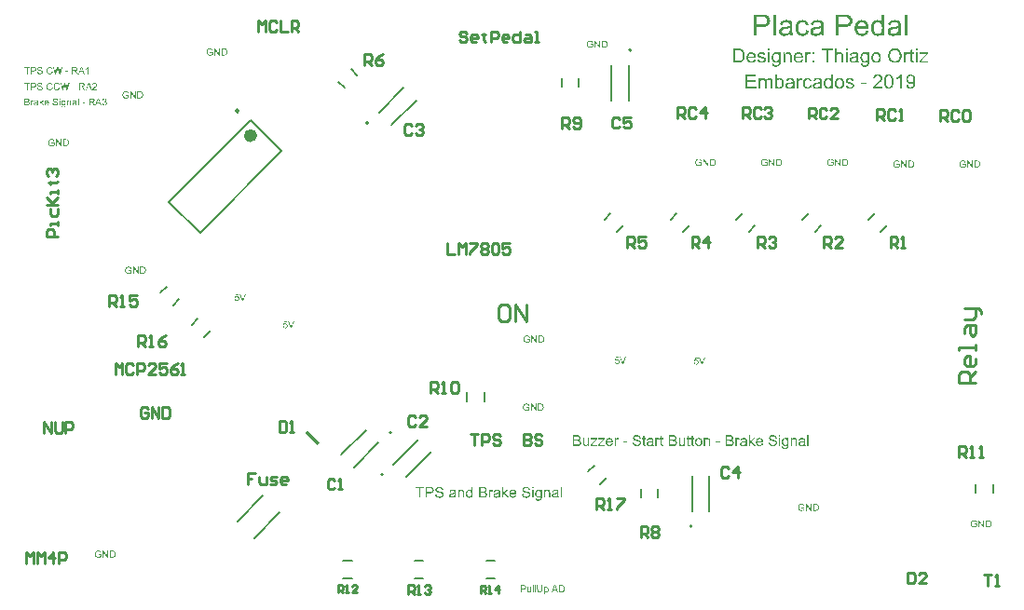
<source format=gto>
G04*
G04 #@! TF.GenerationSoftware,Altium Limited,Altium Designer,19.0.10 (269)*
G04*
G04 Layer_Color=65535*
%FSLAX25Y25*%
%MOIN*%
G70*
G01*
G75*
%ADD10C,0.00787*%
%ADD11C,0.00984*%
%ADD12C,0.02362*%
%ADD13C,0.00500*%
%ADD14C,0.01000*%
G36*
X205075Y156723D02*
X204234Y155882D01*
X199844Y160271D01*
X200685Y161112D01*
X205075Y156723D01*
D02*
G37*
G36*
X407039Y302362D02*
X406175D01*
Y303051D01*
X406164Y303040D01*
X406153Y303018D01*
X406120Y302974D01*
X406077Y302920D01*
X406022Y302865D01*
X405957Y302799D01*
X405880Y302723D01*
X405782Y302646D01*
X405683Y302570D01*
X405574Y302493D01*
X405443Y302428D01*
X405301Y302373D01*
X405159Y302319D01*
X404995Y302275D01*
X404820Y302253D01*
X404634Y302242D01*
X404568D01*
X404525Y302253D01*
X404393Y302264D01*
X404241Y302286D01*
X404055Y302329D01*
X403847Y302395D01*
X403639Y302482D01*
X403432Y302603D01*
X403421D01*
X403410Y302625D01*
X403344Y302668D01*
X403246Y302756D01*
X403126Y302865D01*
X402984Y303007D01*
X402842Y303182D01*
X402699Y303379D01*
X402579Y303608D01*
Y303619D01*
X402568Y303641D01*
X402557Y303674D01*
X402535Y303717D01*
X402514Y303783D01*
X402481Y303860D01*
X402459Y303936D01*
X402437Y304034D01*
X402382Y304253D01*
X402328Y304504D01*
X402295Y304789D01*
X402284Y305095D01*
Y305106D01*
Y305128D01*
Y305171D01*
Y305237D01*
X402295Y305302D01*
Y305390D01*
X402317Y305587D01*
X402350Y305816D01*
X402404Y306067D01*
X402470Y306330D01*
X402557Y306581D01*
Y306592D01*
X402568Y306614D01*
X402590Y306647D01*
X402612Y306691D01*
X402677Y306811D01*
X402765Y306964D01*
X402874Y307128D01*
X403016Y307292D01*
X403180Y307467D01*
X403377Y307609D01*
X403388D01*
X403399Y307620D01*
X403432Y307641D01*
X403475Y307663D01*
X403585Y307718D01*
X403738Y307794D01*
X403913Y307860D01*
X404120Y307915D01*
X404350Y307958D01*
X404590Y307969D01*
X404678D01*
X404765Y307958D01*
X404885Y307947D01*
X405027Y307915D01*
X405181Y307882D01*
X405334Y307827D01*
X405476Y307751D01*
X405498Y307740D01*
X405541Y307718D01*
X405607Y307663D01*
X405694Y307609D01*
X405803Y307532D01*
X405902Y307434D01*
X406011Y307335D01*
X406110Y307215D01*
Y309926D01*
X407039D01*
Y302362D01*
D02*
G37*
G36*
X377965Y307958D02*
X378030D01*
X378118Y307947D01*
X378326Y307915D01*
X378555Y307860D01*
X378796Y307773D01*
X379036Y307663D01*
X379265Y307510D01*
X379276D01*
X379287Y307488D01*
X379353Y307423D01*
X379451Y307324D01*
X379572Y307182D01*
X379692Y307008D01*
X379812Y306789D01*
X379921Y306538D01*
X379998Y306242D01*
X379091Y306100D01*
Y306111D01*
X379080Y306122D01*
X379069Y306188D01*
X379036Y306286D01*
X378981Y306406D01*
X378927Y306538D01*
X378839Y306680D01*
X378741Y306811D01*
X378631Y306920D01*
X378621Y306931D01*
X378577Y306964D01*
X378500Y307008D01*
X378413Y307062D01*
X378293Y307117D01*
X378162Y307160D01*
X378009Y307193D01*
X377845Y307204D01*
X377779D01*
X377724Y307193D01*
X377604Y307182D01*
X377440Y307139D01*
X377265Y307084D01*
X377068Y306996D01*
X376883Y306865D01*
X376795Y306789D01*
X376708Y306701D01*
Y306691D01*
X376686Y306680D01*
X376664Y306647D01*
X376642Y306603D01*
X376609Y306548D01*
X376566Y306483D01*
X376533Y306406D01*
X376489Y306319D01*
X376446Y306210D01*
X376413Y306089D01*
X376369Y305958D01*
X376336Y305816D01*
X376314Y305663D01*
X376292Y305488D01*
X376271Y305302D01*
Y305106D01*
Y305095D01*
Y305062D01*
Y304996D01*
X376282Y304931D01*
Y304832D01*
X376292Y304734D01*
X376325Y304494D01*
X376369Y304231D01*
X376446Y303958D01*
X376544Y303717D01*
X376609Y303597D01*
X376686Y303499D01*
X376708Y303477D01*
X376763Y303422D01*
X376861Y303346D01*
X376981Y303258D01*
X377145Y303160D01*
X377331Y303084D01*
X377549Y303029D01*
X377670Y303018D01*
X377790Y303007D01*
X377812D01*
X377877Y303018D01*
X377987Y303029D01*
X378107Y303051D01*
X378249Y303084D01*
X378402Y303149D01*
X378555Y303226D01*
X378697Y303335D01*
X378719Y303346D01*
X378752Y303401D01*
X378817Y303477D01*
X378894Y303597D01*
X378970Y303739D01*
X379058Y303914D01*
X379123Y304133D01*
X379167Y304373D01*
X380085Y304253D01*
Y304242D01*
X380074Y304209D01*
X380063Y304166D01*
X380052Y304100D01*
X380031Y304013D01*
X380009Y303925D01*
X379932Y303707D01*
X379834Y303477D01*
X379692Y303226D01*
X379517Y302985D01*
X379418Y302876D01*
X379309Y302767D01*
X379298Y302756D01*
X379276Y302745D01*
X379244Y302723D01*
X379200Y302690D01*
X379145Y302646D01*
X379069Y302603D01*
X378981Y302559D01*
X378894Y302504D01*
X378675Y302406D01*
X378413Y302329D01*
X378129Y302264D01*
X377965Y302253D01*
X377801Y302242D01*
X377692D01*
X377615Y302253D01*
X377517Y302264D01*
X377407Y302286D01*
X377287Y302308D01*
X377156Y302329D01*
X376861Y302417D01*
X376719Y302482D01*
X376566Y302548D01*
X376413Y302635D01*
X376271Y302734D01*
X376129Y302843D01*
X375997Y302974D01*
X375987Y302985D01*
X375965Y303007D01*
X375932Y303051D01*
X375888Y303105D01*
X375844Y303182D01*
X375779Y303280D01*
X375724Y303390D01*
X375659Y303510D01*
X375593Y303652D01*
X375538Y303816D01*
X375473Y303980D01*
X375429Y304177D01*
X375385Y304373D01*
X375353Y304603D01*
X375331Y304832D01*
X375320Y305084D01*
Y305095D01*
Y305128D01*
Y305171D01*
Y305237D01*
X375331Y305313D01*
Y305401D01*
X375342Y305499D01*
X375353Y305608D01*
X375385Y305849D01*
X375440Y306111D01*
X375505Y306374D01*
X375604Y306636D01*
Y306647D01*
X375615Y306669D01*
X375637Y306701D01*
X375659Y306745D01*
X375724Y306865D01*
X375822Y307008D01*
X375954Y307171D01*
X376107Y307335D01*
X376292Y307499D01*
X376500Y307630D01*
X376511D01*
X376533Y307641D01*
X376566Y307663D01*
X376609Y307685D01*
X376664Y307707D01*
X376730Y307740D01*
X376894Y307805D01*
X377080Y307860D01*
X377309Y307915D01*
X377549Y307958D01*
X377812Y307969D01*
X377899D01*
X377965Y307958D01*
D02*
G37*
G36*
X415302Y302362D02*
X414373D01*
Y309926D01*
X415302D01*
Y302362D01*
D02*
G37*
G36*
X411072Y307958D02*
X411236Y307947D01*
X411421Y307926D01*
X411607Y307893D01*
X411793Y307849D01*
X411968Y307794D01*
X411990Y307784D01*
X412044Y307762D01*
X412121Y307729D01*
X412219Y307685D01*
X412329Y307620D01*
X412438Y307554D01*
X412536Y307467D01*
X412624Y307379D01*
X412635Y307368D01*
X412657Y307335D01*
X412689Y307281D01*
X412733Y307215D01*
X412788Y307117D01*
X412831Y307018D01*
X412875Y306898D01*
X412908Y306756D01*
Y306745D01*
X412919Y306712D01*
X412930Y306647D01*
X412941Y306559D01*
Y306439D01*
X412952Y306297D01*
X412963Y306111D01*
Y305904D01*
Y304658D01*
Y304647D01*
Y304603D01*
Y304537D01*
Y304450D01*
Y304351D01*
Y304231D01*
X412974Y303969D01*
Y303696D01*
X412985Y303422D01*
X412995Y303302D01*
Y303193D01*
X413006Y303095D01*
X413017Y303018D01*
Y303007D01*
X413028Y302963D01*
X413039Y302898D01*
X413072Y302810D01*
X413094Y302712D01*
X413137Y302603D01*
X413192Y302482D01*
X413247Y302362D01*
X412274D01*
X412263Y302373D01*
X412252Y302417D01*
X412230Y302471D01*
X412197Y302559D01*
X412165Y302657D01*
X412143Y302778D01*
X412121Y302909D01*
X412099Y303051D01*
X412088D01*
X412077Y303029D01*
X412012Y302974D01*
X411913Y302898D01*
X411782Y302799D01*
X411618Y302701D01*
X411454Y302592D01*
X411279Y302493D01*
X411094Y302417D01*
X411072Y302406D01*
X411006Y302395D01*
X410908Y302362D01*
X410788Y302329D01*
X410635Y302297D01*
X410460Y302275D01*
X410263Y302253D01*
X410066Y302242D01*
X409979D01*
X409913Y302253D01*
X409837D01*
X409749Y302264D01*
X409552Y302297D01*
X409334Y302351D01*
X409093Y302428D01*
X408875Y302537D01*
X408678Y302679D01*
X408656Y302701D01*
X408602Y302756D01*
X408525Y302854D01*
X408438Y302985D01*
X408350Y303149D01*
X408274Y303335D01*
X408219Y303565D01*
X408208Y303674D01*
X408197Y303805D01*
Y303827D01*
Y303871D01*
X408208Y303947D01*
X408219Y304045D01*
X408241Y304166D01*
X408274Y304286D01*
X408317Y304417D01*
X408372Y304537D01*
X408383Y304548D01*
X408405Y304592D01*
X408449Y304658D01*
X408503Y304734D01*
X408569Y304821D01*
X408656Y304909D01*
X408744Y304996D01*
X408853Y305073D01*
X408864Y305084D01*
X408908Y305106D01*
X408962Y305149D01*
X409050Y305193D01*
X409148Y305237D01*
X409268Y305291D01*
X409388Y305335D01*
X409531Y305379D01*
X409542D01*
X409585Y305390D01*
X409651Y305412D01*
X409738Y305423D01*
X409848Y305445D01*
X409990Y305466D01*
X410154Y305499D01*
X410350Y305521D01*
X410361D01*
X410405Y305532D01*
X410460D01*
X410536Y305543D01*
X410624Y305554D01*
X410733Y305576D01*
X410853Y305587D01*
X410984Y305608D01*
X411247Y305663D01*
X411531Y305718D01*
X411782Y305783D01*
X411902Y305816D01*
X412012Y305849D01*
Y305860D01*
Y305882D01*
X412023Y305947D01*
Y306024D01*
Y306067D01*
Y306089D01*
Y306100D01*
Y306111D01*
Y306177D01*
X412012Y306286D01*
X411990Y306406D01*
X411957Y306538D01*
X411902Y306669D01*
X411837Y306789D01*
X411749Y306887D01*
X411738Y306898D01*
X411684Y306942D01*
X411596Y306986D01*
X411487Y307051D01*
X411334Y307106D01*
X411159Y307160D01*
X410941Y307193D01*
X410689Y307204D01*
X410580D01*
X410471Y307193D01*
X410318Y307171D01*
X410165Y307150D01*
X410001Y307106D01*
X409848Y307051D01*
X409716Y306975D01*
X409705Y306964D01*
X409662Y306931D01*
X409607Y306876D01*
X409542Y306789D01*
X409476Y306680D01*
X409400Y306538D01*
X409334Y306363D01*
X409268Y306166D01*
X408361Y306286D01*
Y306297D01*
X408372Y306308D01*
Y306341D01*
X408383Y306384D01*
X408416Y306483D01*
X408460Y306625D01*
X408514Y306767D01*
X408580Y306920D01*
X408667Y307073D01*
X408766Y307215D01*
X408777Y307226D01*
X408820Y307270D01*
X408886Y307335D01*
X408973Y307423D01*
X409093Y307510D01*
X409235Y307598D01*
X409400Y307696D01*
X409585Y307773D01*
X409596D01*
X409607Y307784D01*
X409640Y307794D01*
X409684Y307805D01*
X409793Y307838D01*
X409946Y307871D01*
X410121Y307904D01*
X410339Y307937D01*
X410569Y307958D01*
X410831Y307969D01*
X410952D01*
X411072Y307958D01*
D02*
G37*
G36*
X393092Y309915D02*
X393278Y309904D01*
X393475Y309893D01*
X393660Y309871D01*
X393824Y309849D01*
X393846D01*
X393923Y309827D01*
X394021Y309805D01*
X394152Y309773D01*
X394294Y309718D01*
X394447Y309652D01*
X394611Y309576D01*
X394753Y309489D01*
X394775Y309478D01*
X394819Y309445D01*
X394884Y309379D01*
X394972Y309303D01*
X395070Y309204D01*
X395169Y309073D01*
X395278Y308931D01*
X395365Y308767D01*
X395376Y308745D01*
X395398Y308691D01*
X395442Y308592D01*
X395486Y308461D01*
X395518Y308308D01*
X395562Y308133D01*
X395584Y307937D01*
X395595Y307729D01*
Y307718D01*
Y307685D01*
Y307641D01*
X395584Y307565D01*
X395573Y307488D01*
X395562Y307390D01*
X395540Y307281D01*
X395518Y307160D01*
X395442Y306909D01*
X395398Y306778D01*
X395333Y306636D01*
X395256Y306494D01*
X395180Y306363D01*
X395081Y306231D01*
X394972Y306100D01*
X394961Y306089D01*
X394939Y306067D01*
X394906Y306035D01*
X394852Y306002D01*
X394786Y305947D01*
X394699Y305893D01*
X394589Y305827D01*
X394469Y305772D01*
X394327Y305707D01*
X394163Y305641D01*
X393988Y305587D01*
X393780Y305543D01*
X393562Y305499D01*
X393321Y305466D01*
X393048Y305445D01*
X392764Y305434D01*
X390829D01*
Y302362D01*
X389824D01*
Y309926D01*
X392928D01*
X393092Y309915D01*
D02*
G37*
G36*
X383441Y307958D02*
X383605Y307947D01*
X383790Y307926D01*
X383976Y307893D01*
X384162Y307849D01*
X384337Y307794D01*
X384359Y307784D01*
X384414Y307762D01*
X384490Y307729D01*
X384588Y307685D01*
X384698Y307620D01*
X384807Y307554D01*
X384905Y307467D01*
X384993Y307379D01*
X385004Y307368D01*
X385026Y307335D01*
X385058Y307281D01*
X385102Y307215D01*
X385157Y307117D01*
X385201Y307018D01*
X385244Y306898D01*
X385277Y306756D01*
Y306745D01*
X385288Y306712D01*
X385299Y306647D01*
X385310Y306559D01*
Y306439D01*
X385321Y306297D01*
X385332Y306111D01*
Y305904D01*
Y304658D01*
Y304647D01*
Y304603D01*
Y304537D01*
Y304450D01*
Y304351D01*
Y304231D01*
X385343Y303969D01*
Y303696D01*
X385353Y303422D01*
X385364Y303302D01*
Y303193D01*
X385375Y303095D01*
X385386Y303018D01*
Y303007D01*
X385397Y302963D01*
X385408Y302898D01*
X385441Y302810D01*
X385463Y302712D01*
X385507Y302603D01*
X385561Y302482D01*
X385616Y302362D01*
X384643D01*
X384632Y302373D01*
X384621Y302417D01*
X384599Y302471D01*
X384566Y302559D01*
X384534Y302657D01*
X384512Y302778D01*
X384490Y302909D01*
X384468Y303051D01*
X384457D01*
X384446Y303029D01*
X384381Y302974D01*
X384282Y302898D01*
X384151Y302799D01*
X383987Y302701D01*
X383823Y302592D01*
X383648Y302493D01*
X383463Y302417D01*
X383441Y302406D01*
X383375Y302395D01*
X383277Y302362D01*
X383156Y302329D01*
X383003Y302297D01*
X382829Y302275D01*
X382632Y302253D01*
X382435Y302242D01*
X382348D01*
X382282Y302253D01*
X382206D01*
X382118Y302264D01*
X381922Y302297D01*
X381703Y302351D01*
X381462Y302428D01*
X381244Y302537D01*
X381047Y302679D01*
X381025Y302701D01*
X380971Y302756D01*
X380894Y302854D01*
X380807Y302985D01*
X380719Y303149D01*
X380643Y303335D01*
X380588Y303565D01*
X380577Y303674D01*
X380566Y303805D01*
Y303827D01*
Y303871D01*
X380577Y303947D01*
X380588Y304045D01*
X380610Y304166D01*
X380643Y304286D01*
X380686Y304417D01*
X380741Y304537D01*
X380752Y304548D01*
X380774Y304592D01*
X380818Y304658D01*
X380872Y304734D01*
X380938Y304821D01*
X381025Y304909D01*
X381113Y304996D01*
X381222Y305073D01*
X381233Y305084D01*
X381277Y305106D01*
X381331Y305149D01*
X381419Y305193D01*
X381517Y305237D01*
X381637Y305291D01*
X381757Y305335D01*
X381900Y305379D01*
X381910D01*
X381954Y305390D01*
X382020Y305412D01*
X382107Y305423D01*
X382217Y305445D01*
X382359Y305466D01*
X382523Y305499D01*
X382719Y305521D01*
X382730D01*
X382774Y305532D01*
X382829D01*
X382905Y305543D01*
X382993Y305554D01*
X383102Y305576D01*
X383222Y305587D01*
X383353Y305608D01*
X383616Y305663D01*
X383900Y305718D01*
X384151Y305783D01*
X384271Y305816D01*
X384381Y305849D01*
Y305860D01*
Y305882D01*
X384392Y305947D01*
Y306024D01*
Y306067D01*
Y306089D01*
Y306100D01*
Y306111D01*
Y306177D01*
X384381Y306286D01*
X384359Y306406D01*
X384326Y306538D01*
X384271Y306669D01*
X384206Y306789D01*
X384118Y306887D01*
X384107Y306898D01*
X384053Y306942D01*
X383965Y306986D01*
X383856Y307051D01*
X383703Y307106D01*
X383528Y307160D01*
X383310Y307193D01*
X383058Y307204D01*
X382949D01*
X382840Y307193D01*
X382686Y307171D01*
X382534Y307150D01*
X382370Y307106D01*
X382217Y307051D01*
X382085Y306975D01*
X382074Y306964D01*
X382031Y306931D01*
X381976Y306876D01*
X381910Y306789D01*
X381845Y306680D01*
X381768Y306538D01*
X381703Y306363D01*
X381637Y306166D01*
X380730Y306286D01*
Y306297D01*
X380741Y306308D01*
Y306341D01*
X380752Y306384D01*
X380785Y306483D01*
X380828Y306625D01*
X380883Y306767D01*
X380949Y306920D01*
X381036Y307073D01*
X381135Y307215D01*
X381145Y307226D01*
X381189Y307270D01*
X381255Y307335D01*
X381342Y307423D01*
X381462Y307510D01*
X381605Y307598D01*
X381768Y307696D01*
X381954Y307773D01*
X381965D01*
X381976Y307784D01*
X382009Y307794D01*
X382053Y307805D01*
X382162Y307838D01*
X382315Y307871D01*
X382490Y307904D01*
X382708Y307937D01*
X382938Y307958D01*
X383200Y307969D01*
X383320D01*
X383441Y307958D01*
D02*
G37*
G36*
X372270D02*
X372434Y307947D01*
X372620Y307926D01*
X372806Y307893D01*
X372992Y307849D01*
X373166Y307794D01*
X373188Y307784D01*
X373243Y307762D01*
X373320Y307729D01*
X373418Y307685D01*
X373527Y307620D01*
X373637Y307554D01*
X373735Y307467D01*
X373822Y307379D01*
X373833Y307368D01*
X373855Y307335D01*
X373888Y307281D01*
X373932Y307215D01*
X373986Y307117D01*
X374030Y307018D01*
X374074Y306898D01*
X374107Y306756D01*
Y306745D01*
X374117Y306712D01*
X374128Y306647D01*
X374139Y306559D01*
Y306439D01*
X374150Y306297D01*
X374161Y306111D01*
Y305904D01*
Y304658D01*
Y304647D01*
Y304603D01*
Y304537D01*
Y304450D01*
Y304351D01*
Y304231D01*
X374172Y303969D01*
Y303696D01*
X374183Y303422D01*
X374194Y303302D01*
Y303193D01*
X374205Y303095D01*
X374216Y303018D01*
Y303007D01*
X374227Y302963D01*
X374238Y302898D01*
X374270Y302810D01*
X374292Y302712D01*
X374336Y302603D01*
X374391Y302482D01*
X374445Y302362D01*
X373473D01*
X373462Y302373D01*
X373451Y302417D01*
X373429Y302471D01*
X373396Y302559D01*
X373363Y302657D01*
X373341Y302778D01*
X373320Y302909D01*
X373298Y303051D01*
X373287D01*
X373276Y303029D01*
X373210Y302974D01*
X373112Y302898D01*
X372981Y302799D01*
X372817Y302701D01*
X372653Y302592D01*
X372478Y302493D01*
X372292Y302417D01*
X372270Y302406D01*
X372205Y302395D01*
X372106Y302362D01*
X371986Y302329D01*
X371833Y302297D01*
X371658Y302275D01*
X371461Y302253D01*
X371265Y302242D01*
X371177D01*
X371112Y302253D01*
X371035D01*
X370948Y302264D01*
X370751Y302297D01*
X370532Y302351D01*
X370292Y302428D01*
X370073Y302537D01*
X369877Y302679D01*
X369855Y302701D01*
X369800Y302756D01*
X369724Y302854D01*
X369636Y302985D01*
X369549Y303149D01*
X369472Y303335D01*
X369418Y303565D01*
X369407Y303674D01*
X369396Y303805D01*
Y303827D01*
Y303871D01*
X369407Y303947D01*
X369418Y304045D01*
X369439Y304166D01*
X369472Y304286D01*
X369516Y304417D01*
X369571Y304537D01*
X369582Y304548D01*
X369603Y304592D01*
X369647Y304658D01*
X369702Y304734D01*
X369767Y304821D01*
X369855Y304909D01*
X369942Y304996D01*
X370052Y305073D01*
X370062Y305084D01*
X370106Y305106D01*
X370161Y305149D01*
X370248Y305193D01*
X370347Y305237D01*
X370467Y305291D01*
X370587Y305335D01*
X370729Y305379D01*
X370740D01*
X370784Y305390D01*
X370849Y305412D01*
X370937Y305423D01*
X371046Y305445D01*
X371188Y305466D01*
X371352Y305499D01*
X371549Y305521D01*
X371560D01*
X371603Y305532D01*
X371658D01*
X371735Y305543D01*
X371822Y305554D01*
X371931Y305576D01*
X372052Y305587D01*
X372183Y305608D01*
X372445Y305663D01*
X372729Y305718D01*
X372981Y305783D01*
X373101Y305816D01*
X373210Y305849D01*
Y305860D01*
Y305882D01*
X373221Y305947D01*
Y306024D01*
Y306067D01*
Y306089D01*
Y306100D01*
Y306111D01*
Y306177D01*
X373210Y306286D01*
X373188Y306406D01*
X373156Y306538D01*
X373101Y306669D01*
X373035Y306789D01*
X372948Y306887D01*
X372937Y306898D01*
X372882Y306942D01*
X372795Y306986D01*
X372686Y307051D01*
X372533Y307106D01*
X372358Y307160D01*
X372139Y307193D01*
X371888Y307204D01*
X371778D01*
X371669Y307193D01*
X371516Y307171D01*
X371363Y307150D01*
X371199Y307106D01*
X371046Y307051D01*
X370915Y306975D01*
X370904Y306964D01*
X370860Y306931D01*
X370806Y306876D01*
X370740Y306789D01*
X370674Y306680D01*
X370598Y306538D01*
X370532Y306363D01*
X370467Y306166D01*
X369560Y306286D01*
Y306297D01*
X369571Y306308D01*
Y306341D01*
X369582Y306384D01*
X369614Y306483D01*
X369658Y306625D01*
X369713Y306767D01*
X369778Y306920D01*
X369866Y307073D01*
X369964Y307215D01*
X369975Y307226D01*
X370019Y307270D01*
X370084Y307335D01*
X370172Y307423D01*
X370292Y307510D01*
X370434Y307598D01*
X370598Y307696D01*
X370784Y307773D01*
X370795D01*
X370806Y307784D01*
X370838Y307794D01*
X370882Y307805D01*
X370991Y307838D01*
X371145Y307871D01*
X371319Y307904D01*
X371538Y307937D01*
X371767Y307958D01*
X372030Y307969D01*
X372150D01*
X372270Y307958D01*
D02*
G37*
G36*
X368270Y302362D02*
X367341D01*
Y309926D01*
X368270D01*
Y302362D01*
D02*
G37*
G36*
X363701Y309915D02*
X363887Y309904D01*
X364084Y309893D01*
X364269Y309871D01*
X364433Y309849D01*
X364455D01*
X364532Y309827D01*
X364630Y309805D01*
X364761Y309773D01*
X364903Y309718D01*
X365056Y309652D01*
X365220Y309576D01*
X365363Y309489D01*
X365384Y309478D01*
X365428Y309445D01*
X365494Y309379D01*
X365581Y309303D01*
X365680Y309204D01*
X365778Y309073D01*
X365887Y308931D01*
X365975Y308767D01*
X365985Y308745D01*
X366007Y308691D01*
X366051Y308592D01*
X366095Y308461D01*
X366128Y308308D01*
X366171Y308133D01*
X366193Y307937D01*
X366204Y307729D01*
Y307718D01*
Y307685D01*
Y307641D01*
X366193Y307565D01*
X366182Y307488D01*
X366171Y307390D01*
X366149Y307281D01*
X366128Y307160D01*
X366051Y306909D01*
X366007Y306778D01*
X365942Y306636D01*
X365865Y306494D01*
X365789Y306363D01*
X365690Y306231D01*
X365581Y306100D01*
X365570Y306089D01*
X365548Y306067D01*
X365515Y306035D01*
X365461Y306002D01*
X365395Y305947D01*
X365308Y305893D01*
X365198Y305827D01*
X365078Y305772D01*
X364936Y305707D01*
X364772Y305641D01*
X364597Y305587D01*
X364390Y305543D01*
X364171Y305499D01*
X363931Y305466D01*
X363657Y305445D01*
X363373Y305434D01*
X361439D01*
Y302362D01*
X360433D01*
Y309926D01*
X363537D01*
X363701Y309915D01*
D02*
G37*
G36*
X399180Y307958D02*
X399267Y307947D01*
X399377Y307926D01*
X399497Y307904D01*
X399639Y307871D01*
X399770Y307838D01*
X399923Y307784D01*
X400065Y307729D01*
X400218Y307652D01*
X400371Y307565D01*
X400524Y307467D01*
X400666Y307346D01*
X400798Y307215D01*
X400808Y307204D01*
X400830Y307182D01*
X400863Y307139D01*
X400907Y307073D01*
X400961Y306996D01*
X401016Y306909D01*
X401082Y306800D01*
X401147Y306669D01*
X401213Y306526D01*
X401278Y306374D01*
X401333Y306199D01*
X401388Y306013D01*
X401432Y305805D01*
X401464Y305587D01*
X401486Y305357D01*
X401497Y305106D01*
Y305095D01*
Y305051D01*
Y304975D01*
X401486Y304865D01*
X397387D01*
Y304854D01*
Y304821D01*
X397398Y304778D01*
Y304712D01*
X397409Y304636D01*
X397431Y304548D01*
X397464Y304351D01*
X397530Y304133D01*
X397617Y303892D01*
X397737Y303674D01*
X397890Y303477D01*
X397901D01*
X397912Y303455D01*
X397978Y303401D01*
X398076Y303324D01*
X398207Y303247D01*
X398382Y303160D01*
X398579Y303084D01*
X398797Y303029D01*
X398918Y303018D01*
X399049Y303007D01*
X399136D01*
X399235Y303018D01*
X399355Y303040D01*
X399486Y303073D01*
X399639Y303116D01*
X399781Y303182D01*
X399923Y303269D01*
X399934Y303280D01*
X399989Y303324D01*
X400054Y303390D01*
X400131Y303477D01*
X400218Y303597D01*
X400317Y303750D01*
X400415Y303925D01*
X400502Y304133D01*
X401464Y304013D01*
Y304002D01*
X401453Y303980D01*
X401442Y303936D01*
X401421Y303871D01*
X401388Y303805D01*
X401355Y303717D01*
X401267Y303532D01*
X401158Y303324D01*
X401005Y303105D01*
X400830Y302898D01*
X400612Y302701D01*
X400601D01*
X400579Y302679D01*
X400546Y302657D01*
X400502Y302625D01*
X400437Y302592D01*
X400371Y302559D01*
X400284Y302515D01*
X400185Y302471D01*
X400076Y302428D01*
X399967Y302384D01*
X399694Y302319D01*
X399388Y302264D01*
X399049Y302242D01*
X398928D01*
X398852Y302253D01*
X398754Y302264D01*
X398633Y302286D01*
X398502Y302308D01*
X398360Y302329D01*
X398054Y302417D01*
X397890Y302482D01*
X397737Y302548D01*
X397573Y302635D01*
X397420Y302734D01*
X397278Y302843D01*
X397136Y302974D01*
X397125Y302985D01*
X397103Y303007D01*
X397070Y303051D01*
X397027Y303116D01*
X396972Y303193D01*
X396917Y303280D01*
X396852Y303390D01*
X396786Y303510D01*
X396721Y303652D01*
X396655Y303805D01*
X396600Y303980D01*
X396546Y304166D01*
X396502Y304362D01*
X396469Y304581D01*
X396447Y304811D01*
X396437Y305051D01*
Y305062D01*
Y305117D01*
Y305182D01*
X396447Y305280D01*
X396458Y305401D01*
X396469Y305532D01*
X396491Y305685D01*
X396524Y305838D01*
X396611Y306188D01*
X396666Y306363D01*
X396732Y306548D01*
X396819Y306723D01*
X396917Y306887D01*
X397027Y307051D01*
X397147Y307204D01*
X397158Y307215D01*
X397180Y307237D01*
X397223Y307270D01*
X397278Y307324D01*
X397344Y307379D01*
X397431Y307445D01*
X397530Y307521D01*
X397650Y307587D01*
X397770Y307663D01*
X397912Y307729D01*
X398065Y307794D01*
X398229Y307849D01*
X398404Y307904D01*
X398590Y307937D01*
X398786Y307958D01*
X398994Y307969D01*
X399103D01*
X399180Y307958D01*
D02*
G37*
G36*
X279281Y195079D02*
X279310D01*
X279380Y195071D01*
X279456Y195060D01*
X279536Y195042D01*
X279624Y195020D01*
X279707Y194991D01*
X279711D01*
X279718Y194988D01*
X279729Y194984D01*
X279744Y194977D01*
X279784Y194955D01*
X279835Y194929D01*
X279889Y194893D01*
X279947Y194849D01*
X280002Y194802D01*
X280053Y194744D01*
X280060Y194736D01*
X280075Y194715D01*
X280097Y194682D01*
X280126Y194634D01*
X280155Y194576D01*
X280188Y194503D01*
X280221Y194423D01*
X280246Y194332D01*
X279944Y194252D01*
Y194256D01*
X279940Y194260D01*
X279937Y194271D01*
X279933Y194285D01*
X279922Y194318D01*
X279907Y194361D01*
X279886Y194413D01*
X279860Y194460D01*
X279835Y194511D01*
X279802Y194554D01*
X279798Y194558D01*
X279787Y194573D01*
X279766Y194591D01*
X279740Y194616D01*
X279707Y194645D01*
X279664Y194675D01*
X279616Y194704D01*
X279562Y194729D01*
X279554Y194733D01*
X279536Y194740D01*
X279503Y194751D01*
X279460Y194766D01*
X279409Y194776D01*
X279350Y194787D01*
X279285Y194795D01*
X279216Y194798D01*
X279176D01*
X279158Y194795D01*
X279136D01*
X279081Y194791D01*
X279019Y194780D01*
X278950Y194769D01*
X278885Y194751D01*
X278819Y194726D01*
X278812Y194722D01*
X278790Y194715D01*
X278761Y194696D01*
X278724Y194678D01*
X278681Y194649D01*
X278633Y194620D01*
X278590Y194584D01*
X278550Y194544D01*
X278546Y194540D01*
X278532Y194525D01*
X278513Y194500D01*
X278491Y194471D01*
X278466Y194434D01*
X278440Y194391D01*
X278415Y194343D01*
X278390Y194292D01*
Y194289D01*
X278386Y194281D01*
X278382Y194271D01*
X278375Y194252D01*
X278368Y194230D01*
X278360Y194205D01*
X278349Y194176D01*
X278342Y194143D01*
X278324Y194067D01*
X278309Y193979D01*
X278299Y193888D01*
X278295Y193786D01*
Y193783D01*
Y193772D01*
Y193754D01*
X278299Y193732D01*
Y193703D01*
X278302Y193666D01*
X278306Y193630D01*
X278309Y193590D01*
X278324Y193499D01*
X278342Y193404D01*
X278371Y193310D01*
X278408Y193219D01*
Y193215D01*
X278415Y193208D01*
X278419Y193197D01*
X278430Y193182D01*
X278455Y193142D01*
X278495Y193091D01*
X278542Y193037D01*
X278601Y192982D01*
X278670Y192931D01*
X278746Y192884D01*
X278750D01*
X278757Y192880D01*
X278768Y192873D01*
X278786Y192866D01*
X278804Y192858D01*
X278830Y192851D01*
X278888Y192829D01*
X278961Y192811D01*
X279041Y192793D01*
X279129Y192778D01*
X279220Y192774D01*
X279256D01*
X279278Y192778D01*
X279300D01*
X279354Y192785D01*
X279420Y192793D01*
X279489Y192807D01*
X279565Y192829D01*
X279642Y192855D01*
X279645D01*
X279653Y192858D01*
X279660Y192862D01*
X279675Y192869D01*
X279714Y192887D01*
X279758Y192909D01*
X279809Y192935D01*
X279864Y192964D01*
X279915Y192997D01*
X279958Y193033D01*
Y193506D01*
X279216D01*
Y193805D01*
X280286D01*
Y192869D01*
X280282Y192866D01*
X280275Y192862D01*
X280260Y192851D01*
X280242Y192836D01*
X280221Y192822D01*
X280195Y192804D01*
X280162Y192782D01*
X280130Y192760D01*
X280053Y192713D01*
X279966Y192662D01*
X279875Y192614D01*
X279776Y192574D01*
X279773D01*
X279766Y192571D01*
X279751Y192567D01*
X279733Y192560D01*
X279707Y192552D01*
X279678Y192542D01*
X279645Y192534D01*
X279613Y192527D01*
X279533Y192509D01*
X279441Y192491D01*
X279343Y192480D01*
X279241Y192476D01*
X279205D01*
X279179Y192480D01*
X279147D01*
X279107Y192483D01*
X279063Y192491D01*
X279016Y192494D01*
X278910Y192516D01*
X278797Y192542D01*
X278681Y192582D01*
X278623Y192603D01*
X278564Y192632D01*
X278561Y192636D01*
X278550Y192640D01*
X278535Y192651D01*
X278513Y192662D01*
X278488Y192680D01*
X278462Y192698D01*
X278393Y192749D01*
X278320Y192815D01*
X278244Y192895D01*
X278171Y192986D01*
X278106Y193091D01*
Y193095D01*
X278098Y193106D01*
X278091Y193120D01*
X278080Y193146D01*
X278069Y193171D01*
X278058Y193208D01*
X278044Y193244D01*
X278029Y193288D01*
X278015Y193335D01*
X278000Y193390D01*
X277989Y193444D01*
X277978Y193502D01*
X277960Y193630D01*
X277953Y193765D01*
Y193768D01*
Y193783D01*
Y193801D01*
X277956Y193826D01*
Y193859D01*
X277960Y193899D01*
X277967Y193939D01*
X277971Y193987D01*
X277982Y194038D01*
X277989Y194092D01*
X278018Y194209D01*
X278055Y194329D01*
X278106Y194449D01*
X278109Y194453D01*
X278113Y194463D01*
X278120Y194478D01*
X278135Y194500D01*
X278149Y194529D01*
X278168Y194558D01*
X278219Y194627D01*
X278280Y194707D01*
X278357Y194784D01*
X278444Y194860D01*
X278495Y194893D01*
X278546Y194926D01*
X278550Y194929D01*
X278561Y194933D01*
X278575Y194940D01*
X278597Y194951D01*
X278626Y194962D01*
X278659Y194977D01*
X278695Y194991D01*
X278739Y195006D01*
X278786Y195020D01*
X278837Y195031D01*
X278892Y195046D01*
X278950Y195057D01*
X279078Y195075D01*
X279143Y195082D01*
X279259D01*
X279281Y195079D01*
D02*
G37*
G36*
X282758Y192520D02*
X282412D01*
X281094Y194496D01*
Y192520D01*
X280774D01*
Y195039D01*
X281116D01*
X282437Y193058D01*
Y195039D01*
X282758D01*
Y192520D01*
D02*
G37*
G36*
X284352Y195035D02*
X284425Y195031D01*
X284497Y195024D01*
X284570Y195013D01*
X284632Y195002D01*
X284636D01*
X284643Y194999D01*
X284654D01*
X284669Y194991D01*
X284709Y194980D01*
X284760Y194962D01*
X284818Y194937D01*
X284880Y194904D01*
X284942Y194868D01*
X285000Y194820D01*
X285003Y194817D01*
X285007Y194813D01*
X285018Y194802D01*
X285033Y194791D01*
X285069Y194755D01*
X285113Y194704D01*
X285160Y194642D01*
X285211Y194569D01*
X285258Y194485D01*
X285298Y194391D01*
Y194387D01*
X285302Y194380D01*
X285309Y194365D01*
X285313Y194343D01*
X285324Y194318D01*
X285331Y194289D01*
X285338Y194256D01*
X285349Y194216D01*
X285360Y194176D01*
X285367Y194129D01*
X285386Y194027D01*
X285397Y193914D01*
X285400Y193790D01*
Y193786D01*
Y193779D01*
Y193761D01*
Y193743D01*
X285397Y193717D01*
Y193688D01*
X285393Y193619D01*
X285382Y193539D01*
X285371Y193455D01*
X285353Y193368D01*
X285331Y193280D01*
Y193277D01*
X285327Y193270D01*
X285324Y193259D01*
X285320Y193244D01*
X285306Y193204D01*
X285284Y193153D01*
X285262Y193095D01*
X285233Y193037D01*
X285196Y192975D01*
X285160Y192916D01*
X285156Y192909D01*
X285142Y192891D01*
X285120Y192866D01*
X285091Y192833D01*
X285058Y192796D01*
X285018Y192760D01*
X284978Y192720D01*
X284931Y192687D01*
X284923Y192683D01*
X284909Y192673D01*
X284883Y192658D01*
X284847Y192640D01*
X284803Y192618D01*
X284752Y192600D01*
X284694Y192578D01*
X284629Y192560D01*
X284621D01*
X284610Y192556D01*
X284599Y192552D01*
X284563Y192549D01*
X284512Y192542D01*
X284454Y192534D01*
X284385Y192527D01*
X284308Y192523D01*
X284225Y192520D01*
X283318D01*
Y195039D01*
X284286D01*
X284352Y195035D01*
D02*
G37*
G36*
X279084Y170669D02*
X279114D01*
X279183Y170662D01*
X279259Y170651D01*
X279339Y170633D01*
X279427Y170611D01*
X279510Y170582D01*
X279514D01*
X279521Y170578D01*
X279532Y170574D01*
X279547Y170567D01*
X279587Y170545D01*
X279638Y170520D01*
X279692Y170484D01*
X279751Y170440D01*
X279805Y170393D01*
X279856Y170334D01*
X279864Y170327D01*
X279878Y170305D01*
X279900Y170272D01*
X279929Y170225D01*
X279958Y170167D01*
X279991Y170094D01*
X280024Y170014D01*
X280049Y169923D01*
X279747Y169843D01*
Y169846D01*
X279743Y169850D01*
X279740Y169861D01*
X279736Y169876D01*
X279725Y169908D01*
X279711Y169952D01*
X279689Y170003D01*
X279663Y170050D01*
X279638Y170101D01*
X279605Y170145D01*
X279601Y170149D01*
X279591Y170163D01*
X279569Y170181D01*
X279543Y170207D01*
X279510Y170236D01*
X279467Y170265D01*
X279419Y170294D01*
X279365Y170320D01*
X279358Y170323D01*
X279339Y170331D01*
X279307Y170342D01*
X279263Y170356D01*
X279212Y170367D01*
X279154Y170378D01*
X279088Y170385D01*
X279019Y170389D01*
X278979D01*
X278961Y170385D01*
X278939D01*
X278884Y170382D01*
X278822Y170371D01*
X278753Y170360D01*
X278688Y170342D01*
X278622Y170316D01*
X278615Y170312D01*
X278593Y170305D01*
X278564Y170287D01*
X278528Y170269D01*
X278484Y170240D01*
X278437Y170211D01*
X278393Y170174D01*
X278353Y170134D01*
X278349Y170130D01*
X278335Y170116D01*
X278316Y170090D01*
X278295Y170061D01*
X278269Y170025D01*
X278244Y169981D01*
X278218Y169934D01*
X278193Y169883D01*
Y169879D01*
X278189Y169872D01*
X278185Y169861D01*
X278178Y169843D01*
X278171Y169821D01*
X278164Y169796D01*
X278153Y169766D01*
X278145Y169734D01*
X278127Y169657D01*
X278113Y169570D01*
X278102Y169479D01*
X278098Y169377D01*
Y169373D01*
Y169362D01*
Y169344D01*
X278102Y169322D01*
Y169293D01*
X278105Y169257D01*
X278109Y169220D01*
X278113Y169180D01*
X278127Y169089D01*
X278145Y168995D01*
X278174Y168900D01*
X278211Y168809D01*
Y168806D01*
X278218Y168798D01*
X278222Y168787D01*
X278233Y168773D01*
X278258Y168733D01*
X278298Y168682D01*
X278346Y168627D01*
X278404Y168572D01*
X278473Y168522D01*
X278549Y168474D01*
X278553D01*
X278560Y168471D01*
X278571Y168463D01*
X278590Y168456D01*
X278608Y168449D01*
X278633Y168441D01*
X278691Y168420D01*
X278764Y168401D01*
X278844Y168383D01*
X278932Y168369D01*
X279023Y168365D01*
X279059D01*
X279081Y168369D01*
X279103D01*
X279157Y168376D01*
X279223Y168383D01*
X279292Y168398D01*
X279368Y168420D01*
X279445Y168445D01*
X279449D01*
X279456Y168449D01*
X279463Y168452D01*
X279478Y168460D01*
X279518Y168478D01*
X279561Y168500D01*
X279612Y168525D01*
X279667Y168554D01*
X279718Y168587D01*
X279762Y168623D01*
Y169097D01*
X279019D01*
Y169395D01*
X280089D01*
Y168460D01*
X280085Y168456D01*
X280078Y168452D01*
X280064Y168441D01*
X280046Y168427D01*
X280024Y168412D01*
X279998Y168394D01*
X279965Y168372D01*
X279933Y168351D01*
X279856Y168303D01*
X279769Y168252D01*
X279678Y168205D01*
X279580Y168165D01*
X279576D01*
X279569Y168161D01*
X279554Y168157D01*
X279536Y168150D01*
X279510Y168143D01*
X279481Y168132D01*
X279449Y168125D01*
X279416Y168117D01*
X279336Y168099D01*
X279245Y168081D01*
X279146Y168070D01*
X279045Y168067D01*
X279008D01*
X278983Y168070D01*
X278950D01*
X278910Y168074D01*
X278866Y168081D01*
X278819Y168085D01*
X278713Y168107D01*
X278600Y168132D01*
X278484Y168172D01*
X278426Y168194D01*
X278367Y168223D01*
X278364Y168227D01*
X278353Y168230D01*
X278338Y168241D01*
X278316Y168252D01*
X278291Y168270D01*
X278266Y168289D01*
X278196Y168340D01*
X278123Y168405D01*
X278047Y168485D01*
X277974Y168576D01*
X277909Y168682D01*
Y168685D01*
X277902Y168696D01*
X277894Y168711D01*
X277883Y168736D01*
X277872Y168762D01*
X277861Y168798D01*
X277847Y168835D01*
X277832Y168878D01*
X277818Y168926D01*
X277803Y168980D01*
X277792Y169035D01*
X277781Y169093D01*
X277763Y169220D01*
X277756Y169355D01*
Y169359D01*
Y169373D01*
Y169392D01*
X277760Y169417D01*
Y169450D01*
X277763Y169490D01*
X277770Y169530D01*
X277774Y169577D01*
X277785Y169628D01*
X277792Y169683D01*
X277821Y169799D01*
X277858Y169919D01*
X277909Y170039D01*
X277912Y170043D01*
X277916Y170054D01*
X277923Y170069D01*
X277938Y170090D01*
X277953Y170120D01*
X277971Y170149D01*
X278022Y170218D01*
X278083Y170298D01*
X278160Y170374D01*
X278247Y170451D01*
X278298Y170484D01*
X278349Y170516D01*
X278353Y170520D01*
X278364Y170524D01*
X278378Y170531D01*
X278400Y170542D01*
X278429Y170553D01*
X278462Y170567D01*
X278499Y170582D01*
X278542Y170596D01*
X278590Y170611D01*
X278640Y170622D01*
X278695Y170636D01*
X278753Y170647D01*
X278881Y170666D01*
X278946Y170673D01*
X279063D01*
X279084Y170669D01*
D02*
G37*
G36*
X282561Y168110D02*
X282215D01*
X280897Y170087D01*
Y168110D01*
X280577D01*
Y170629D01*
X280919D01*
X282240Y168649D01*
Y170629D01*
X282561D01*
Y168110D01*
D02*
G37*
G36*
X284155Y170625D02*
X284228Y170622D01*
X284301Y170615D01*
X284373Y170604D01*
X284435Y170593D01*
X284439D01*
X284446Y170589D01*
X284457D01*
X284472Y170582D01*
X284512Y170571D01*
X284563Y170553D01*
X284621Y170527D01*
X284683Y170494D01*
X284745Y170458D01*
X284803Y170411D01*
X284807Y170407D01*
X284810Y170403D01*
X284821Y170393D01*
X284836Y170382D01*
X284872Y170345D01*
X284916Y170294D01*
X284963Y170232D01*
X285014Y170159D01*
X285061Y170076D01*
X285101Y169981D01*
Y169977D01*
X285105Y169970D01*
X285112Y169956D01*
X285116Y169934D01*
X285127Y169908D01*
X285134Y169879D01*
X285141Y169846D01*
X285152Y169807D01*
X285163Y169766D01*
X285171Y169719D01*
X285189Y169617D01*
X285200Y169504D01*
X285203Y169381D01*
Y169377D01*
Y169370D01*
Y169351D01*
Y169333D01*
X285200Y169308D01*
Y169279D01*
X285196Y169210D01*
X285185Y169129D01*
X285174Y169046D01*
X285156Y168958D01*
X285134Y168871D01*
Y168867D01*
X285131Y168860D01*
X285127Y168849D01*
X285123Y168835D01*
X285109Y168795D01*
X285087Y168744D01*
X285065Y168685D01*
X285036Y168627D01*
X284999Y168565D01*
X284963Y168507D01*
X284960Y168500D01*
X284945Y168482D01*
X284923Y168456D01*
X284894Y168423D01*
X284861Y168387D01*
X284821Y168351D01*
X284781Y168310D01*
X284734Y168278D01*
X284727Y168274D01*
X284712Y168263D01*
X284686Y168249D01*
X284650Y168230D01*
X284606Y168209D01*
X284555Y168190D01*
X284497Y168168D01*
X284432Y168150D01*
X284424D01*
X284414Y168147D01*
X284403Y168143D01*
X284366Y168139D01*
X284315Y168132D01*
X284257Y168125D01*
X284188Y168117D01*
X284111Y168114D01*
X284028Y168110D01*
X283121D01*
Y170629D01*
X284089D01*
X284155Y170625D01*
D02*
G37*
G36*
X112219Y279528D02*
X111909D01*
Y279881D01*
X112219D01*
Y279528D01*
D02*
G37*
G36*
X110541Y279921D02*
X110566D01*
X110635Y279914D01*
X110712Y279903D01*
X110792Y279885D01*
X110879Y279863D01*
X110959Y279834D01*
X110963D01*
X110970Y279830D01*
X110981Y279823D01*
X110996Y279816D01*
X111032Y279797D01*
X111079Y279765D01*
X111134Y279728D01*
X111188Y279681D01*
X111240Y279626D01*
X111287Y279564D01*
Y279561D01*
X111290Y279557D01*
X111298Y279546D01*
X111305Y279535D01*
X111323Y279499D01*
X111345Y279452D01*
X111371Y279393D01*
X111389Y279324D01*
X111407Y279251D01*
X111414Y279171D01*
X111094Y279146D01*
Y279149D01*
Y279157D01*
X111090Y279168D01*
X111087Y279186D01*
X111076Y279226D01*
X111061Y279280D01*
X111039Y279339D01*
X111006Y279397D01*
X110967Y279452D01*
X110916Y279503D01*
X110908Y279506D01*
X110890Y279521D01*
X110854Y279543D01*
X110806Y279564D01*
X110744Y279586D01*
X110672Y279608D01*
X110581Y279623D01*
X110479Y279626D01*
X110428D01*
X110406Y279623D01*
X110377Y279619D01*
X110311Y279612D01*
X110238Y279597D01*
X110166Y279579D01*
X110097Y279550D01*
X110067Y279532D01*
X110038Y279514D01*
X110031Y279510D01*
X110016Y279495D01*
X109995Y279470D01*
X109973Y279441D01*
X109947Y279401D01*
X109925Y279357D01*
X109911Y279306D01*
X109904Y279248D01*
Y279240D01*
Y279226D01*
X109907Y279200D01*
X109915Y279171D01*
X109925Y279135D01*
X109944Y279099D01*
X109966Y279062D01*
X109998Y279026D01*
X110002Y279022D01*
X110020Y279011D01*
X110035Y279000D01*
X110049Y278993D01*
X110071Y278982D01*
X110097Y278967D01*
X110129Y278957D01*
X110166Y278942D01*
X110206Y278927D01*
X110253Y278909D01*
X110304Y278895D01*
X110362Y278876D01*
X110428Y278862D01*
X110501Y278844D01*
X110504D01*
X110519Y278840D01*
X110541Y278836D01*
X110566Y278829D01*
X110599Y278822D01*
X110639Y278811D01*
X110679Y278800D01*
X110723Y278789D01*
X110817Y278764D01*
X110908Y278738D01*
X110952Y278724D01*
X110992Y278709D01*
X111028Y278698D01*
X111057Y278683D01*
X111061D01*
X111068Y278680D01*
X111079Y278673D01*
X111094Y278665D01*
X111134Y278643D01*
X111181Y278614D01*
X111236Y278574D01*
X111290Y278531D01*
X111341Y278480D01*
X111385Y278425D01*
X111389Y278418D01*
X111403Y278400D01*
X111418Y278367D01*
X111440Y278323D01*
X111458Y278272D01*
X111476Y278210D01*
X111487Y278141D01*
X111491Y278068D01*
Y278065D01*
Y278061D01*
Y278050D01*
Y278036D01*
X111483Y277996D01*
X111476Y277945D01*
X111461Y277886D01*
X111443Y277824D01*
X111414Y277759D01*
X111374Y277690D01*
Y277686D01*
X111371Y277682D01*
X111352Y277661D01*
X111327Y277628D01*
X111290Y277591D01*
X111243Y277548D01*
X111185Y277501D01*
X111119Y277457D01*
X111043Y277417D01*
X111039D01*
X111032Y277413D01*
X111021Y277410D01*
X111006Y277402D01*
X110985Y277395D01*
X110959Y277384D01*
X110901Y277369D01*
X110832Y277351D01*
X110748Y277333D01*
X110657Y277322D01*
X110559Y277319D01*
X110501D01*
X110471Y277322D01*
X110439D01*
X110402Y277326D01*
X110359Y277329D01*
X110268Y277344D01*
X110173Y277359D01*
X110078Y277384D01*
X109987Y277417D01*
X109984D01*
X109976Y277420D01*
X109966Y277428D01*
X109951Y277435D01*
X109907Y277457D01*
X109856Y277490D01*
X109798Y277533D01*
X109736Y277584D01*
X109678Y277646D01*
X109623Y277715D01*
Y277719D01*
X109616Y277726D01*
X109612Y277737D01*
X109601Y277752D01*
X109594Y277770D01*
X109583Y277792D01*
X109558Y277846D01*
X109532Y277916D01*
X109510Y277992D01*
X109496Y278079D01*
X109489Y278170D01*
X109802Y278199D01*
Y278196D01*
Y278192D01*
X109805Y278181D01*
Y278167D01*
X109813Y278134D01*
X109824Y278087D01*
X109838Y278039D01*
X109853Y277985D01*
X109878Y277934D01*
X109904Y277886D01*
X109907Y277883D01*
X109918Y277868D01*
X109936Y277843D01*
X109966Y277817D01*
X110002Y277784D01*
X110042Y277752D01*
X110097Y277719D01*
X110155Y277690D01*
X110158D01*
X110162Y277686D01*
X110173Y277682D01*
X110184Y277679D01*
X110220Y277668D01*
X110268Y277653D01*
X110326Y277639D01*
X110391Y277628D01*
X110464Y277621D01*
X110544Y277617D01*
X110577D01*
X110613Y277621D01*
X110657Y277624D01*
X110708Y277632D01*
X110766Y277639D01*
X110825Y277653D01*
X110879Y277672D01*
X110886Y277675D01*
X110905Y277682D01*
X110930Y277697D01*
X110963Y277712D01*
X110996Y277737D01*
X111032Y277763D01*
X111068Y277792D01*
X111098Y277828D01*
X111101Y277832D01*
X111108Y277846D01*
X111119Y277865D01*
X111134Y277894D01*
X111149Y277923D01*
X111159Y277959D01*
X111167Y277999D01*
X111170Y278043D01*
Y278046D01*
Y278065D01*
X111167Y278087D01*
X111163Y278116D01*
X111152Y278145D01*
X111141Y278181D01*
X111123Y278218D01*
X111098Y278250D01*
X111094Y278254D01*
X111083Y278265D01*
X111068Y278279D01*
X111043Y278301D01*
X111014Y278323D01*
X110974Y278349D01*
X110926Y278374D01*
X110872Y278396D01*
X110868Y278400D01*
X110850Y278403D01*
X110821Y278414D01*
X110803Y278418D01*
X110777Y278425D01*
X110752Y278436D01*
X110719Y278443D01*
X110682Y278454D01*
X110639Y278465D01*
X110595Y278476D01*
X110544Y278491D01*
X110486Y278505D01*
X110424Y278520D01*
X110421D01*
X110409Y278523D01*
X110391Y278527D01*
X110370Y278534D01*
X110340Y278542D01*
X110308Y278549D01*
X110235Y278571D01*
X110155Y278596D01*
X110071Y278622D01*
X109998Y278647D01*
X109966Y278662D01*
X109936Y278676D01*
X109933D01*
X109929Y278680D01*
X109907Y278695D01*
X109874Y278713D01*
X109838Y278742D01*
X109794Y278774D01*
X109751Y278815D01*
X109707Y278862D01*
X109671Y278913D01*
X109667Y278920D01*
X109656Y278938D01*
X109642Y278967D01*
X109627Y279004D01*
X109612Y279051D01*
X109598Y279106D01*
X109587Y279164D01*
X109583Y279226D01*
Y279229D01*
Y279233D01*
Y279244D01*
Y279259D01*
X109590Y279295D01*
X109598Y279342D01*
X109609Y279397D01*
X109627Y279459D01*
X109652Y279521D01*
X109689Y279583D01*
Y279586D01*
X109693Y279590D01*
X109711Y279612D01*
X109736Y279641D01*
X109769Y279677D01*
X109813Y279717D01*
X109867Y279761D01*
X109933Y279801D01*
X110005Y279837D01*
X110009D01*
X110016Y279841D01*
X110027Y279845D01*
X110042Y279852D01*
X110060Y279859D01*
X110086Y279867D01*
X110140Y279881D01*
X110209Y279896D01*
X110289Y279910D01*
X110373Y279921D01*
X110468Y279925D01*
X110515D01*
X110541Y279921D01*
D02*
G37*
G36*
X115564Y279226D02*
X115604Y279222D01*
X115651Y279215D01*
X115702Y279204D01*
X115757Y279189D01*
X115808Y279168D01*
X115815Y279164D01*
X115830Y279157D01*
X115855Y279146D01*
X115884Y279128D01*
X115920Y279106D01*
X115953Y279077D01*
X115986Y279047D01*
X116015Y279011D01*
X116019Y279008D01*
X116026Y278993D01*
X116037Y278975D01*
X116055Y278949D01*
X116070Y278913D01*
X116084Y278876D01*
X116103Y278833D01*
X116113Y278785D01*
Y278782D01*
X116117Y278767D01*
X116121Y278745D01*
X116124Y278716D01*
Y278673D01*
X116128Y278622D01*
X116132Y278560D01*
Y278483D01*
Y277362D01*
X115822D01*
Y278469D01*
Y278472D01*
Y278476D01*
Y278502D01*
Y278534D01*
X115819Y278574D01*
X115815Y278622D01*
X115808Y278669D01*
X115797Y278713D01*
X115786Y278753D01*
Y278756D01*
X115779Y278767D01*
X115768Y278785D01*
X115757Y278807D01*
X115738Y278829D01*
X115717Y278855D01*
X115688Y278880D01*
X115655Y278902D01*
X115651Y278906D01*
X115640Y278913D01*
X115618Y278920D01*
X115593Y278931D01*
X115564Y278942D01*
X115527Y278953D01*
X115484Y278957D01*
X115440Y278960D01*
X115422D01*
X115407Y278957D01*
X115371Y278953D01*
X115323Y278946D01*
X115273Y278927D01*
X115214Y278906D01*
X115156Y278876D01*
X115102Y278833D01*
X115094Y278825D01*
X115080Y278807D01*
X115069Y278793D01*
X115058Y278774D01*
X115043Y278753D01*
X115032Y278727D01*
X115018Y278698D01*
X115003Y278662D01*
X114992Y278622D01*
X114981Y278578D01*
X114974Y278531D01*
X114967Y278480D01*
X114960Y278418D01*
Y278356D01*
Y277362D01*
X114650D01*
Y279189D01*
X114927D01*
Y278927D01*
X114930Y278931D01*
X114938Y278942D01*
X114949Y278957D01*
X114963Y278975D01*
X114985Y278997D01*
X115010Y279022D01*
X115040Y279051D01*
X115076Y279080D01*
X115112Y279106D01*
X115156Y279135D01*
X115203Y279160D01*
X115254Y279182D01*
X115313Y279200D01*
X115371Y279215D01*
X115436Y279226D01*
X115506Y279229D01*
X115535D01*
X115564Y279226D01*
D02*
G37*
G36*
X102460D02*
X102500Y279219D01*
X102547Y279204D01*
X102598Y279186D01*
X102656Y279160D01*
X102718Y279128D01*
X102605Y278844D01*
X102602Y278847D01*
X102587Y278855D01*
X102565Y278866D01*
X102536Y278876D01*
X102503Y278887D01*
X102463Y278898D01*
X102423Y278906D01*
X102383Y278909D01*
X102365D01*
X102347Y278906D01*
X102322Y278902D01*
X102296Y278895D01*
X102263Y278884D01*
X102230Y278869D01*
X102201Y278847D01*
X102198Y278844D01*
X102187Y278836D01*
X102176Y278822D01*
X102158Y278804D01*
X102139Y278778D01*
X102121Y278749D01*
X102103Y278716D01*
X102088Y278676D01*
X102085Y278669D01*
X102081Y278647D01*
X102074Y278614D01*
X102063Y278571D01*
X102052Y278516D01*
X102045Y278454D01*
X102041Y278389D01*
X102038Y278316D01*
Y277362D01*
X101728D01*
Y279189D01*
X102008D01*
Y278913D01*
X102012Y278917D01*
X102027Y278942D01*
X102045Y278975D01*
X102074Y279015D01*
X102103Y279055D01*
X102136Y279099D01*
X102169Y279135D01*
X102201Y279164D01*
X102205Y279168D01*
X102216Y279175D01*
X102238Y279186D01*
X102260Y279197D01*
X102289Y279208D01*
X102325Y279219D01*
X102362Y279226D01*
X102401Y279229D01*
X102427D01*
X102460Y279226D01*
D02*
G37*
G36*
X128147Y279888D02*
X128195Y279881D01*
X128253Y279870D01*
X128318Y279852D01*
X128384Y279830D01*
X128449Y279801D01*
X128453D01*
X128457Y279797D01*
X128479Y279786D01*
X128511Y279765D01*
X128548Y279739D01*
X128591Y279703D01*
X128635Y279663D01*
X128679Y279615D01*
X128715Y279561D01*
X128719Y279554D01*
X128730Y279535D01*
X128744Y279503D01*
X128762Y279463D01*
X128781Y279415D01*
X128795Y279361D01*
X128806Y279299D01*
X128810Y279237D01*
Y279229D01*
Y279208D01*
X128806Y279179D01*
X128799Y279138D01*
X128788Y279091D01*
X128770Y279040D01*
X128748Y278989D01*
X128719Y278938D01*
X128715Y278931D01*
X128704Y278917D01*
X128682Y278891D01*
X128653Y278862D01*
X128617Y278829D01*
X128573Y278793D01*
X128522Y278760D01*
X128460Y278727D01*
X128464D01*
X128471Y278724D01*
X128482Y278720D01*
X128497Y278716D01*
X128537Y278702D01*
X128588Y278680D01*
X128646Y278651D01*
X128704Y278614D01*
X128759Y278567D01*
X128810Y278512D01*
X128813Y278505D01*
X128828Y278483D01*
X128850Y278447D01*
X128872Y278400D01*
X128893Y278341D01*
X128915Y278272D01*
X128930Y278192D01*
X128934Y278105D01*
Y278101D01*
Y278090D01*
Y278072D01*
X128930Y278050D01*
X128926Y278021D01*
X128919Y277988D01*
X128912Y277952D01*
X128904Y277912D01*
X128875Y277824D01*
X128853Y277777D01*
X128832Y277733D01*
X128802Y277686D01*
X128770Y277639D01*
X128733Y277591D01*
X128690Y277548D01*
X128686Y277544D01*
X128679Y277537D01*
X128664Y277526D01*
X128646Y277512D01*
X128624Y277493D01*
X128595Y277475D01*
X128562Y277453D01*
X128522Y277435D01*
X128482Y277413D01*
X128435Y277391D01*
X128387Y277373D01*
X128333Y277355D01*
X128275Y277340D01*
X128213Y277329D01*
X128151Y277322D01*
X128082Y277319D01*
X128049D01*
X128027Y277322D01*
X127998Y277326D01*
X127965Y277329D01*
X127929Y277337D01*
X127889Y277344D01*
X127801Y277366D01*
X127710Y277402D01*
X127663Y277424D01*
X127620Y277450D01*
X127576Y277482D01*
X127532Y277515D01*
X127528Y277519D01*
X127521Y277526D01*
X127510Y277537D01*
X127499Y277552D01*
X127481Y277570D01*
X127463Y277595D01*
X127441Y277621D01*
X127419Y277653D01*
X127397Y277690D01*
X127376Y277726D01*
X127336Y277814D01*
X127303Y277916D01*
X127292Y277970D01*
X127285Y278028D01*
X127594Y278068D01*
Y278065D01*
X127598Y278058D01*
X127601Y278043D01*
X127605Y278025D01*
X127609Y278003D01*
X127616Y277977D01*
X127634Y277923D01*
X127659Y277857D01*
X127692Y277795D01*
X127729Y277737D01*
X127772Y277686D01*
X127780Y277682D01*
X127794Y277668D01*
X127823Y277650D01*
X127860Y277632D01*
X127903Y277610D01*
X127958Y277591D01*
X128020Y277577D01*
X128085Y277573D01*
X128107D01*
X128122Y277577D01*
X128162Y277581D01*
X128213Y277591D01*
X128271Y277610D01*
X128333Y277635D01*
X128395Y277672D01*
X128453Y277723D01*
X128460Y277730D01*
X128479Y277752D01*
X128500Y277784D01*
X128529Y277828D01*
X128559Y277883D01*
X128580Y277945D01*
X128599Y278017D01*
X128606Y278098D01*
Y278101D01*
Y278108D01*
Y278119D01*
X128602Y278134D01*
X128599Y278174D01*
X128588Y278221D01*
X128573Y278279D01*
X128548Y278338D01*
X128511Y278396D01*
X128464Y278451D01*
X128457Y278458D01*
X128438Y278472D01*
X128409Y278494D01*
X128369Y278520D01*
X128318Y278545D01*
X128256Y278567D01*
X128187Y278582D01*
X128111Y278589D01*
X128078D01*
X128053Y278585D01*
X128020Y278582D01*
X127983Y278574D01*
X127940Y278567D01*
X127892Y278556D01*
X127929Y278829D01*
X127947D01*
X127962Y278825D01*
X128009D01*
X128049Y278833D01*
X128096Y278840D01*
X128151Y278851D01*
X128213Y278869D01*
X128271Y278895D01*
X128333Y278927D01*
X128337D01*
X128340Y278931D01*
X128358Y278946D01*
X128384Y278971D01*
X128413Y279004D01*
X128442Y279051D01*
X128468Y279106D01*
X128486Y279168D01*
X128493Y279204D01*
Y279244D01*
Y279248D01*
Y279251D01*
Y279273D01*
X128486Y279302D01*
X128479Y279342D01*
X128464Y279386D01*
X128446Y279433D01*
X128417Y279481D01*
X128377Y279524D01*
X128373Y279528D01*
X128355Y279543D01*
X128329Y279561D01*
X128296Y279583D01*
X128253Y279601D01*
X128202Y279619D01*
X128144Y279634D01*
X128078Y279637D01*
X128049D01*
X128016Y279630D01*
X127972Y279623D01*
X127925Y279608D01*
X127878Y279590D01*
X127827Y279561D01*
X127780Y279524D01*
X127776Y279521D01*
X127761Y279503D01*
X127740Y279477D01*
X127714Y279441D01*
X127689Y279393D01*
X127663Y279335D01*
X127641Y279266D01*
X127627Y279186D01*
X127317Y279240D01*
Y279244D01*
X127321Y279255D01*
X127325Y279270D01*
X127328Y279291D01*
X127336Y279317D01*
X127347Y279346D01*
X127368Y279415D01*
X127405Y279495D01*
X127448Y279575D01*
X127503Y279652D01*
X127572Y279721D01*
X127576Y279725D01*
X127583Y279728D01*
X127594Y279735D01*
X127609Y279746D01*
X127627Y279761D01*
X127652Y279776D01*
X127678Y279790D01*
X127710Y279808D01*
X127783Y279837D01*
X127867Y279867D01*
X127965Y279885D01*
X128016Y279892D01*
X128107D01*
X128147Y279888D01*
D02*
G37*
G36*
X121162Y278119D02*
X120205D01*
Y278429D01*
X121162D01*
Y278119D01*
D02*
G37*
G36*
X127139Y277362D02*
X126760D01*
X126466Y278127D01*
X125410D01*
X125137Y277362D01*
X124784D01*
X125745Y279881D01*
X126109D01*
X127139Y277362D01*
D02*
G37*
G36*
X123721Y279877D02*
X123754D01*
X123830Y279874D01*
X123910Y279863D01*
X123998Y279852D01*
X124078Y279834D01*
X124118Y279823D01*
X124151Y279812D01*
X124154D01*
X124158Y279808D01*
X124180Y279797D01*
X124212Y279783D01*
X124252Y279757D01*
X124296Y279725D01*
X124344Y279681D01*
X124387Y279630D01*
X124431Y279572D01*
Y279568D01*
X124434Y279564D01*
X124449Y279543D01*
X124464Y279506D01*
X124485Y279459D01*
X124504Y279404D01*
X124522Y279339D01*
X124533Y279270D01*
X124536Y279193D01*
Y279189D01*
Y279182D01*
Y279168D01*
X124533Y279149D01*
Y279124D01*
X124529Y279099D01*
X124514Y279037D01*
X124493Y278964D01*
X124464Y278887D01*
X124420Y278811D01*
X124391Y278774D01*
X124362Y278738D01*
X124358Y278734D01*
X124354Y278731D01*
X124344Y278720D01*
X124329Y278709D01*
X124311Y278695D01*
X124289Y278680D01*
X124260Y278662D01*
X124231Y278640D01*
X124194Y278622D01*
X124154Y278604D01*
X124110Y278582D01*
X124063Y278563D01*
X124009Y278549D01*
X123954Y278531D01*
X123892Y278520D01*
X123827Y278509D01*
X123834Y278505D01*
X123848Y278498D01*
X123870Y278483D01*
X123899Y278469D01*
X123965Y278429D01*
X123998Y278403D01*
X124027Y278381D01*
X124034Y278374D01*
X124052Y278356D01*
X124081Y278327D01*
X124118Y278290D01*
X124158Y278239D01*
X124205Y278185D01*
X124252Y278119D01*
X124303Y278046D01*
X124737Y277362D01*
X124322D01*
X123990Y277886D01*
Y277890D01*
X123983Y277897D01*
X123976Y277908D01*
X123965Y277923D01*
X123939Y277963D01*
X123907Y278014D01*
X123867Y278068D01*
X123827Y278127D01*
X123786Y278181D01*
X123750Y278232D01*
X123747Y278236D01*
X123736Y278250D01*
X123717Y278272D01*
X123692Y278298D01*
X123637Y278352D01*
X123608Y278378D01*
X123579Y278400D01*
X123575Y278403D01*
X123568Y278407D01*
X123554Y278414D01*
X123532Y278425D01*
X123510Y278436D01*
X123484Y278447D01*
X123426Y278465D01*
X123423D01*
X123415Y278469D01*
X123401D01*
X123382Y278472D01*
X123357Y278476D01*
X123328D01*
X123288Y278480D01*
X122858D01*
Y277362D01*
X122523D01*
Y279881D01*
X123692D01*
X123721Y279877D01*
D02*
G37*
G36*
X118869Y277362D02*
X118560D01*
Y279881D01*
X118869D01*
Y277362D01*
D02*
G37*
G36*
X117460Y279226D02*
X117515Y279222D01*
X117577Y279215D01*
X117639Y279204D01*
X117701Y279189D01*
X117759Y279171D01*
X117766Y279168D01*
X117784Y279160D01*
X117810Y279149D01*
X117842Y279135D01*
X117879Y279113D01*
X117915Y279091D01*
X117948Y279062D01*
X117977Y279033D01*
X117981Y279029D01*
X117988Y279018D01*
X117999Y279000D01*
X118014Y278978D01*
X118032Y278946D01*
X118046Y278913D01*
X118061Y278873D01*
X118072Y278825D01*
Y278822D01*
X118075Y278811D01*
X118079Y278789D01*
X118083Y278760D01*
Y278720D01*
X118086Y278673D01*
X118090Y278611D01*
Y278542D01*
Y278127D01*
Y278123D01*
Y278108D01*
Y278087D01*
Y278058D01*
Y278025D01*
Y277985D01*
X118094Y277897D01*
Y277806D01*
X118097Y277715D01*
X118101Y277675D01*
Y277639D01*
X118105Y277606D01*
X118108Y277581D01*
Y277577D01*
X118112Y277562D01*
X118115Y277541D01*
X118126Y277512D01*
X118134Y277479D01*
X118148Y277442D01*
X118166Y277402D01*
X118185Y277362D01*
X117861D01*
X117857Y277366D01*
X117853Y277380D01*
X117846Y277399D01*
X117835Y277428D01*
X117824Y277461D01*
X117817Y277501D01*
X117810Y277544D01*
X117802Y277591D01*
X117799D01*
X117795Y277584D01*
X117773Y277566D01*
X117740Y277541D01*
X117697Y277508D01*
X117642Y277475D01*
X117588Y277439D01*
X117529Y277406D01*
X117467Y277380D01*
X117460Y277377D01*
X117438Y277373D01*
X117406Y277362D01*
X117366Y277351D01*
X117315Y277340D01*
X117256Y277333D01*
X117191Y277326D01*
X117125Y277322D01*
X117096D01*
X117074Y277326D01*
X117049D01*
X117020Y277329D01*
X116954Y277340D01*
X116881Y277359D01*
X116801Y277384D01*
X116729Y277420D01*
X116663Y277468D01*
X116656Y277475D01*
X116638Y277493D01*
X116612Y277526D01*
X116583Y277570D01*
X116554Y277624D01*
X116528Y277686D01*
X116510Y277763D01*
X116507Y277799D01*
X116503Y277843D01*
Y277850D01*
Y277865D01*
X116507Y277890D01*
X116510Y277923D01*
X116517Y277963D01*
X116528Y278003D01*
X116543Y278046D01*
X116561Y278087D01*
X116565Y278090D01*
X116572Y278105D01*
X116587Y278127D01*
X116605Y278152D01*
X116627Y278181D01*
X116656Y278210D01*
X116685Y278239D01*
X116721Y278265D01*
X116725Y278269D01*
X116739Y278276D01*
X116758Y278290D01*
X116787Y278305D01*
X116820Y278320D01*
X116860Y278338D01*
X116900Y278352D01*
X116947Y278367D01*
X116951D01*
X116965Y278370D01*
X116987Y278378D01*
X117016Y278381D01*
X117052Y278389D01*
X117100Y278396D01*
X117154Y278407D01*
X117220Y278414D01*
X117224D01*
X117238Y278418D01*
X117256D01*
X117282Y278421D01*
X117311Y278425D01*
X117347Y278432D01*
X117387Y278436D01*
X117431Y278443D01*
X117518Y278462D01*
X117613Y278480D01*
X117697Y278502D01*
X117737Y278512D01*
X117773Y278523D01*
Y278527D01*
Y278534D01*
X117777Y278556D01*
Y278582D01*
Y278596D01*
Y278604D01*
Y278607D01*
Y278611D01*
Y278633D01*
X117773Y278669D01*
X117766Y278709D01*
X117755Y278753D01*
X117737Y278796D01*
X117715Y278836D01*
X117686Y278869D01*
X117682Y278873D01*
X117664Y278887D01*
X117635Y278902D01*
X117598Y278924D01*
X117548Y278942D01*
X117489Y278960D01*
X117417Y278971D01*
X117333Y278975D01*
X117296D01*
X117260Y278971D01*
X117209Y278964D01*
X117158Y278957D01*
X117104Y278942D01*
X117052Y278924D01*
X117009Y278898D01*
X117005Y278895D01*
X116991Y278884D01*
X116972Y278866D01*
X116951Y278836D01*
X116929Y278800D01*
X116903Y278753D01*
X116881Y278695D01*
X116860Y278629D01*
X116558Y278669D01*
Y278673D01*
X116561Y278676D01*
Y278687D01*
X116565Y278702D01*
X116576Y278734D01*
X116590Y278782D01*
X116608Y278829D01*
X116630Y278880D01*
X116659Y278931D01*
X116692Y278978D01*
X116696Y278982D01*
X116710Y278997D01*
X116732Y279018D01*
X116761Y279047D01*
X116801Y279077D01*
X116849Y279106D01*
X116903Y279138D01*
X116965Y279164D01*
X116969D01*
X116972Y279168D01*
X116983Y279171D01*
X116998Y279175D01*
X117034Y279186D01*
X117085Y279197D01*
X117143Y279208D01*
X117216Y279219D01*
X117293Y279226D01*
X117380Y279229D01*
X117420D01*
X117460Y279226D01*
D02*
G37*
G36*
X112219Y277362D02*
X111909D01*
Y279189D01*
X112219D01*
Y277362D01*
D02*
G37*
G36*
X105172Y278443D02*
X105903Y279189D01*
X106307D01*
X105605Y278509D01*
X106376Y277362D01*
X105994D01*
X105386Y278294D01*
X105172Y278087D01*
Y277362D01*
X104862D01*
Y279881D01*
X105172D01*
Y278443D01*
D02*
G37*
G36*
X103756Y279226D02*
X103810Y279222D01*
X103872Y279215D01*
X103934Y279204D01*
X103996Y279189D01*
X104054Y279171D01*
X104061Y279168D01*
X104080Y279160D01*
X104105Y279149D01*
X104138Y279135D01*
X104174Y279113D01*
X104211Y279091D01*
X104243Y279062D01*
X104272Y279033D01*
X104276Y279029D01*
X104283Y279018D01*
X104294Y279000D01*
X104309Y278978D01*
X104327Y278946D01*
X104342Y278913D01*
X104356Y278873D01*
X104367Y278825D01*
Y278822D01*
X104371Y278811D01*
X104374Y278789D01*
X104378Y278760D01*
Y278720D01*
X104382Y278673D01*
X104385Y278611D01*
Y278542D01*
Y278127D01*
Y278123D01*
Y278108D01*
Y278087D01*
Y278058D01*
Y278025D01*
Y277985D01*
X104389Y277897D01*
Y277806D01*
X104393Y277715D01*
X104396Y277675D01*
Y277639D01*
X104400Y277606D01*
X104403Y277581D01*
Y277577D01*
X104407Y277562D01*
X104411Y277541D01*
X104422Y277512D01*
X104429Y277479D01*
X104444Y277442D01*
X104462Y277402D01*
X104480Y277362D01*
X104156D01*
X104152Y277366D01*
X104149Y277380D01*
X104141Y277399D01*
X104130Y277428D01*
X104120Y277461D01*
X104112Y277501D01*
X104105Y277544D01*
X104098Y277591D01*
X104094D01*
X104090Y277584D01*
X104069Y277566D01*
X104036Y277541D01*
X103992Y277508D01*
X103938Y277475D01*
X103883Y277439D01*
X103825Y277406D01*
X103763Y277380D01*
X103756Y277377D01*
X103734Y277373D01*
X103701Y277362D01*
X103661Y277351D01*
X103610Y277340D01*
X103552Y277333D01*
X103486Y277326D01*
X103421Y277322D01*
X103392D01*
X103370Y277326D01*
X103344D01*
X103315Y277329D01*
X103250Y277340D01*
X103177Y277359D01*
X103097Y277384D01*
X103024Y277420D01*
X102958Y277468D01*
X102951Y277475D01*
X102933Y277493D01*
X102908Y277526D01*
X102878Y277570D01*
X102849Y277624D01*
X102824Y277686D01*
X102806Y277763D01*
X102802Y277799D01*
X102798Y277843D01*
Y277850D01*
Y277865D01*
X102802Y277890D01*
X102806Y277923D01*
X102813Y277963D01*
X102824Y278003D01*
X102838Y278046D01*
X102857Y278087D01*
X102860Y278090D01*
X102867Y278105D01*
X102882Y278127D01*
X102900Y278152D01*
X102922Y278181D01*
X102951Y278210D01*
X102980Y278239D01*
X103017Y278265D01*
X103020Y278269D01*
X103035Y278276D01*
X103053Y278290D01*
X103082Y278305D01*
X103115Y278320D01*
X103155Y278338D01*
X103195Y278352D01*
X103242Y278367D01*
X103246D01*
X103261Y278370D01*
X103282Y278378D01*
X103312Y278381D01*
X103348Y278389D01*
X103395Y278396D01*
X103450Y278407D01*
X103515Y278414D01*
X103519D01*
X103534Y278418D01*
X103552D01*
X103577Y278421D01*
X103606Y278425D01*
X103643Y278432D01*
X103683Y278436D01*
X103726Y278443D01*
X103814Y278462D01*
X103909Y278480D01*
X103992Y278502D01*
X104032Y278512D01*
X104069Y278523D01*
Y278527D01*
Y278534D01*
X104072Y278556D01*
Y278582D01*
Y278596D01*
Y278604D01*
Y278607D01*
Y278611D01*
Y278633D01*
X104069Y278669D01*
X104061Y278709D01*
X104051Y278753D01*
X104032Y278796D01*
X104010Y278836D01*
X103981Y278869D01*
X103978Y278873D01*
X103959Y278887D01*
X103930Y278902D01*
X103894Y278924D01*
X103843Y278942D01*
X103785Y278960D01*
X103712Y278971D01*
X103628Y278975D01*
X103592D01*
X103555Y278971D01*
X103504Y278964D01*
X103454Y278957D01*
X103399Y278942D01*
X103348Y278924D01*
X103304Y278898D01*
X103301Y278895D01*
X103286Y278884D01*
X103268Y278866D01*
X103246Y278836D01*
X103224Y278800D01*
X103199Y278753D01*
X103177Y278695D01*
X103155Y278629D01*
X102853Y278669D01*
Y278673D01*
X102857Y278676D01*
Y278687D01*
X102860Y278702D01*
X102871Y278734D01*
X102886Y278782D01*
X102904Y278829D01*
X102926Y278880D01*
X102955Y278931D01*
X102988Y278978D01*
X102991Y278982D01*
X103006Y278997D01*
X103028Y279018D01*
X103057Y279047D01*
X103097Y279077D01*
X103144Y279106D01*
X103199Y279138D01*
X103261Y279164D01*
X103264D01*
X103268Y279168D01*
X103279Y279171D01*
X103293Y279175D01*
X103330Y279186D01*
X103381Y279197D01*
X103439Y279208D01*
X103512Y279219D01*
X103588Y279226D01*
X103675Y279229D01*
X103716D01*
X103756Y279226D01*
D02*
G37*
G36*
X100425Y279877D02*
X100454D01*
X100520Y279870D01*
X100592Y279863D01*
X100669Y279848D01*
X100745Y279830D01*
X100814Y279805D01*
X100818D01*
X100822Y279801D01*
X100844Y279790D01*
X100876Y279772D01*
X100913Y279746D01*
X100956Y279714D01*
X101004Y279674D01*
X101048Y279623D01*
X101087Y279568D01*
X101091Y279561D01*
X101102Y279539D01*
X101120Y279510D01*
X101138Y279466D01*
X101157Y279415D01*
X101175Y279361D01*
X101186Y279299D01*
X101189Y279237D01*
Y279229D01*
Y279211D01*
X101186Y279179D01*
X101179Y279138D01*
X101168Y279091D01*
X101149Y279040D01*
X101128Y278989D01*
X101098Y278935D01*
X101095Y278927D01*
X101084Y278913D01*
X101062Y278884D01*
X101033Y278855D01*
X100996Y278818D01*
X100953Y278778D01*
X100898Y278742D01*
X100836Y278705D01*
X100840D01*
X100847Y278702D01*
X100858Y278698D01*
X100873Y278691D01*
X100916Y278676D01*
X100967Y278651D01*
X101022Y278618D01*
X101084Y278578D01*
X101138Y278531D01*
X101189Y278472D01*
X101193Y278465D01*
X101208Y278443D01*
X101229Y278411D01*
X101251Y278367D01*
X101273Y278309D01*
X101295Y278247D01*
X101310Y278174D01*
X101313Y278094D01*
Y278090D01*
Y278087D01*
Y278065D01*
X101310Y278028D01*
X101302Y277985D01*
X101295Y277934D01*
X101280Y277879D01*
X101262Y277821D01*
X101237Y277763D01*
X101233Y277755D01*
X101222Y277737D01*
X101208Y277712D01*
X101186Y277675D01*
X101157Y277639D01*
X101128Y277599D01*
X101091Y277559D01*
X101051Y277526D01*
X101048Y277522D01*
X101033Y277512D01*
X101007Y277497D01*
X100975Y277482D01*
X100935Y277461D01*
X100887Y277439D01*
X100836Y277420D01*
X100775Y277402D01*
X100767D01*
X100745Y277395D01*
X100709Y277391D01*
X100662Y277384D01*
X100603Y277377D01*
X100534Y277369D01*
X100458Y277366D01*
X100370Y277362D01*
X99410D01*
Y279881D01*
X100399D01*
X100425Y279877D01*
D02*
G37*
G36*
X107432Y279226D02*
X107461Y279222D01*
X107498Y279215D01*
X107538Y279208D01*
X107585Y279197D01*
X107629Y279186D01*
X107679Y279168D01*
X107727Y279149D01*
X107778Y279124D01*
X107829Y279095D01*
X107880Y279062D01*
X107927Y279022D01*
X107971Y278978D01*
X107974Y278975D01*
X107982Y278967D01*
X107993Y278953D01*
X108007Y278931D01*
X108025Y278906D01*
X108044Y278876D01*
X108065Y278840D01*
X108087Y278796D01*
X108109Y278749D01*
X108131Y278698D01*
X108149Y278640D01*
X108167Y278578D01*
X108182Y278509D01*
X108193Y278436D01*
X108200Y278360D01*
X108204Y278276D01*
Y278272D01*
Y278258D01*
Y278232D01*
X108200Y278196D01*
X106835D01*
Y278192D01*
Y278181D01*
X106839Y278167D01*
Y278145D01*
X106842Y278119D01*
X106850Y278090D01*
X106860Y278025D01*
X106882Y277952D01*
X106912Y277872D01*
X106951Y277799D01*
X107002Y277733D01*
X107006D01*
X107010Y277726D01*
X107032Y277708D01*
X107064Y277682D01*
X107108Y277657D01*
X107166Y277628D01*
X107232Y277602D01*
X107305Y277584D01*
X107345Y277581D01*
X107388Y277577D01*
X107418D01*
X107450Y277581D01*
X107490Y277588D01*
X107534Y277599D01*
X107585Y277613D01*
X107632Y277635D01*
X107679Y277664D01*
X107683Y277668D01*
X107701Y277682D01*
X107723Y277704D01*
X107749Y277733D01*
X107778Y277773D01*
X107811Y277824D01*
X107843Y277883D01*
X107872Y277952D01*
X108193Y277912D01*
Y277908D01*
X108189Y277901D01*
X108186Y277886D01*
X108178Y277865D01*
X108167Y277843D01*
X108156Y277814D01*
X108127Y277752D01*
X108091Y277682D01*
X108040Y277610D01*
X107982Y277541D01*
X107909Y277475D01*
X107905D01*
X107898Y277468D01*
X107887Y277461D01*
X107872Y277450D01*
X107851Y277439D01*
X107829Y277428D01*
X107800Y277413D01*
X107767Y277399D01*
X107730Y277384D01*
X107694Y277369D01*
X107603Y277348D01*
X107501Y277329D01*
X107388Y277322D01*
X107348D01*
X107323Y277326D01*
X107290Y277329D01*
X107250Y277337D01*
X107206Y277344D01*
X107159Y277351D01*
X107057Y277380D01*
X107002Y277402D01*
X106951Y277424D01*
X106897Y277453D01*
X106846Y277486D01*
X106799Y277522D01*
X106751Y277566D01*
X106748Y277570D01*
X106740Y277577D01*
X106729Y277591D01*
X106715Y277613D01*
X106697Y277639D01*
X106678Y277668D01*
X106657Y277704D01*
X106635Y277744D01*
X106613Y277792D01*
X106591Y277843D01*
X106573Y277901D01*
X106555Y277963D01*
X106540Y278028D01*
X106529Y278101D01*
X106522Y278178D01*
X106518Y278258D01*
Y278261D01*
Y278279D01*
Y278301D01*
X106522Y278334D01*
X106526Y278374D01*
X106529Y278418D01*
X106537Y278469D01*
X106547Y278520D01*
X106577Y278636D01*
X106595Y278695D01*
X106617Y278756D01*
X106646Y278815D01*
X106678Y278869D01*
X106715Y278924D01*
X106755Y278975D01*
X106759Y278978D01*
X106766Y278986D01*
X106780Y278997D01*
X106799Y279015D01*
X106820Y279033D01*
X106850Y279055D01*
X106882Y279080D01*
X106922Y279102D01*
X106962Y279128D01*
X107010Y279149D01*
X107061Y279171D01*
X107115Y279189D01*
X107174Y279208D01*
X107235Y279219D01*
X107301Y279226D01*
X107370Y279229D01*
X107406D01*
X107432Y279226D01*
D02*
G37*
G36*
X113416D02*
X113442Y279222D01*
X113474Y279215D01*
X113511Y279208D01*
X113551Y279197D01*
X113591Y279182D01*
X113635Y279164D01*
X113678Y279142D01*
X113726Y279117D01*
X113769Y279088D01*
X113813Y279051D01*
X113857Y279011D01*
X113897Y278964D01*
Y279189D01*
X114181D01*
Y277610D01*
Y277606D01*
Y277591D01*
Y277570D01*
Y277541D01*
X114177Y277508D01*
Y277468D01*
X114173Y277424D01*
X114170Y277377D01*
X114159Y277278D01*
X114144Y277177D01*
X114133Y277129D01*
X114122Y277086D01*
X114108Y277045D01*
X114093Y277009D01*
Y277006D01*
X114090Y277002D01*
X114075Y276980D01*
X114057Y276947D01*
X114028Y276907D01*
X113988Y276864D01*
X113940Y276816D01*
X113882Y276769D01*
X113817Y276729D01*
X113813D01*
X113809Y276725D01*
X113798Y276718D01*
X113784Y276714D01*
X113766Y276703D01*
X113744Y276696D01*
X113689Y276678D01*
X113624Y276656D01*
X113544Y276642D01*
X113453Y276627D01*
X113354Y276623D01*
X113321D01*
X113300Y276627D01*
X113271D01*
X113242Y276631D01*
X113205Y276634D01*
X113165Y276642D01*
X113081Y276660D01*
X112994Y276685D01*
X112907Y276722D01*
X112827Y276772D01*
X112823Y276776D01*
X112819Y276780D01*
X112794Y276802D01*
X112765Y276834D01*
X112728Y276882D01*
X112692Y276944D01*
X112659Y277020D01*
X112648Y277064D01*
X112641Y277111D01*
X112634Y277158D01*
Y277213D01*
X112936Y277173D01*
Y277166D01*
X112939Y277151D01*
X112947Y277126D01*
X112954Y277093D01*
X112969Y277060D01*
X112987Y277027D01*
X113008Y276995D01*
X113038Y276969D01*
X113045Y276965D01*
X113059Y276955D01*
X113085Y276940D01*
X113121Y276925D01*
X113165Y276907D01*
X113220Y276893D01*
X113285Y276882D01*
X113354Y276878D01*
X113391D01*
X113427Y276882D01*
X113478Y276889D01*
X113529Y276900D01*
X113584Y276915D01*
X113638Y276936D01*
X113686Y276965D01*
X113689Y276969D01*
X113704Y276980D01*
X113726Y277002D01*
X113751Y277027D01*
X113777Y277064D01*
X113802Y277104D01*
X113828Y277151D01*
X113846Y277206D01*
Y277209D01*
X113849Y277224D01*
X113853Y277253D01*
X113857Y277289D01*
X113860Y277315D01*
Y277344D01*
X113864Y277377D01*
Y277413D01*
Y277453D01*
X113867Y277501D01*
Y277548D01*
Y277602D01*
X113864Y277599D01*
X113857Y277591D01*
X113846Y277581D01*
X113831Y277566D01*
X113813Y277548D01*
X113787Y277526D01*
X113758Y277504D01*
X113729Y277482D01*
X113653Y277439D01*
X113569Y277399D01*
X113522Y277384D01*
X113471Y277373D01*
X113416Y277366D01*
X113362Y277362D01*
X113343D01*
X113325Y277366D01*
X113300D01*
X113267Y277369D01*
X113231Y277377D01*
X113190Y277384D01*
X113147Y277395D01*
X113100Y277410D01*
X113052Y277428D01*
X113005Y277450D01*
X112954Y277475D01*
X112907Y277508D01*
X112859Y277544D01*
X112816Y277584D01*
X112776Y277632D01*
X112772Y277635D01*
X112768Y277642D01*
X112757Y277661D01*
X112743Y277679D01*
X112728Y277708D01*
X112710Y277737D01*
X112692Y277773D01*
X112674Y277817D01*
X112655Y277861D01*
X112637Y277912D01*
X112619Y277963D01*
X112604Y278021D01*
X112579Y278145D01*
X112575Y278214D01*
X112572Y278283D01*
Y278287D01*
Y278294D01*
Y278309D01*
Y278327D01*
X112575Y278352D01*
Y278378D01*
X112583Y278443D01*
X112593Y278516D01*
X112612Y278596D01*
X112634Y278680D01*
X112666Y278764D01*
Y278767D01*
X112670Y278774D01*
X112677Y278785D01*
X112685Y278800D01*
X112706Y278840D01*
X112735Y278891D01*
X112776Y278946D01*
X112823Y279000D01*
X112877Y279058D01*
X112939Y279106D01*
X112943D01*
X112947Y279109D01*
X112958Y279117D01*
X112972Y279124D01*
X113008Y279146D01*
X113059Y279168D01*
X113121Y279189D01*
X113194Y279211D01*
X113274Y279226D01*
X113362Y279229D01*
X113394D01*
X113416Y279226D01*
D02*
G37*
G36*
X105037Y285433D02*
X105062D01*
X105131Y285426D01*
X105208Y285415D01*
X105288Y285397D01*
X105375Y285375D01*
X105456Y285346D01*
X105459D01*
X105466Y285342D01*
X105477Y285335D01*
X105492Y285327D01*
X105528Y285309D01*
X105576Y285276D01*
X105630Y285240D01*
X105685Y285193D01*
X105736Y285138D01*
X105783Y285076D01*
Y285073D01*
X105787Y285069D01*
X105794Y285058D01*
X105801Y285047D01*
X105819Y285011D01*
X105841Y284963D01*
X105867Y284905D01*
X105885Y284836D01*
X105903Y284763D01*
X105911Y284683D01*
X105590Y284658D01*
Y284661D01*
Y284668D01*
X105587Y284680D01*
X105583Y284698D01*
X105572Y284738D01*
X105557Y284792D01*
X105536Y284851D01*
X105503Y284909D01*
X105463Y284963D01*
X105412Y285014D01*
X105404Y285018D01*
X105386Y285033D01*
X105350Y285054D01*
X105303Y285076D01*
X105241Y285098D01*
X105168Y285120D01*
X105077Y285135D01*
X104975Y285138D01*
X104924D01*
X104902Y285135D01*
X104873Y285131D01*
X104808Y285123D01*
X104735Y285109D01*
X104662Y285091D01*
X104593Y285062D01*
X104564Y285044D01*
X104535Y285025D01*
X104527Y285022D01*
X104513Y285007D01*
X104491Y284982D01*
X104469Y284952D01*
X104444Y284912D01*
X104422Y284869D01*
X104407Y284818D01*
X104400Y284759D01*
Y284752D01*
Y284738D01*
X104403Y284712D01*
X104411Y284683D01*
X104422Y284647D01*
X104440Y284610D01*
X104462Y284574D01*
X104495Y284538D01*
X104498Y284534D01*
X104516Y284523D01*
X104531Y284512D01*
X104545Y284505D01*
X104567Y284494D01*
X104593Y284479D01*
X104626Y284468D01*
X104662Y284454D01*
X104702Y284439D01*
X104749Y284421D01*
X104800Y284406D01*
X104859Y284388D01*
X104924Y284374D01*
X104997Y284355D01*
X105000D01*
X105015Y284352D01*
X105037Y284348D01*
X105062Y284341D01*
X105095Y284334D01*
X105135Y284323D01*
X105175Y284312D01*
X105219Y284301D01*
X105314Y284275D01*
X105404Y284250D01*
X105448Y284235D01*
X105488Y284221D01*
X105525Y284210D01*
X105554Y284195D01*
X105557D01*
X105565Y284192D01*
X105576Y284184D01*
X105590Y284177D01*
X105630Y284155D01*
X105677Y284126D01*
X105732Y284086D01*
X105787Y284043D01*
X105838Y283992D01*
X105881Y283937D01*
X105885Y283930D01*
X105900Y283911D01*
X105914Y283879D01*
X105936Y283835D01*
X105954Y283784D01*
X105972Y283722D01*
X105983Y283653D01*
X105987Y283580D01*
Y283576D01*
Y283573D01*
Y283562D01*
Y283547D01*
X105980Y283507D01*
X105972Y283456D01*
X105958Y283398D01*
X105940Y283336D01*
X105911Y283271D01*
X105870Y283202D01*
Y283198D01*
X105867Y283194D01*
X105849Y283172D01*
X105823Y283140D01*
X105787Y283103D01*
X105739Y283060D01*
X105681Y283012D01*
X105616Y282969D01*
X105539Y282929D01*
X105536D01*
X105528Y282925D01*
X105517Y282921D01*
X105503Y282914D01*
X105481Y282907D01*
X105456Y282896D01*
X105397Y282881D01*
X105328Y282863D01*
X105244Y282845D01*
X105153Y282834D01*
X105055Y282830D01*
X104997D01*
X104968Y282834D01*
X104935D01*
X104899Y282838D01*
X104855Y282841D01*
X104764Y282856D01*
X104669Y282870D01*
X104575Y282896D01*
X104484Y282929D01*
X104480D01*
X104473Y282932D01*
X104462Y282940D01*
X104447Y282947D01*
X104403Y282969D01*
X104353Y283001D01*
X104294Y283045D01*
X104232Y283096D01*
X104174Y283158D01*
X104120Y283227D01*
Y283231D01*
X104112Y283238D01*
X104109Y283249D01*
X104098Y283263D01*
X104090Y283282D01*
X104080Y283303D01*
X104054Y283358D01*
X104029Y283427D01*
X104007Y283504D01*
X103992Y283591D01*
X103985Y283682D01*
X104298Y283711D01*
Y283708D01*
Y283704D01*
X104302Y283693D01*
Y283679D01*
X104309Y283646D01*
X104320Y283598D01*
X104334Y283551D01*
X104349Y283496D01*
X104374Y283446D01*
X104400Y283398D01*
X104403Y283395D01*
X104414Y283380D01*
X104433Y283354D01*
X104462Y283329D01*
X104498Y283296D01*
X104538Y283263D01*
X104593Y283231D01*
X104651Y283202D01*
X104655D01*
X104658Y283198D01*
X104669Y283194D01*
X104680Y283191D01*
X104717Y283180D01*
X104764Y283165D01*
X104822Y283151D01*
X104888Y283140D01*
X104960Y283133D01*
X105041Y283129D01*
X105073D01*
X105110Y283133D01*
X105153Y283136D01*
X105204Y283143D01*
X105263Y283151D01*
X105321Y283165D01*
X105375Y283183D01*
X105383Y283187D01*
X105401Y283194D01*
X105426Y283209D01*
X105459Y283224D01*
X105492Y283249D01*
X105528Y283274D01*
X105565Y283303D01*
X105594Y283340D01*
X105597Y283344D01*
X105605Y283358D01*
X105616Y283376D01*
X105630Y283405D01*
X105645Y283435D01*
X105656Y283471D01*
X105663Y283511D01*
X105667Y283555D01*
Y283558D01*
Y283576D01*
X105663Y283598D01*
X105659Y283628D01*
X105648Y283657D01*
X105638Y283693D01*
X105619Y283729D01*
X105594Y283762D01*
X105590Y283766D01*
X105579Y283777D01*
X105565Y283791D01*
X105539Y283813D01*
X105510Y283835D01*
X105470Y283860D01*
X105423Y283886D01*
X105368Y283908D01*
X105365Y283911D01*
X105346Y283915D01*
X105317Y283926D01*
X105299Y283930D01*
X105273Y283937D01*
X105248Y283948D01*
X105215Y283955D01*
X105179Y283966D01*
X105135Y283977D01*
X105092Y283988D01*
X105041Y284002D01*
X104982Y284017D01*
X104920Y284032D01*
X104917D01*
X104906Y284035D01*
X104888Y284039D01*
X104866Y284046D01*
X104837Y284053D01*
X104804Y284061D01*
X104731Y284083D01*
X104651Y284108D01*
X104567Y284134D01*
X104495Y284159D01*
X104462Y284173D01*
X104433Y284188D01*
X104429D01*
X104425Y284192D01*
X104403Y284206D01*
X104371Y284225D01*
X104334Y284254D01*
X104291Y284286D01*
X104247Y284326D01*
X104203Y284374D01*
X104167Y284425D01*
X104163Y284432D01*
X104152Y284450D01*
X104138Y284479D01*
X104123Y284516D01*
X104109Y284563D01*
X104094Y284618D01*
X104083Y284676D01*
X104080Y284738D01*
Y284741D01*
Y284745D01*
Y284756D01*
Y284770D01*
X104087Y284807D01*
X104094Y284854D01*
X104105Y284909D01*
X104123Y284971D01*
X104149Y285033D01*
X104185Y285094D01*
Y285098D01*
X104189Y285102D01*
X104207Y285123D01*
X104232Y285153D01*
X104265Y285189D01*
X104309Y285229D01*
X104364Y285273D01*
X104429Y285313D01*
X104502Y285349D01*
X104505D01*
X104513Y285353D01*
X104524Y285356D01*
X104538Y285364D01*
X104556Y285371D01*
X104582Y285378D01*
X104637Y285393D01*
X104706Y285407D01*
X104786Y285422D01*
X104869Y285433D01*
X104964Y285437D01*
X105011D01*
X105037Y285433D01*
D02*
G37*
G36*
X111116D02*
X111149Y285429D01*
X111188Y285426D01*
X111229Y285422D01*
X111276Y285411D01*
X111374Y285389D01*
X111483Y285356D01*
X111538Y285335D01*
X111589Y285309D01*
X111640Y285276D01*
X111691Y285244D01*
X111695Y285240D01*
X111702Y285236D01*
X111716Y285226D01*
X111734Y285207D01*
X111753Y285189D01*
X111778Y285164D01*
X111804Y285135D01*
X111833Y285105D01*
X111862Y285069D01*
X111891Y285025D01*
X111924Y284982D01*
X111953Y284934D01*
X111978Y284880D01*
X112007Y284825D01*
X112029Y284767D01*
X112051Y284701D01*
X111724Y284625D01*
Y284629D01*
X111720Y284636D01*
X111713Y284650D01*
X111705Y284668D01*
X111698Y284690D01*
X111687Y284719D01*
X111658Y284778D01*
X111622Y284843D01*
X111578Y284909D01*
X111523Y284971D01*
X111465Y285025D01*
X111458Y285033D01*
X111436Y285047D01*
X111400Y285065D01*
X111352Y285091D01*
X111290Y285113D01*
X111221Y285135D01*
X111137Y285149D01*
X111047Y285153D01*
X111017D01*
X110999Y285149D01*
X110974D01*
X110945Y285145D01*
X110875Y285135D01*
X110799Y285120D01*
X110719Y285094D01*
X110635Y285058D01*
X110559Y285011D01*
X110555D01*
X110552Y285003D01*
X110526Y284985D01*
X110493Y284956D01*
X110453Y284912D01*
X110406Y284858D01*
X110362Y284796D01*
X110322Y284719D01*
X110286Y284636D01*
Y284632D01*
X110282Y284625D01*
X110278Y284614D01*
X110275Y284596D01*
X110268Y284574D01*
X110260Y284548D01*
X110249Y284487D01*
X110235Y284414D01*
X110220Y284334D01*
X110213Y284246D01*
X110209Y284152D01*
Y284148D01*
Y284137D01*
Y284119D01*
Y284097D01*
X110213Y284072D01*
Y284039D01*
X110217Y284002D01*
X110220Y283962D01*
X110231Y283875D01*
X110249Y283780D01*
X110271Y283686D01*
X110300Y283591D01*
Y283588D01*
X110304Y283580D01*
X110311Y283569D01*
X110319Y283551D01*
X110340Y283507D01*
X110373Y283456D01*
X110413Y283398D01*
X110464Y283336D01*
X110522Y283282D01*
X110591Y283231D01*
X110595D01*
X110602Y283227D01*
X110613Y283220D01*
X110628Y283212D01*
X110646Y283205D01*
X110668Y283194D01*
X110719Y283172D01*
X110784Y283151D01*
X110857Y283133D01*
X110937Y283118D01*
X111021Y283114D01*
X111047D01*
X111068Y283118D01*
X111094D01*
X111119Y283121D01*
X111185Y283136D01*
X111261Y283154D01*
X111338Y283183D01*
X111418Y283224D01*
X111458Y283245D01*
X111494Y283274D01*
X111498Y283278D01*
X111502Y283282D01*
X111512Y283293D01*
X111527Y283303D01*
X111542Y283322D01*
X111560Y283344D01*
X111582Y283365D01*
X111600Y283395D01*
X111622Y283427D01*
X111647Y283464D01*
X111669Y283500D01*
X111691Y283544D01*
X111709Y283591D01*
X111727Y283642D01*
X111745Y283697D01*
X111760Y283755D01*
X112095Y283671D01*
Y283667D01*
X112091Y283653D01*
X112084Y283631D01*
X112073Y283602D01*
X112062Y283569D01*
X112048Y283529D01*
X112029Y283486D01*
X112007Y283438D01*
X111957Y283336D01*
X111891Y283234D01*
X111851Y283183D01*
X111811Y283133D01*
X111767Y283089D01*
X111716Y283045D01*
X111713Y283042D01*
X111705Y283034D01*
X111687Y283027D01*
X111669Y283012D01*
X111640Y282994D01*
X111611Y282976D01*
X111571Y282958D01*
X111531Y282940D01*
X111483Y282918D01*
X111432Y282899D01*
X111378Y282881D01*
X111319Y282863D01*
X111258Y282849D01*
X111192Y282841D01*
X111123Y282834D01*
X111050Y282830D01*
X111010D01*
X110981Y282834D01*
X110948D01*
X110908Y282838D01*
X110864Y282845D01*
X110814Y282852D01*
X110708Y282870D01*
X110599Y282899D01*
X110490Y282940D01*
X110439Y282965D01*
X110388Y282994D01*
X110384Y282998D01*
X110377Y283001D01*
X110362Y283012D01*
X110348Y283027D01*
X110326Y283042D01*
X110300Y283063D01*
X110271Y283089D01*
X110242Y283118D01*
X110213Y283151D01*
X110180Y283183D01*
X110115Y283267D01*
X110053Y283365D01*
X109998Y283475D01*
Y283478D01*
X109991Y283489D01*
X109987Y283507D01*
X109976Y283529D01*
X109969Y283558D01*
X109958Y283595D01*
X109944Y283635D01*
X109933Y283679D01*
X109922Y283726D01*
X109907Y283780D01*
X109889Y283893D01*
X109874Y284021D01*
X109867Y284152D01*
Y284155D01*
Y284170D01*
Y284192D01*
X109871Y284217D01*
Y284254D01*
X109874Y284290D01*
X109878Y284337D01*
X109885Y284385D01*
X109904Y284490D01*
X109929Y284607D01*
X109966Y284723D01*
X110016Y284836D01*
X110020Y284840D01*
X110024Y284851D01*
X110031Y284865D01*
X110046Y284883D01*
X110060Y284909D01*
X110078Y284938D01*
X110126Y285003D01*
X110187Y285076D01*
X110260Y285149D01*
X110344Y285222D01*
X110442Y285284D01*
X110446Y285287D01*
X110457Y285291D01*
X110471Y285298D01*
X110490Y285309D01*
X110519Y285320D01*
X110548Y285331D01*
X110584Y285346D01*
X110624Y285360D01*
X110668Y285375D01*
X110715Y285389D01*
X110817Y285411D01*
X110934Y285429D01*
X111054Y285437D01*
X111090D01*
X111116Y285433D01*
D02*
G37*
G36*
X108575D02*
X108608Y285429D01*
X108648Y285426D01*
X108688Y285422D01*
X108735Y285411D01*
X108833Y285389D01*
X108943Y285356D01*
X108997Y285335D01*
X109048Y285309D01*
X109099Y285276D01*
X109150Y285244D01*
X109154Y285240D01*
X109161Y285236D01*
X109176Y285226D01*
X109194Y285207D01*
X109212Y285189D01*
X109237Y285164D01*
X109263Y285135D01*
X109292Y285105D01*
X109321Y285069D01*
X109350Y285025D01*
X109383Y284982D01*
X109412Y284934D01*
X109438Y284880D01*
X109467Y284825D01*
X109489Y284767D01*
X109510Y284701D01*
X109183Y284625D01*
Y284629D01*
X109179Y284636D01*
X109172Y284650D01*
X109165Y284668D01*
X109157Y284690D01*
X109146Y284719D01*
X109117Y284778D01*
X109081Y284843D01*
X109037Y284909D01*
X108983Y284971D01*
X108924Y285025D01*
X108917Y285033D01*
X108895Y285047D01*
X108859Y285065D01*
X108812Y285091D01*
X108750Y285113D01*
X108680Y285135D01*
X108597Y285149D01*
X108506Y285153D01*
X108477D01*
X108458Y285149D01*
X108433D01*
X108404Y285145D01*
X108335Y285135D01*
X108258Y285120D01*
X108178Y285094D01*
X108095Y285058D01*
X108018Y285011D01*
X108014D01*
X108011Y285003D01*
X107985Y284985D01*
X107952Y284956D01*
X107913Y284912D01*
X107865Y284858D01*
X107822Y284796D01*
X107781Y284719D01*
X107745Y284636D01*
Y284632D01*
X107741Y284625D01*
X107738Y284614D01*
X107734Y284596D01*
X107727Y284574D01*
X107720Y284548D01*
X107709Y284487D01*
X107694Y284414D01*
X107679Y284334D01*
X107672Y284246D01*
X107669Y284152D01*
Y284148D01*
Y284137D01*
Y284119D01*
Y284097D01*
X107672Y284072D01*
Y284039D01*
X107676Y284002D01*
X107679Y283962D01*
X107691Y283875D01*
X107709Y283780D01*
X107730Y283686D01*
X107760Y283591D01*
Y283588D01*
X107763Y283580D01*
X107771Y283569D01*
X107778Y283551D01*
X107800Y283507D01*
X107832Y283456D01*
X107872Y283398D01*
X107923Y283336D01*
X107982Y283282D01*
X108051Y283231D01*
X108054D01*
X108062Y283227D01*
X108073Y283220D01*
X108087Y283212D01*
X108105Y283205D01*
X108127Y283194D01*
X108178Y283172D01*
X108244Y283151D01*
X108317Y283133D01*
X108397Y283118D01*
X108480Y283114D01*
X108506D01*
X108528Y283118D01*
X108553D01*
X108579Y283121D01*
X108644Y283136D01*
X108721Y283154D01*
X108797Y283183D01*
X108877Y283224D01*
X108917Y283245D01*
X108953Y283274D01*
X108957Y283278D01*
X108961Y283282D01*
X108972Y283293D01*
X108986Y283303D01*
X109001Y283322D01*
X109019Y283344D01*
X109041Y283365D01*
X109059Y283395D01*
X109081Y283427D01*
X109106Y283464D01*
X109128Y283500D01*
X109150Y283544D01*
X109168Y283591D01*
X109186Y283642D01*
X109205Y283697D01*
X109219Y283755D01*
X109554Y283671D01*
Y283667D01*
X109550Y283653D01*
X109543Y283631D01*
X109532Y283602D01*
X109521Y283569D01*
X109507Y283529D01*
X109489Y283486D01*
X109467Y283438D01*
X109416Y283336D01*
X109350Y283234D01*
X109310Y283183D01*
X109270Y283133D01*
X109227Y283089D01*
X109176Y283045D01*
X109172Y283042D01*
X109165Y283034D01*
X109146Y283027D01*
X109128Y283012D01*
X109099Y282994D01*
X109070Y282976D01*
X109030Y282958D01*
X108990Y282940D01*
X108943Y282918D01*
X108892Y282899D01*
X108837Y282881D01*
X108779Y282863D01*
X108717Y282849D01*
X108651Y282841D01*
X108582Y282834D01*
X108509Y282830D01*
X108469D01*
X108440Y282834D01*
X108407D01*
X108368Y282838D01*
X108324Y282845D01*
X108273Y282852D01*
X108167Y282870D01*
X108058Y282899D01*
X107949Y282940D01*
X107898Y282965D01*
X107847Y282994D01*
X107843Y282998D01*
X107836Y283001D01*
X107822Y283012D01*
X107807Y283027D01*
X107785Y283042D01*
X107760Y283063D01*
X107730Y283089D01*
X107701Y283118D01*
X107672Y283151D01*
X107640Y283183D01*
X107574Y283267D01*
X107512Y283365D01*
X107457Y283475D01*
Y283478D01*
X107450Y283489D01*
X107447Y283507D01*
X107436Y283529D01*
X107428Y283558D01*
X107418Y283595D01*
X107403Y283635D01*
X107392Y283679D01*
X107381Y283726D01*
X107367Y283780D01*
X107348Y283893D01*
X107334Y284021D01*
X107326Y284152D01*
Y284155D01*
Y284170D01*
Y284192D01*
X107330Y284217D01*
Y284254D01*
X107334Y284290D01*
X107337Y284337D01*
X107345Y284385D01*
X107363Y284490D01*
X107388Y284607D01*
X107425Y284723D01*
X107476Y284836D01*
X107479Y284840D01*
X107483Y284851D01*
X107490Y284865D01*
X107505Y284883D01*
X107519Y284909D01*
X107538Y284938D01*
X107585Y285003D01*
X107647Y285076D01*
X107720Y285149D01*
X107803Y285222D01*
X107902Y285284D01*
X107905Y285287D01*
X107916Y285291D01*
X107931Y285298D01*
X107949Y285309D01*
X107978Y285320D01*
X108007Y285331D01*
X108044Y285346D01*
X108084Y285360D01*
X108127Y285375D01*
X108175Y285389D01*
X108276Y285411D01*
X108393Y285429D01*
X108513Y285437D01*
X108549D01*
X108575Y285433D01*
D02*
G37*
G36*
X117602Y283631D02*
X116645D01*
Y283941D01*
X117602D01*
Y283631D01*
D02*
G37*
G36*
X114825Y282874D02*
X114497D01*
X113970Y284792D01*
Y284796D01*
X113966Y284803D01*
X113962Y284814D01*
X113959Y284832D01*
X113948Y284872D01*
X113937Y284920D01*
X113922Y284971D01*
X113908Y285018D01*
X113897Y285058D01*
X113893Y285076D01*
X113889Y285087D01*
Y285084D01*
X113886Y285080D01*
X113882Y285058D01*
X113875Y285025D01*
X113864Y284985D01*
X113853Y284942D01*
X113838Y284891D01*
X113828Y284840D01*
X113813Y284792D01*
X113282Y282874D01*
X112932D01*
X112273Y285393D01*
X112619D01*
X112994Y283740D01*
Y283737D01*
X112998Y283729D01*
X113001Y283715D01*
X113005Y283697D01*
X113008Y283671D01*
X113016Y283646D01*
X113023Y283613D01*
X113030Y283576D01*
X113049Y283500D01*
X113067Y283413D01*
X113085Y283318D01*
X113103Y283224D01*
Y283227D01*
X113107Y283242D01*
X113114Y283260D01*
X113118Y283289D01*
X113125Y283318D01*
X113136Y283354D01*
X113154Y283435D01*
X113176Y283515D01*
X113183Y283555D01*
X113194Y283591D01*
X113201Y283624D01*
X113209Y283653D01*
X113216Y283675D01*
X113220Y283689D01*
X113697Y285393D01*
X114101D01*
X114457Y284115D01*
Y284112D01*
X114464Y284093D01*
X114472Y284068D01*
X114479Y284035D01*
X114490Y283992D01*
X114505Y283944D01*
X114519Y283890D01*
X114534Y283828D01*
X114552Y283758D01*
X114566Y283689D01*
X114599Y283540D01*
X114632Y283384D01*
X114657Y283224D01*
Y283227D01*
X114661Y283234D01*
Y283249D01*
X114668Y283267D01*
X114672Y283289D01*
X114679Y283314D01*
X114683Y283347D01*
X114694Y283384D01*
X114712Y283464D01*
X114734Y283558D01*
X114756Y283660D01*
X114785Y283773D01*
X115178Y285393D01*
X115516D01*
X114825Y282874D01*
D02*
G37*
G36*
X124617Y285400D02*
X124646Y285397D01*
X124682Y285393D01*
X124722Y285386D01*
X124762Y285378D01*
X124857Y285353D01*
X124951Y285316D01*
X124999Y285295D01*
X125046Y285269D01*
X125090Y285236D01*
X125130Y285200D01*
X125133Y285196D01*
X125141Y285193D01*
X125148Y285178D01*
X125162Y285164D01*
X125181Y285145D01*
X125199Y285120D01*
X125217Y285094D01*
X125239Y285062D01*
X125275Y284993D01*
X125312Y284905D01*
X125326Y284861D01*
X125333Y284810D01*
X125341Y284759D01*
X125345Y284705D01*
Y284698D01*
Y284680D01*
X125341Y284650D01*
X125337Y284610D01*
X125330Y284567D01*
X125315Y284516D01*
X125301Y284461D01*
X125279Y284406D01*
X125275Y284399D01*
X125268Y284381D01*
X125253Y284352D01*
X125232Y284312D01*
X125203Y284268D01*
X125166Y284213D01*
X125122Y284159D01*
X125072Y284097D01*
X125064Y284090D01*
X125046Y284068D01*
X125028Y284050D01*
X125010Y284032D01*
X124988Y284010D01*
X124959Y283981D01*
X124929Y283951D01*
X124893Y283919D01*
X124857Y283882D01*
X124813Y283842D01*
X124766Y283802D01*
X124715Y283755D01*
X124656Y283708D01*
X124598Y283657D01*
X124595Y283653D01*
X124587Y283646D01*
X124573Y283635D01*
X124555Y283620D01*
X124533Y283598D01*
X124507Y283576D01*
X124449Y283529D01*
X124387Y283475D01*
X124329Y283420D01*
X124278Y283373D01*
X124256Y283354D01*
X124238Y283336D01*
X124234Y283333D01*
X124223Y283322D01*
X124209Y283307D01*
X124191Y283285D01*
X124172Y283260D01*
X124151Y283234D01*
X124107Y283172D01*
X125348D01*
Y282874D01*
X123677D01*
Y282878D01*
Y282892D01*
Y282914D01*
X123681Y282943D01*
X123685Y282976D01*
X123692Y283012D01*
X123699Y283049D01*
X123714Y283089D01*
Y283092D01*
X123717Y283096D01*
X123725Y283118D01*
X123739Y283151D01*
X123761Y283194D01*
X123790Y283245D01*
X123827Y283303D01*
X123867Y283362D01*
X123918Y283424D01*
Y283427D01*
X123925Y283431D01*
X123943Y283453D01*
X123976Y283486D01*
X124023Y283533D01*
X124078Y283588D01*
X124147Y283653D01*
X124231Y283726D01*
X124322Y283802D01*
X124325Y283806D01*
X124340Y283817D01*
X124362Y283835D01*
X124387Y283857D01*
X124420Y283886D01*
X124460Y283919D01*
X124500Y283955D01*
X124547Y283995D01*
X124638Y284083D01*
X124729Y284170D01*
X124773Y284213D01*
X124813Y284257D01*
X124849Y284297D01*
X124879Y284337D01*
Y284341D01*
X124886Y284345D01*
X124893Y284355D01*
X124900Y284370D01*
X124926Y284410D01*
X124955Y284457D01*
X124980Y284516D01*
X125006Y284577D01*
X125021Y284647D01*
X125028Y284712D01*
Y284716D01*
Y284719D01*
X125024Y284741D01*
X125021Y284778D01*
X125010Y284818D01*
X124995Y284869D01*
X124969Y284920D01*
X124937Y284971D01*
X124893Y285022D01*
X124886Y285029D01*
X124868Y285044D01*
X124842Y285062D01*
X124802Y285087D01*
X124751Y285109D01*
X124693Y285131D01*
X124624Y285145D01*
X124547Y285149D01*
X124525D01*
X124511Y285145D01*
X124467Y285142D01*
X124416Y285131D01*
X124362Y285116D01*
X124300Y285091D01*
X124241Y285058D01*
X124187Y285014D01*
X124180Y285007D01*
X124165Y284989D01*
X124143Y284960D01*
X124121Y284916D01*
X124096Y284865D01*
X124074Y284800D01*
X124059Y284727D01*
X124052Y284643D01*
X123736Y284676D01*
Y284680D01*
X123739Y284690D01*
Y284709D01*
X123743Y284734D01*
X123750Y284763D01*
X123757Y284796D01*
X123768Y284836D01*
X123779Y284876D01*
X123808Y284963D01*
X123852Y285051D01*
X123878Y285094D01*
X123910Y285138D01*
X123943Y285178D01*
X123979Y285214D01*
X123983Y285218D01*
X123990Y285222D01*
X124001Y285233D01*
X124020Y285244D01*
X124041Y285258D01*
X124067Y285273D01*
X124096Y285291D01*
X124132Y285309D01*
X124172Y285327D01*
X124216Y285346D01*
X124263Y285360D01*
X124314Y285375D01*
X124369Y285386D01*
X124427Y285397D01*
X124489Y285400D01*
X124555Y285404D01*
X124591D01*
X124617Y285400D01*
D02*
G37*
G36*
X123579Y282874D02*
X123201D01*
X122906Y283638D01*
X121850D01*
X121577Y282874D01*
X121224D01*
X122185Y285393D01*
X122549D01*
X123579Y282874D01*
D02*
G37*
G36*
X120161Y285389D02*
X120194D01*
X120270Y285386D01*
X120350Y285375D01*
X120438Y285364D01*
X120518Y285346D01*
X120558Y285335D01*
X120591Y285324D01*
X120594D01*
X120598Y285320D01*
X120620Y285309D01*
X120652Y285295D01*
X120693Y285269D01*
X120736Y285236D01*
X120783Y285193D01*
X120827Y285142D01*
X120871Y285084D01*
Y285080D01*
X120875Y285076D01*
X120889Y285054D01*
X120904Y285018D01*
X120925Y284971D01*
X120944Y284916D01*
X120962Y284851D01*
X120973Y284781D01*
X120976Y284705D01*
Y284701D01*
Y284694D01*
Y284680D01*
X120973Y284661D01*
Y284636D01*
X120969Y284610D01*
X120955Y284548D01*
X120933Y284476D01*
X120904Y284399D01*
X120860Y284323D01*
X120831Y284286D01*
X120802Y284250D01*
X120798Y284246D01*
X120794Y284243D01*
X120783Y284232D01*
X120769Y284221D01*
X120751Y284206D01*
X120729Y284192D01*
X120700Y284173D01*
X120671Y284152D01*
X120634Y284134D01*
X120594Y284115D01*
X120551Y284093D01*
X120503Y284075D01*
X120449Y284061D01*
X120394Y284043D01*
X120332Y284032D01*
X120267Y284021D01*
X120274Y284017D01*
X120289Y284010D01*
X120310Y283995D01*
X120340Y283981D01*
X120405Y283941D01*
X120438Y283915D01*
X120467Y283893D01*
X120474Y283886D01*
X120492Y283868D01*
X120521Y283839D01*
X120558Y283802D01*
X120598Y283751D01*
X120645Y283697D01*
X120693Y283631D01*
X120744Y283558D01*
X121177Y282874D01*
X120762D01*
X120430Y283398D01*
Y283402D01*
X120423Y283409D01*
X120416Y283420D01*
X120405Y283435D01*
X120379Y283475D01*
X120347Y283526D01*
X120307Y283580D01*
X120267Y283638D01*
X120227Y283693D01*
X120190Y283744D01*
X120187Y283748D01*
X120176Y283762D01*
X120157Y283784D01*
X120132Y283809D01*
X120077Y283864D01*
X120048Y283890D01*
X120019Y283911D01*
X120016Y283915D01*
X120008Y283919D01*
X119994Y283926D01*
X119972Y283937D01*
X119950Y283948D01*
X119924Y283959D01*
X119866Y283977D01*
X119863D01*
X119855Y283981D01*
X119841D01*
X119823Y283984D01*
X119797Y283988D01*
X119768D01*
X119728Y283992D01*
X119298D01*
Y282874D01*
X118964D01*
Y285393D01*
X120132D01*
X120161Y285389D01*
D02*
G37*
G36*
X102838D02*
X102900Y285386D01*
X102966Y285382D01*
X103028Y285375D01*
X103082Y285367D01*
X103089D01*
X103115Y285360D01*
X103148Y285353D01*
X103191Y285342D01*
X103239Y285324D01*
X103290Y285302D01*
X103344Y285276D01*
X103392Y285247D01*
X103399Y285244D01*
X103413Y285233D01*
X103435Y285211D01*
X103464Y285185D01*
X103497Y285153D01*
X103530Y285109D01*
X103566Y285062D01*
X103595Y285007D01*
X103599Y285000D01*
X103606Y284982D01*
X103621Y284949D01*
X103636Y284905D01*
X103646Y284854D01*
X103661Y284796D01*
X103668Y284730D01*
X103672Y284661D01*
Y284658D01*
Y284647D01*
Y284632D01*
X103668Y284607D01*
X103665Y284581D01*
X103661Y284548D01*
X103654Y284512D01*
X103646Y284472D01*
X103621Y284388D01*
X103606Y284345D01*
X103585Y284297D01*
X103559Y284250D01*
X103534Y284206D01*
X103501Y284163D01*
X103464Y284119D01*
X103461Y284115D01*
X103454Y284108D01*
X103443Y284097D01*
X103424Y284086D01*
X103402Y284068D01*
X103373Y284050D01*
X103337Y284028D01*
X103297Y284010D01*
X103250Y283988D01*
X103195Y283966D01*
X103137Y283948D01*
X103068Y283933D01*
X102995Y283919D01*
X102915Y283908D01*
X102824Y283900D01*
X102729Y283897D01*
X102085D01*
Y282874D01*
X101750D01*
Y285393D01*
X102784D01*
X102838Y285389D01*
D02*
G37*
G36*
X101404Y285094D02*
X100574D01*
Y282874D01*
X100239D01*
Y285094D01*
X99410D01*
Y285393D01*
X101404D01*
Y285094D01*
D02*
G37*
G36*
X105037Y291142D02*
X105062D01*
X105131Y291134D01*
X105208Y291123D01*
X105288Y291105D01*
X105375Y291083D01*
X105456Y291054D01*
X105459D01*
X105466Y291051D01*
X105477Y291043D01*
X105492Y291036D01*
X105528Y291018D01*
X105576Y290985D01*
X105630Y290949D01*
X105685Y290901D01*
X105736Y290847D01*
X105783Y290785D01*
Y290781D01*
X105787Y290778D01*
X105794Y290767D01*
X105801Y290756D01*
X105819Y290719D01*
X105841Y290672D01*
X105867Y290614D01*
X105885Y290545D01*
X105903Y290472D01*
X105911Y290392D01*
X105590Y290366D01*
Y290370D01*
Y290377D01*
X105587Y290388D01*
X105583Y290406D01*
X105572Y290446D01*
X105557Y290501D01*
X105536Y290559D01*
X105503Y290617D01*
X105463Y290672D01*
X105412Y290723D01*
X105404Y290727D01*
X105386Y290741D01*
X105350Y290763D01*
X105303Y290785D01*
X105241Y290807D01*
X105168Y290829D01*
X105077Y290843D01*
X104975Y290847D01*
X104924D01*
X104902Y290843D01*
X104873Y290840D01*
X104808Y290832D01*
X104735Y290818D01*
X104662Y290799D01*
X104593Y290770D01*
X104564Y290752D01*
X104535Y290734D01*
X104527Y290730D01*
X104513Y290716D01*
X104491Y290690D01*
X104469Y290661D01*
X104444Y290621D01*
X104422Y290577D01*
X104407Y290526D01*
X104400Y290468D01*
Y290461D01*
Y290446D01*
X104403Y290421D01*
X104411Y290392D01*
X104422Y290355D01*
X104440Y290319D01*
X104462Y290283D01*
X104495Y290246D01*
X104498Y290243D01*
X104516Y290232D01*
X104531Y290221D01*
X104545Y290213D01*
X104567Y290202D01*
X104593Y290188D01*
X104626Y290177D01*
X104662Y290162D01*
X104702Y290148D01*
X104749Y290130D01*
X104800Y290115D01*
X104859Y290097D01*
X104924Y290082D01*
X104997Y290064D01*
X105000D01*
X105015Y290060D01*
X105037Y290057D01*
X105062Y290050D01*
X105095Y290042D01*
X105135Y290031D01*
X105175Y290020D01*
X105219Y290010D01*
X105314Y289984D01*
X105404Y289959D01*
X105448Y289944D01*
X105488Y289930D01*
X105525Y289919D01*
X105554Y289904D01*
X105557D01*
X105565Y289900D01*
X105576Y289893D01*
X105590Y289886D01*
X105630Y289864D01*
X105677Y289835D01*
X105732Y289795D01*
X105787Y289751D01*
X105838Y289700D01*
X105881Y289646D01*
X105885Y289638D01*
X105900Y289620D01*
X105914Y289587D01*
X105936Y289544D01*
X105954Y289493D01*
X105972Y289431D01*
X105983Y289362D01*
X105987Y289289D01*
Y289285D01*
Y289282D01*
Y289271D01*
Y289256D01*
X105980Y289216D01*
X105972Y289165D01*
X105958Y289107D01*
X105940Y289045D01*
X105911Y288979D01*
X105870Y288910D01*
Y288907D01*
X105867Y288903D01*
X105849Y288881D01*
X105823Y288848D01*
X105787Y288812D01*
X105739Y288768D01*
X105681Y288721D01*
X105616Y288677D01*
X105539Y288637D01*
X105536D01*
X105528Y288634D01*
X105517Y288630D01*
X105503Y288623D01*
X105481Y288615D01*
X105456Y288604D01*
X105397Y288590D01*
X105328Y288572D01*
X105244Y288554D01*
X105153Y288543D01*
X105055Y288539D01*
X104997D01*
X104968Y288543D01*
X104935D01*
X104899Y288546D01*
X104855Y288550D01*
X104764Y288564D01*
X104669Y288579D01*
X104575Y288604D01*
X104484Y288637D01*
X104480D01*
X104473Y288641D01*
X104462Y288648D01*
X104447Y288655D01*
X104403Y288677D01*
X104353Y288710D01*
X104294Y288754D01*
X104232Y288805D01*
X104174Y288867D01*
X104120Y288936D01*
Y288939D01*
X104112Y288947D01*
X104109Y288958D01*
X104098Y288972D01*
X104090Y288990D01*
X104080Y289012D01*
X104054Y289067D01*
X104029Y289136D01*
X104007Y289212D01*
X103992Y289300D01*
X103985Y289391D01*
X104298Y289420D01*
Y289416D01*
Y289413D01*
X104302Y289402D01*
Y289387D01*
X104309Y289354D01*
X104320Y289307D01*
X104334Y289260D01*
X104349Y289205D01*
X104374Y289154D01*
X104400Y289107D01*
X104403Y289103D01*
X104414Y289089D01*
X104433Y289063D01*
X104462Y289038D01*
X104498Y289005D01*
X104538Y288972D01*
X104593Y288939D01*
X104651Y288910D01*
X104655D01*
X104658Y288907D01*
X104669Y288903D01*
X104680Y288899D01*
X104717Y288888D01*
X104764Y288874D01*
X104822Y288859D01*
X104888Y288848D01*
X104960Y288841D01*
X105041Y288838D01*
X105073D01*
X105110Y288841D01*
X105153Y288845D01*
X105204Y288852D01*
X105263Y288859D01*
X105321Y288874D01*
X105375Y288892D01*
X105383Y288896D01*
X105401Y288903D01*
X105426Y288918D01*
X105459Y288932D01*
X105492Y288958D01*
X105528Y288983D01*
X105565Y289012D01*
X105594Y289049D01*
X105597Y289052D01*
X105605Y289067D01*
X105616Y289085D01*
X105630Y289114D01*
X105645Y289143D01*
X105656Y289180D01*
X105663Y289220D01*
X105667Y289263D01*
Y289267D01*
Y289285D01*
X105663Y289307D01*
X105659Y289336D01*
X105648Y289365D01*
X105638Y289402D01*
X105619Y289438D01*
X105594Y289471D01*
X105590Y289475D01*
X105579Y289485D01*
X105565Y289500D01*
X105539Y289522D01*
X105510Y289544D01*
X105470Y289569D01*
X105423Y289595D01*
X105368Y289616D01*
X105365Y289620D01*
X105346Y289624D01*
X105317Y289635D01*
X105299Y289638D01*
X105273Y289646D01*
X105248Y289656D01*
X105215Y289664D01*
X105179Y289675D01*
X105135Y289686D01*
X105092Y289697D01*
X105041Y289711D01*
X104982Y289726D01*
X104920Y289740D01*
X104917D01*
X104906Y289744D01*
X104888Y289748D01*
X104866Y289755D01*
X104837Y289762D01*
X104804Y289769D01*
X104731Y289791D01*
X104651Y289817D01*
X104567Y289842D01*
X104495Y289868D01*
X104462Y289882D01*
X104433Y289897D01*
X104429D01*
X104425Y289900D01*
X104403Y289915D01*
X104371Y289933D01*
X104334Y289962D01*
X104291Y289995D01*
X104247Y290035D01*
X104203Y290082D01*
X104167Y290133D01*
X104163Y290141D01*
X104152Y290159D01*
X104138Y290188D01*
X104123Y290224D01*
X104109Y290272D01*
X104094Y290326D01*
X104083Y290385D01*
X104080Y290446D01*
Y290450D01*
Y290454D01*
Y290465D01*
Y290479D01*
X104087Y290515D01*
X104094Y290563D01*
X104105Y290617D01*
X104123Y290679D01*
X104149Y290741D01*
X104185Y290803D01*
Y290807D01*
X104189Y290810D01*
X104207Y290832D01*
X104232Y290861D01*
X104265Y290898D01*
X104309Y290938D01*
X104364Y290981D01*
X104429Y291021D01*
X104502Y291058D01*
X104505D01*
X104513Y291061D01*
X104524Y291065D01*
X104538Y291072D01*
X104556Y291080D01*
X104582Y291087D01*
X104637Y291102D01*
X104706Y291116D01*
X104786Y291131D01*
X104869Y291142D01*
X104964Y291145D01*
X105011D01*
X105037Y291142D01*
D02*
G37*
G36*
X108575D02*
X108608Y291138D01*
X108648Y291134D01*
X108688Y291131D01*
X108735Y291120D01*
X108833Y291098D01*
X108943Y291065D01*
X108997Y291043D01*
X109048Y291018D01*
X109099Y290985D01*
X109150Y290952D01*
X109154Y290949D01*
X109161Y290945D01*
X109176Y290934D01*
X109194Y290916D01*
X109212Y290898D01*
X109237Y290872D01*
X109263Y290843D01*
X109292Y290814D01*
X109321Y290778D01*
X109350Y290734D01*
X109383Y290690D01*
X109412Y290643D01*
X109438Y290588D01*
X109467Y290534D01*
X109489Y290476D01*
X109510Y290410D01*
X109183Y290334D01*
Y290337D01*
X109179Y290344D01*
X109172Y290359D01*
X109165Y290377D01*
X109157Y290399D01*
X109146Y290428D01*
X109117Y290486D01*
X109081Y290552D01*
X109037Y290617D01*
X108983Y290679D01*
X108924Y290734D01*
X108917Y290741D01*
X108895Y290756D01*
X108859Y290774D01*
X108812Y290799D01*
X108750Y290821D01*
X108680Y290843D01*
X108597Y290858D01*
X108506Y290861D01*
X108477D01*
X108458Y290858D01*
X108433D01*
X108404Y290854D01*
X108335Y290843D01*
X108258Y290829D01*
X108178Y290803D01*
X108095Y290767D01*
X108018Y290719D01*
X108014D01*
X108011Y290712D01*
X107985Y290694D01*
X107952Y290665D01*
X107913Y290621D01*
X107865Y290566D01*
X107822Y290505D01*
X107781Y290428D01*
X107745Y290344D01*
Y290341D01*
X107741Y290334D01*
X107738Y290323D01*
X107734Y290304D01*
X107727Y290283D01*
X107720Y290257D01*
X107709Y290195D01*
X107694Y290122D01*
X107679Y290042D01*
X107672Y289955D01*
X107669Y289860D01*
Y289857D01*
Y289846D01*
Y289828D01*
Y289806D01*
X107672Y289780D01*
Y289748D01*
X107676Y289711D01*
X107679Y289671D01*
X107691Y289584D01*
X107709Y289489D01*
X107730Y289394D01*
X107760Y289300D01*
Y289296D01*
X107763Y289289D01*
X107771Y289278D01*
X107778Y289260D01*
X107800Y289216D01*
X107832Y289165D01*
X107872Y289107D01*
X107923Y289045D01*
X107982Y288990D01*
X108051Y288939D01*
X108054D01*
X108062Y288936D01*
X108073Y288929D01*
X108087Y288921D01*
X108105Y288914D01*
X108127Y288903D01*
X108178Y288881D01*
X108244Y288859D01*
X108317Y288841D01*
X108397Y288827D01*
X108480Y288823D01*
X108506D01*
X108528Y288827D01*
X108553D01*
X108579Y288830D01*
X108644Y288845D01*
X108721Y288863D01*
X108797Y288892D01*
X108877Y288932D01*
X108917Y288954D01*
X108953Y288983D01*
X108957Y288987D01*
X108961Y288990D01*
X108972Y289001D01*
X108986Y289012D01*
X109001Y289030D01*
X109019Y289052D01*
X109041Y289074D01*
X109059Y289103D01*
X109081Y289136D01*
X109106Y289172D01*
X109128Y289209D01*
X109150Y289252D01*
X109168Y289300D01*
X109186Y289351D01*
X109205Y289405D01*
X109219Y289464D01*
X109554Y289380D01*
Y289376D01*
X109550Y289362D01*
X109543Y289340D01*
X109532Y289311D01*
X109521Y289278D01*
X109507Y289238D01*
X109489Y289194D01*
X109467Y289147D01*
X109416Y289045D01*
X109350Y288943D01*
X109310Y288892D01*
X109270Y288841D01*
X109227Y288797D01*
X109176Y288754D01*
X109172Y288750D01*
X109165Y288743D01*
X109146Y288736D01*
X109128Y288721D01*
X109099Y288703D01*
X109070Y288685D01*
X109030Y288666D01*
X108990Y288648D01*
X108943Y288626D01*
X108892Y288608D01*
X108837Y288590D01*
X108779Y288572D01*
X108717Y288557D01*
X108651Y288550D01*
X108582Y288543D01*
X108509Y288539D01*
X108469D01*
X108440Y288543D01*
X108407D01*
X108368Y288546D01*
X108324Y288554D01*
X108273Y288561D01*
X108167Y288579D01*
X108058Y288608D01*
X107949Y288648D01*
X107898Y288674D01*
X107847Y288703D01*
X107843Y288706D01*
X107836Y288710D01*
X107822Y288721D01*
X107807Y288736D01*
X107785Y288750D01*
X107760Y288772D01*
X107730Y288797D01*
X107701Y288827D01*
X107672Y288859D01*
X107640Y288892D01*
X107574Y288976D01*
X107512Y289074D01*
X107457Y289183D01*
Y289187D01*
X107450Y289198D01*
X107447Y289216D01*
X107436Y289238D01*
X107428Y289267D01*
X107418Y289303D01*
X107403Y289343D01*
X107392Y289387D01*
X107381Y289434D01*
X107367Y289489D01*
X107348Y289602D01*
X107334Y289729D01*
X107326Y289860D01*
Y289864D01*
Y289879D01*
Y289900D01*
X107330Y289926D01*
Y289962D01*
X107334Y289999D01*
X107337Y290046D01*
X107345Y290093D01*
X107363Y290199D01*
X107388Y290315D01*
X107425Y290432D01*
X107476Y290545D01*
X107479Y290548D01*
X107483Y290559D01*
X107490Y290574D01*
X107505Y290592D01*
X107519Y290617D01*
X107538Y290647D01*
X107585Y290712D01*
X107647Y290785D01*
X107720Y290858D01*
X107803Y290931D01*
X107902Y290992D01*
X107905Y290996D01*
X107916Y291000D01*
X107931Y291007D01*
X107949Y291018D01*
X107978Y291029D01*
X108007Y291040D01*
X108044Y291054D01*
X108084Y291069D01*
X108127Y291083D01*
X108175Y291098D01*
X108276Y291120D01*
X108393Y291138D01*
X108513Y291145D01*
X108549D01*
X108575Y291142D01*
D02*
G37*
G36*
X115061Y289340D02*
X114104D01*
Y289649D01*
X115061D01*
Y289340D01*
D02*
G37*
G36*
X112284Y288583D02*
X111957D01*
X111429Y290501D01*
Y290505D01*
X111425Y290512D01*
X111422Y290523D01*
X111418Y290541D01*
X111407Y290581D01*
X111396Y290628D01*
X111381Y290679D01*
X111367Y290727D01*
X111356Y290767D01*
X111352Y290785D01*
X111349Y290796D01*
Y290792D01*
X111345Y290789D01*
X111341Y290767D01*
X111334Y290734D01*
X111323Y290694D01*
X111312Y290650D01*
X111298Y290599D01*
X111287Y290548D01*
X111272Y290501D01*
X110741Y288583D01*
X110391D01*
X109732Y291102D01*
X110078D01*
X110453Y289449D01*
Y289445D01*
X110457Y289438D01*
X110460Y289423D01*
X110464Y289405D01*
X110468Y289380D01*
X110475Y289354D01*
X110482Y289322D01*
X110490Y289285D01*
X110508Y289209D01*
X110526Y289121D01*
X110544Y289027D01*
X110562Y288932D01*
Y288936D01*
X110566Y288950D01*
X110573Y288968D01*
X110577Y288998D01*
X110584Y289027D01*
X110595Y289063D01*
X110613Y289143D01*
X110635Y289223D01*
X110643Y289263D01*
X110653Y289300D01*
X110661Y289333D01*
X110668Y289362D01*
X110675Y289384D01*
X110679Y289398D01*
X111156Y291102D01*
X111560D01*
X111916Y289824D01*
Y289820D01*
X111924Y289802D01*
X111931Y289777D01*
X111938Y289744D01*
X111949Y289700D01*
X111964Y289653D01*
X111978Y289598D01*
X111993Y289536D01*
X112011Y289467D01*
X112026Y289398D01*
X112058Y289249D01*
X112091Y289092D01*
X112117Y288932D01*
Y288936D01*
X112120Y288943D01*
Y288958D01*
X112128Y288976D01*
X112131Y288998D01*
X112138Y289023D01*
X112142Y289056D01*
X112153Y289092D01*
X112171Y289172D01*
X112193Y289267D01*
X112215Y289369D01*
X112244Y289482D01*
X112637Y291102D01*
X112976D01*
X112284Y288583D01*
D02*
G37*
G36*
X122345D02*
X122036D01*
Y290552D01*
X122032Y290548D01*
X122014Y290534D01*
X121992Y290512D01*
X121956Y290486D01*
X121916Y290454D01*
X121865Y290417D01*
X121806Y290377D01*
X121741Y290337D01*
X121737D01*
X121734Y290334D01*
X121712Y290319D01*
X121675Y290301D01*
X121632Y290279D01*
X121581Y290253D01*
X121526Y290228D01*
X121472Y290202D01*
X121417Y290181D01*
Y290479D01*
X121421D01*
X121428Y290486D01*
X121442Y290490D01*
X121461Y290501D01*
X121482Y290512D01*
X121508Y290526D01*
X121570Y290563D01*
X121643Y290603D01*
X121715Y290654D01*
X121792Y290712D01*
X121868Y290774D01*
X121872Y290778D01*
X121876Y290781D01*
X121886Y290792D01*
X121901Y290803D01*
X121934Y290840D01*
X121977Y290883D01*
X122021Y290934D01*
X122069Y290992D01*
X122108Y291051D01*
X122145Y291112D01*
X122345D01*
Y288583D01*
D02*
G37*
G36*
X121038D02*
X120660D01*
X120365Y289347D01*
X119309D01*
X119036Y288583D01*
X118683D01*
X119644Y291102D01*
X120008D01*
X121038Y288583D01*
D02*
G37*
G36*
X117620Y291098D02*
X117653D01*
X117730Y291094D01*
X117810Y291083D01*
X117897Y291072D01*
X117977Y291054D01*
X118017Y291043D01*
X118050Y291032D01*
X118053D01*
X118057Y291029D01*
X118079Y291018D01*
X118112Y291003D01*
X118152Y290978D01*
X118195Y290945D01*
X118243Y290901D01*
X118287Y290850D01*
X118330Y290792D01*
Y290789D01*
X118334Y290785D01*
X118348Y290763D01*
X118363Y290727D01*
X118385Y290679D01*
X118403Y290625D01*
X118421Y290559D01*
X118432Y290490D01*
X118436Y290414D01*
Y290410D01*
Y290403D01*
Y290388D01*
X118432Y290370D01*
Y290344D01*
X118428Y290319D01*
X118414Y290257D01*
X118392Y290184D01*
X118363Y290108D01*
X118319Y290031D01*
X118290Y289995D01*
X118261Y289959D01*
X118257Y289955D01*
X118254Y289951D01*
X118243Y289940D01*
X118228Y289930D01*
X118210Y289915D01*
X118188Y289900D01*
X118159Y289882D01*
X118130Y289860D01*
X118094Y289842D01*
X118053Y289824D01*
X118010Y289802D01*
X117963Y289784D01*
X117908Y289769D01*
X117853Y289751D01*
X117791Y289740D01*
X117726Y289729D01*
X117733Y289726D01*
X117748Y289718D01*
X117770Y289704D01*
X117799Y289689D01*
X117864Y289649D01*
X117897Y289624D01*
X117926Y289602D01*
X117933Y289595D01*
X117952Y289576D01*
X117981Y289547D01*
X118017Y289511D01*
X118057Y289460D01*
X118105Y289405D01*
X118152Y289340D01*
X118203Y289267D01*
X118636Y288583D01*
X118221D01*
X117890Y289107D01*
Y289110D01*
X117882Y289118D01*
X117875Y289129D01*
X117864Y289143D01*
X117839Y289183D01*
X117806Y289234D01*
X117766Y289289D01*
X117726Y289347D01*
X117686Y289402D01*
X117649Y289453D01*
X117646Y289456D01*
X117635Y289471D01*
X117617Y289493D01*
X117591Y289518D01*
X117537Y289573D01*
X117508Y289598D01*
X117478Y289620D01*
X117475Y289624D01*
X117467Y289627D01*
X117453Y289635D01*
X117431Y289646D01*
X117409Y289656D01*
X117384Y289667D01*
X117325Y289686D01*
X117322D01*
X117315Y289689D01*
X117300D01*
X117282Y289693D01*
X117256Y289697D01*
X117227D01*
X117187Y289700D01*
X116758D01*
Y288583D01*
X116423D01*
Y291102D01*
X117591D01*
X117620Y291098D01*
D02*
G37*
G36*
X102838D02*
X102900Y291094D01*
X102966Y291091D01*
X103028Y291083D01*
X103082Y291076D01*
X103089D01*
X103115Y291069D01*
X103148Y291061D01*
X103191Y291051D01*
X103239Y291032D01*
X103290Y291011D01*
X103344Y290985D01*
X103392Y290956D01*
X103399Y290952D01*
X103413Y290941D01*
X103435Y290920D01*
X103464Y290894D01*
X103497Y290861D01*
X103530Y290818D01*
X103566Y290770D01*
X103595Y290716D01*
X103599Y290708D01*
X103606Y290690D01*
X103621Y290657D01*
X103636Y290614D01*
X103646Y290563D01*
X103661Y290505D01*
X103668Y290439D01*
X103672Y290370D01*
Y290366D01*
Y290355D01*
Y290341D01*
X103668Y290315D01*
X103665Y290290D01*
X103661Y290257D01*
X103654Y290221D01*
X103646Y290181D01*
X103621Y290097D01*
X103606Y290053D01*
X103585Y290006D01*
X103559Y289959D01*
X103534Y289915D01*
X103501Y289871D01*
X103464Y289828D01*
X103461Y289824D01*
X103454Y289817D01*
X103443Y289806D01*
X103424Y289795D01*
X103402Y289777D01*
X103373Y289758D01*
X103337Y289737D01*
X103297Y289718D01*
X103250Y289697D01*
X103195Y289675D01*
X103137Y289656D01*
X103068Y289642D01*
X102995Y289627D01*
X102915Y289616D01*
X102824Y289609D01*
X102729Y289605D01*
X102085D01*
Y288583D01*
X101750D01*
Y291102D01*
X102784D01*
X102838Y291098D01*
D02*
G37*
G36*
X101404Y290803D02*
X100574D01*
Y288583D01*
X100239D01*
Y290803D01*
X99410D01*
Y291102D01*
X101404D01*
Y290803D01*
D02*
G37*
G36*
X125935Y118110D02*
X125964D01*
X126033Y118103D01*
X126110Y118092D01*
X126190Y118074D01*
X126277Y118052D01*
X126361Y118023D01*
X126364D01*
X126372Y118019D01*
X126383Y118016D01*
X126397Y118008D01*
X126437Y117986D01*
X126488Y117961D01*
X126543Y117924D01*
X126601Y117881D01*
X126656Y117833D01*
X126707Y117775D01*
X126714Y117768D01*
X126728Y117746D01*
X126750Y117713D01*
X126779Y117666D01*
X126809Y117608D01*
X126841Y117535D01*
X126874Y117455D01*
X126900Y117364D01*
X126597Y117284D01*
Y117288D01*
X126594Y117291D01*
X126590Y117302D01*
X126586Y117317D01*
X126576Y117349D01*
X126561Y117393D01*
X126539Y117444D01*
X126514Y117491D01*
X126488Y117542D01*
X126455Y117586D01*
X126452Y117590D01*
X126441Y117604D01*
X126419Y117622D01*
X126393Y117648D01*
X126361Y117677D01*
X126317Y117706D01*
X126270Y117735D01*
X126215Y117761D01*
X126208Y117764D01*
X126190Y117772D01*
X126157Y117782D01*
X126113Y117797D01*
X126062Y117808D01*
X126004Y117819D01*
X125938Y117826D01*
X125869Y117830D01*
X125829D01*
X125811Y117826D01*
X125789D01*
X125735Y117823D01*
X125673Y117812D01*
X125604Y117801D01*
X125538Y117782D01*
X125473Y117757D01*
X125465Y117753D01*
X125443Y117746D01*
X125414Y117728D01*
X125378Y117710D01*
X125334Y117681D01*
X125287Y117651D01*
X125243Y117615D01*
X125203Y117575D01*
X125200Y117571D01*
X125185Y117557D01*
X125167Y117531D01*
X125145Y117502D01*
X125119Y117466D01*
X125094Y117422D01*
X125069Y117375D01*
X125043Y117324D01*
Y117320D01*
X125040Y117313D01*
X125036Y117302D01*
X125029Y117284D01*
X125021Y117262D01*
X125014Y117236D01*
X125003Y117207D01*
X124996Y117175D01*
X124978Y117098D01*
X124963Y117011D01*
X124952Y116920D01*
X124949Y116818D01*
Y116814D01*
Y116803D01*
Y116785D01*
X124952Y116763D01*
Y116734D01*
X124956Y116698D01*
X124959Y116661D01*
X124963Y116621D01*
X124978Y116530D01*
X124996Y116436D01*
X125025Y116341D01*
X125061Y116250D01*
Y116246D01*
X125069Y116239D01*
X125072Y116228D01*
X125083Y116214D01*
X125109Y116174D01*
X125149Y116123D01*
X125196Y116068D01*
X125254Y116014D01*
X125323Y115963D01*
X125400Y115915D01*
X125403D01*
X125411Y115911D01*
X125422Y115904D01*
X125440Y115897D01*
X125458Y115890D01*
X125484Y115882D01*
X125542Y115861D01*
X125615Y115842D01*
X125695Y115824D01*
X125782Y115810D01*
X125873Y115806D01*
X125909D01*
X125931Y115810D01*
X125953D01*
X126008Y115817D01*
X126073Y115824D01*
X126142Y115839D01*
X126219Y115861D01*
X126295Y115886D01*
X126299D01*
X126306Y115890D01*
X126313Y115893D01*
X126328Y115901D01*
X126368Y115919D01*
X126412Y115941D01*
X126463Y115966D01*
X126517Y115995D01*
X126568Y116028D01*
X126612Y116064D01*
Y116538D01*
X125869D01*
Y116836D01*
X126939D01*
Y115901D01*
X126936Y115897D01*
X126929Y115893D01*
X126914Y115882D01*
X126896Y115868D01*
X126874Y115853D01*
X126848Y115835D01*
X126816Y115813D01*
X126783Y115791D01*
X126707Y115744D01*
X126619Y115693D01*
X126528Y115646D01*
X126430Y115606D01*
X126426D01*
X126419Y115602D01*
X126405Y115598D01*
X126386Y115591D01*
X126361Y115584D01*
X126332Y115573D01*
X126299Y115566D01*
X126266Y115559D01*
X126186Y115540D01*
X126095Y115522D01*
X125997Y115511D01*
X125895Y115507D01*
X125858D01*
X125833Y115511D01*
X125800D01*
X125760Y115515D01*
X125716Y115522D01*
X125669Y115526D01*
X125564Y115548D01*
X125451Y115573D01*
X125334Y115613D01*
X125276Y115635D01*
X125218Y115664D01*
X125214Y115668D01*
X125203Y115671D01*
X125189Y115682D01*
X125167Y115693D01*
X125141Y115711D01*
X125116Y115729D01*
X125047Y115780D01*
X124974Y115846D01*
X124898Y115926D01*
X124825Y116017D01*
X124759Y116123D01*
Y116126D01*
X124752Y116137D01*
X124745Y116152D01*
X124734Y116177D01*
X124723Y116203D01*
X124712Y116239D01*
X124697Y116276D01*
X124683Y116319D01*
X124668Y116367D01*
X124654Y116421D01*
X124643Y116476D01*
X124632Y116534D01*
X124614Y116661D01*
X124606Y116796D01*
Y116800D01*
Y116814D01*
Y116832D01*
X124610Y116858D01*
Y116891D01*
X124614Y116931D01*
X124621Y116971D01*
X124625Y117018D01*
X124635Y117069D01*
X124643Y117124D01*
X124672Y117240D01*
X124708Y117360D01*
X124759Y117480D01*
X124763Y117484D01*
X124767Y117495D01*
X124774Y117509D01*
X124788Y117531D01*
X124803Y117561D01*
X124821Y117590D01*
X124872Y117659D01*
X124934Y117739D01*
X125010Y117815D01*
X125098Y117892D01*
X125149Y117924D01*
X125200Y117957D01*
X125203Y117961D01*
X125214Y117964D01*
X125229Y117972D01*
X125251Y117983D01*
X125280Y117994D01*
X125312Y118008D01*
X125349Y118023D01*
X125392Y118037D01*
X125440Y118052D01*
X125491Y118063D01*
X125545Y118077D01*
X125604Y118088D01*
X125731Y118106D01*
X125797Y118114D01*
X125913D01*
X125935Y118110D01*
D02*
G37*
G36*
X129411Y115551D02*
X129065D01*
X127748Y117528D01*
Y115551D01*
X127427D01*
Y118070D01*
X127769D01*
X129091Y116090D01*
Y118070D01*
X129411D01*
Y115551D01*
D02*
G37*
G36*
X131005Y118066D02*
X131078Y118063D01*
X131151Y118055D01*
X131224Y118045D01*
X131286Y118034D01*
X131289D01*
X131297Y118030D01*
X131307D01*
X131322Y118023D01*
X131362Y118012D01*
X131413Y117994D01*
X131471Y117968D01*
X131533Y117935D01*
X131595Y117899D01*
X131653Y117852D01*
X131657Y117848D01*
X131661Y117844D01*
X131672Y117833D01*
X131686Y117823D01*
X131722Y117786D01*
X131766Y117735D01*
X131814Y117673D01*
X131865Y117601D01*
X131912Y117517D01*
X131952Y117422D01*
Y117419D01*
X131956Y117411D01*
X131963Y117397D01*
X131966Y117375D01*
X131977Y117349D01*
X131985Y117320D01*
X131992Y117288D01*
X132003Y117247D01*
X132014Y117207D01*
X132021Y117160D01*
X132039Y117058D01*
X132050Y116945D01*
X132054Y116822D01*
Y116818D01*
Y116811D01*
Y116792D01*
Y116774D01*
X132050Y116749D01*
Y116720D01*
X132046Y116650D01*
X132036Y116570D01*
X132025Y116487D01*
X132006Y116399D01*
X131985Y116312D01*
Y116308D01*
X131981Y116301D01*
X131977Y116290D01*
X131974Y116276D01*
X131959Y116235D01*
X131937Y116184D01*
X131915Y116126D01*
X131886Y116068D01*
X131850Y116006D01*
X131814Y115948D01*
X131810Y115941D01*
X131795Y115922D01*
X131773Y115897D01*
X131744Y115864D01*
X131712Y115828D01*
X131672Y115791D01*
X131632Y115751D01*
X131584Y115719D01*
X131577Y115715D01*
X131562Y115704D01*
X131537Y115690D01*
X131500Y115671D01*
X131457Y115649D01*
X131406Y115631D01*
X131348Y115609D01*
X131282Y115591D01*
X131275D01*
X131264Y115588D01*
X131253Y115584D01*
X131217Y115580D01*
X131166Y115573D01*
X131107Y115566D01*
X131038Y115559D01*
X130962Y115555D01*
X130878Y115551D01*
X129972D01*
Y118070D01*
X130940D01*
X131005Y118066D01*
D02*
G37*
G36*
X109203Y265354D02*
X109232D01*
X109301Y265347D01*
X109377Y265336D01*
X109457Y265318D01*
X109545Y265296D01*
X109628Y265267D01*
X109632D01*
X109639Y265263D01*
X109650Y265260D01*
X109665Y265252D01*
X109705Y265230D01*
X109756Y265205D01*
X109810Y265169D01*
X109869Y265125D01*
X109923Y265078D01*
X109974Y265019D01*
X109982Y265012D01*
X109996Y264990D01*
X110018Y264957D01*
X110047Y264910D01*
X110076Y264852D01*
X110109Y264779D01*
X110142Y264699D01*
X110167Y264608D01*
X109865Y264528D01*
Y264532D01*
X109861Y264535D01*
X109858Y264546D01*
X109854Y264561D01*
X109843Y264593D01*
X109829Y264637D01*
X109807Y264688D01*
X109781Y264735D01*
X109756Y264786D01*
X109723Y264830D01*
X109720Y264834D01*
X109709Y264848D01*
X109687Y264866D01*
X109661Y264892D01*
X109628Y264921D01*
X109585Y264950D01*
X109537Y264979D01*
X109483Y265005D01*
X109476Y265008D01*
X109457Y265016D01*
X109425Y265027D01*
X109381Y265041D01*
X109330Y265052D01*
X109272Y265063D01*
X109206Y265070D01*
X109137Y265074D01*
X109097D01*
X109079Y265070D01*
X109057D01*
X109002Y265067D01*
X108940Y265056D01*
X108871Y265045D01*
X108806Y265027D01*
X108740Y265001D01*
X108733Y264998D01*
X108711Y264990D01*
X108682Y264972D01*
X108646Y264954D01*
X108602Y264925D01*
X108555Y264896D01*
X108511Y264859D01*
X108471Y264819D01*
X108467Y264815D01*
X108453Y264801D01*
X108435Y264775D01*
X108413Y264746D01*
X108387Y264710D01*
X108362Y264666D01*
X108336Y264619D01*
X108311Y264568D01*
Y264564D01*
X108307Y264557D01*
X108303Y264546D01*
X108296Y264528D01*
X108289Y264506D01*
X108282Y264481D01*
X108271Y264452D01*
X108264Y264419D01*
X108245Y264342D01*
X108231Y264255D01*
X108220Y264164D01*
X108216Y264062D01*
Y264058D01*
Y264047D01*
Y264029D01*
X108220Y264007D01*
Y263978D01*
X108223Y263942D01*
X108227Y263906D01*
X108231Y263865D01*
X108245Y263774D01*
X108264Y263680D01*
X108293Y263585D01*
X108329Y263494D01*
Y263491D01*
X108336Y263483D01*
X108340Y263472D01*
X108351Y263458D01*
X108376Y263418D01*
X108416Y263367D01*
X108464Y263312D01*
X108522Y263258D01*
X108591Y263207D01*
X108668Y263159D01*
X108671D01*
X108678Y263156D01*
X108689Y263148D01*
X108708Y263141D01*
X108726Y263134D01*
X108751Y263126D01*
X108809Y263105D01*
X108882Y263087D01*
X108962Y263068D01*
X109050Y263054D01*
X109141Y263050D01*
X109177D01*
X109199Y263054D01*
X109221D01*
X109275Y263061D01*
X109341Y263068D01*
X109410Y263083D01*
X109486Y263105D01*
X109563Y263130D01*
X109567D01*
X109574Y263134D01*
X109581Y263137D01*
X109596Y263145D01*
X109636Y263163D01*
X109679Y263185D01*
X109730Y263210D01*
X109785Y263239D01*
X109836Y263272D01*
X109880Y263309D01*
Y263782D01*
X109137D01*
Y264080D01*
X110207D01*
Y263145D01*
X110204Y263141D01*
X110196Y263137D01*
X110182Y263126D01*
X110164Y263112D01*
X110142Y263097D01*
X110116Y263079D01*
X110083Y263057D01*
X110051Y263035D01*
X109974Y262988D01*
X109887Y262937D01*
X109796Y262890D01*
X109698Y262850D01*
X109694D01*
X109687Y262846D01*
X109672Y262843D01*
X109654Y262835D01*
X109628Y262828D01*
X109599Y262817D01*
X109567Y262810D01*
X109534Y262803D01*
X109454Y262784D01*
X109363Y262766D01*
X109265Y262755D01*
X109163Y262752D01*
X109126D01*
X109101Y262755D01*
X109068D01*
X109028Y262759D01*
X108984Y262766D01*
X108937Y262770D01*
X108831Y262792D01*
X108719Y262817D01*
X108602Y262857D01*
X108544Y262879D01*
X108485Y262908D01*
X108482Y262912D01*
X108471Y262915D01*
X108456Y262926D01*
X108435Y262937D01*
X108409Y262955D01*
X108384Y262974D01*
X108315Y263025D01*
X108242Y263090D01*
X108165Y263170D01*
X108092Y263261D01*
X108027Y263367D01*
Y263370D01*
X108020Y263381D01*
X108012Y263396D01*
X108001Y263421D01*
X107991Y263447D01*
X107980Y263483D01*
X107965Y263520D01*
X107950Y263563D01*
X107936Y263611D01*
X107921Y263665D01*
X107910Y263720D01*
X107899Y263778D01*
X107881Y263906D01*
X107874Y264040D01*
Y264044D01*
Y264058D01*
Y264077D01*
X107878Y264102D01*
Y264135D01*
X107881Y264175D01*
X107889Y264215D01*
X107892Y264262D01*
X107903Y264313D01*
X107910Y264368D01*
X107940Y264484D01*
X107976Y264604D01*
X108027Y264724D01*
X108030Y264728D01*
X108034Y264739D01*
X108042Y264754D01*
X108056Y264775D01*
X108071Y264805D01*
X108089Y264834D01*
X108140Y264903D01*
X108202Y264983D01*
X108278Y265059D01*
X108365Y265136D01*
X108416Y265169D01*
X108467Y265201D01*
X108471Y265205D01*
X108482Y265209D01*
X108496Y265216D01*
X108518Y265227D01*
X108547Y265238D01*
X108580Y265252D01*
X108617Y265267D01*
X108660Y265281D01*
X108708Y265296D01*
X108758Y265307D01*
X108813Y265321D01*
X108871Y265332D01*
X108999Y265351D01*
X109064Y265358D01*
X109181D01*
X109203Y265354D01*
D02*
G37*
G36*
X112679Y262795D02*
X112333D01*
X111015Y264772D01*
Y262795D01*
X110695D01*
Y265314D01*
X111037D01*
X112358Y263334D01*
Y265314D01*
X112679D01*
Y262795D01*
D02*
G37*
G36*
X114273Y265311D02*
X114346Y265307D01*
X114419Y265300D01*
X114491Y265289D01*
X114553Y265278D01*
X114557D01*
X114564Y265274D01*
X114575D01*
X114590Y265267D01*
X114630Y265256D01*
X114681Y265238D01*
X114739Y265212D01*
X114801Y265179D01*
X114863Y265143D01*
X114921Y265096D01*
X114925Y265092D01*
X114928Y265089D01*
X114939Y265078D01*
X114954Y265067D01*
X114990Y265030D01*
X115034Y264979D01*
X115081Y264917D01*
X115132Y264845D01*
X115180Y264761D01*
X115219Y264666D01*
Y264663D01*
X115223Y264655D01*
X115230Y264641D01*
X115234Y264619D01*
X115245Y264593D01*
X115252Y264564D01*
X115260Y264532D01*
X115270Y264492D01*
X115281Y264452D01*
X115289Y264404D01*
X115307Y264302D01*
X115318Y264189D01*
X115322Y264066D01*
Y264062D01*
Y264055D01*
Y264036D01*
Y264018D01*
X115318Y263993D01*
Y263964D01*
X115314Y263895D01*
X115303Y263814D01*
X115292Y263731D01*
X115274Y263643D01*
X115252Y263556D01*
Y263552D01*
X115249Y263545D01*
X115245Y263534D01*
X115241Y263520D01*
X115227Y263480D01*
X115205Y263429D01*
X115183Y263370D01*
X115154Y263312D01*
X115118Y263250D01*
X115081Y263192D01*
X115078Y263185D01*
X115063Y263167D01*
X115041Y263141D01*
X115012Y263108D01*
X114979Y263072D01*
X114939Y263035D01*
X114899Y262996D01*
X114852Y262963D01*
X114845Y262959D01*
X114830Y262948D01*
X114805Y262934D01*
X114768Y262915D01*
X114725Y262894D01*
X114673Y262875D01*
X114615Y262854D01*
X114550Y262835D01*
X114542D01*
X114532Y262832D01*
X114521Y262828D01*
X114484Y262824D01*
X114433Y262817D01*
X114375Y262810D01*
X114306Y262803D01*
X114229Y262799D01*
X114146Y262795D01*
X113239D01*
Y265314D01*
X114208D01*
X114273Y265311D01*
D02*
G37*
G36*
X342125Y184646D02*
X341775D01*
X340800Y187165D01*
X341164D01*
X341819Y185334D01*
Y185330D01*
X341823Y185323D01*
X341827Y185312D01*
X341834Y185297D01*
X341837Y185275D01*
X341845Y185254D01*
X341863Y185199D01*
X341885Y185137D01*
X341907Y185068D01*
X341950Y184922D01*
Y184926D01*
X341954Y184933D01*
X341957Y184944D01*
X341961Y184959D01*
X341972Y184999D01*
X341990Y185053D01*
X342008Y185115D01*
X342030Y185184D01*
X342056Y185257D01*
X342085Y185334D01*
X342769Y187165D01*
X343108D01*
X342125Y184646D01*
D02*
G37*
G36*
X340527Y186837D02*
X339519D01*
X339384Y186156D01*
X339388Y186160D01*
X339395Y186164D01*
X339406Y186171D01*
X339424Y186182D01*
X339446Y186193D01*
X339471Y186207D01*
X339530Y186236D01*
X339602Y186266D01*
X339683Y186291D01*
X339770Y186309D01*
X339814Y186316D01*
X339894D01*
X339915Y186313D01*
X339945Y186309D01*
X339977Y186305D01*
X340014Y186298D01*
X340054Y186287D01*
X340141Y186262D01*
X340189Y186244D01*
X340236Y186218D01*
X340283Y186193D01*
X340331Y186164D01*
X340374Y186127D01*
X340418Y186087D01*
X340422Y186083D01*
X340429Y186076D01*
X340440Y186065D01*
X340454Y186047D01*
X340472Y186022D01*
X340491Y185996D01*
X340512Y185963D01*
X340534Y185927D01*
X340552Y185887D01*
X340574Y185843D01*
X340593Y185792D01*
X340611Y185741D01*
X340625Y185687D01*
X340636Y185625D01*
X340644Y185563D01*
X340647Y185497D01*
Y185494D01*
Y185483D01*
Y185465D01*
X340644Y185439D01*
X340640Y185410D01*
X340636Y185377D01*
X340629Y185337D01*
X340622Y185297D01*
X340600Y185203D01*
X340563Y185104D01*
X340542Y185053D01*
X340512Y185006D01*
X340483Y184955D01*
X340447Y184908D01*
X340443Y184904D01*
X340436Y184893D01*
X340422Y184879D01*
X340403Y184860D01*
X340378Y184839D01*
X340349Y184810D01*
X340312Y184784D01*
X340272Y184755D01*
X340229Y184726D01*
X340178Y184700D01*
X340123Y184675D01*
X340065Y184649D01*
X340003Y184631D01*
X339934Y184617D01*
X339861Y184606D01*
X339785Y184602D01*
X339752D01*
X339726Y184606D01*
X339697Y184609D01*
X339664Y184613D01*
X339624Y184617D01*
X339584Y184627D01*
X339493Y184649D01*
X339402Y184682D01*
X339355Y184704D01*
X339308Y184729D01*
X339264Y184758D01*
X339220Y184791D01*
X339217Y184795D01*
X339209Y184799D01*
X339202Y184813D01*
X339188Y184828D01*
X339169Y184846D01*
X339151Y184868D01*
X339129Y184897D01*
X339111Y184930D01*
X339089Y184962D01*
X339067Y185002D01*
X339027Y185090D01*
X338995Y185192D01*
X338984Y185246D01*
X338976Y185304D01*
X339300Y185330D01*
Y185326D01*
Y185319D01*
X339304Y185308D01*
X339308Y185290D01*
X339318Y185250D01*
X339333Y185195D01*
X339355Y185141D01*
X339384Y185079D01*
X339420Y185024D01*
X339464Y184973D01*
X339471Y184970D01*
X339486Y184955D01*
X339515Y184937D01*
X339555Y184915D01*
X339599Y184893D01*
X339653Y184875D01*
X339715Y184860D01*
X339785Y184857D01*
X339806D01*
X339821Y184860D01*
X339864Y184864D01*
X339915Y184879D01*
X339977Y184897D01*
X340039Y184926D01*
X340105Y184970D01*
X340134Y184995D01*
X340163Y185024D01*
X340167Y185028D01*
X340170Y185031D01*
X340178Y185042D01*
X340189Y185053D01*
X340214Y185093D01*
X340243Y185144D01*
X340269Y185206D01*
X340294Y185283D01*
X340312Y185374D01*
X340319Y185421D01*
Y185472D01*
Y185476D01*
Y185483D01*
Y185497D01*
X340316Y185516D01*
Y185538D01*
X340312Y185563D01*
X340301Y185621D01*
X340283Y185690D01*
X340258Y185759D01*
X340221Y185825D01*
X340170Y185887D01*
Y185891D01*
X340163Y185894D01*
X340145Y185912D01*
X340112Y185938D01*
X340068Y185967D01*
X340010Y185993D01*
X339945Y186018D01*
X339868Y186036D01*
X339825Y186043D01*
X339755D01*
X339726Y186040D01*
X339690Y186036D01*
X339646Y186025D01*
X339602Y186014D01*
X339555Y185996D01*
X339508Y185974D01*
X339504Y185971D01*
X339490Y185963D01*
X339468Y185945D01*
X339439Y185927D01*
X339409Y185901D01*
X339380Y185869D01*
X339348Y185836D01*
X339322Y185796D01*
X339031Y185836D01*
X339275Y187132D01*
X340527D01*
Y186837D01*
D02*
G37*
G36*
X313778Y184843D02*
X313429D01*
X312454Y187361D01*
X312818D01*
X313473Y185530D01*
Y185527D01*
X313476Y185520D01*
X313480Y185509D01*
X313487Y185494D01*
X313491Y185472D01*
X313498Y185450D01*
X313516Y185396D01*
X313538Y185334D01*
X313560Y185265D01*
X313604Y185119D01*
Y185123D01*
X313607Y185130D01*
X313611Y185141D01*
X313615Y185156D01*
X313626Y185196D01*
X313644Y185250D01*
X313662Y185312D01*
X313684Y185381D01*
X313709Y185454D01*
X313738Y185530D01*
X314423Y187361D01*
X314761D01*
X313778Y184843D01*
D02*
G37*
G36*
X312180Y187034D02*
X311172D01*
X311038Y186353D01*
X311041Y186357D01*
X311049Y186360D01*
X311059Y186368D01*
X311078Y186379D01*
X311100Y186390D01*
X311125Y186404D01*
X311183Y186433D01*
X311256Y186462D01*
X311336Y186488D01*
X311423Y186506D01*
X311467Y186513D01*
X311547D01*
X311569Y186510D01*
X311598Y186506D01*
X311631Y186502D01*
X311667Y186495D01*
X311707Y186484D01*
X311795Y186459D01*
X311842Y186441D01*
X311889Y186415D01*
X311937Y186390D01*
X311984Y186360D01*
X312028Y186324D01*
X312071Y186284D01*
X312075Y186280D01*
X312082Y186273D01*
X312093Y186262D01*
X312108Y186244D01*
X312126Y186218D01*
X312144Y186193D01*
X312166Y186160D01*
X312188Y186124D01*
X312206Y186084D01*
X312228Y186040D01*
X312246Y185989D01*
X312264Y185938D01*
X312279Y185884D01*
X312290Y185822D01*
X312297Y185760D01*
X312301Y185694D01*
Y185691D01*
Y185680D01*
Y185661D01*
X312297Y185636D01*
X312293Y185607D01*
X312290Y185574D01*
X312282Y185534D01*
X312275Y185494D01*
X312253Y185399D01*
X312217Y185301D01*
X312195Y185250D01*
X312166Y185203D01*
X312137Y185152D01*
X312101Y185105D01*
X312097Y185101D01*
X312090Y185090D01*
X312075Y185075D01*
X312057Y185057D01*
X312031Y185035D01*
X312002Y185006D01*
X311966Y184981D01*
X311926Y184952D01*
X311882Y184923D01*
X311831Y184897D01*
X311776Y184872D01*
X311718Y184846D01*
X311656Y184828D01*
X311587Y184813D01*
X311514Y184802D01*
X311438Y184799D01*
X311405D01*
X311380Y184802D01*
X311351Y184806D01*
X311318Y184810D01*
X311278Y184813D01*
X311238Y184824D01*
X311147Y184846D01*
X311056Y184879D01*
X311009Y184901D01*
X310961Y184926D01*
X310917Y184955D01*
X310874Y184988D01*
X310870Y184992D01*
X310863Y184995D01*
X310856Y185010D01*
X310841Y185024D01*
X310823Y185043D01*
X310805Y185065D01*
X310783Y185094D01*
X310765Y185126D01*
X310743Y185159D01*
X310721Y185199D01*
X310681Y185287D01*
X310648Y185389D01*
X310637Y185443D01*
X310630Y185501D01*
X310954Y185527D01*
Y185523D01*
Y185516D01*
X310958Y185505D01*
X310961Y185487D01*
X310972Y185447D01*
X310987Y185392D01*
X311009Y185338D01*
X311038Y185276D01*
X311074Y185221D01*
X311118Y185170D01*
X311125Y185167D01*
X311139Y185152D01*
X311169Y185134D01*
X311209Y185112D01*
X311252Y185090D01*
X311307Y185072D01*
X311369Y185057D01*
X311438Y185054D01*
X311460D01*
X311474Y185057D01*
X311518Y185061D01*
X311569Y185075D01*
X311631Y185094D01*
X311693Y185123D01*
X311758Y185167D01*
X311787Y185192D01*
X311817Y185221D01*
X311820Y185225D01*
X311824Y185228D01*
X311831Y185239D01*
X311842Y185250D01*
X311867Y185290D01*
X311897Y185341D01*
X311922Y185403D01*
X311948Y185479D01*
X311966Y185571D01*
X311973Y185618D01*
Y185669D01*
Y185672D01*
Y185680D01*
Y185694D01*
X311969Y185713D01*
Y185734D01*
X311966Y185760D01*
X311955Y185818D01*
X311937Y185887D01*
X311911Y185956D01*
X311875Y186022D01*
X311824Y186084D01*
Y186087D01*
X311817Y186091D01*
X311798Y186109D01*
X311766Y186135D01*
X311722Y186164D01*
X311664Y186189D01*
X311598Y186215D01*
X311522Y186233D01*
X311478Y186240D01*
X311409D01*
X311380Y186237D01*
X311343Y186233D01*
X311300Y186222D01*
X311256Y186211D01*
X311209Y186193D01*
X311161Y186171D01*
X311158Y186168D01*
X311143Y186160D01*
X311121Y186142D01*
X311092Y186124D01*
X311063Y186098D01*
X311034Y186066D01*
X311001Y186033D01*
X310976Y185993D01*
X310684Y186033D01*
X310928Y187329D01*
X312180D01*
Y187034D01*
D02*
G37*
G36*
X177755Y207408D02*
X177405D01*
X176430Y209927D01*
X176794D01*
X177449Y208096D01*
Y208092D01*
X177453Y208085D01*
X177456Y208074D01*
X177464Y208060D01*
X177467Y208038D01*
X177475Y208016D01*
X177493Y207961D01*
X177515Y207899D01*
X177536Y207830D01*
X177580Y207685D01*
Y207688D01*
X177584Y207696D01*
X177587Y207706D01*
X177591Y207721D01*
X177602Y207761D01*
X177620Y207816D01*
X177638Y207877D01*
X177660Y207947D01*
X177686Y208019D01*
X177715Y208096D01*
X178399Y209927D01*
X178738D01*
X177755Y207408D01*
D02*
G37*
G36*
X176157Y209599D02*
X175149D01*
X175014Y208918D01*
X175018Y208922D01*
X175025Y208926D01*
X175036Y208933D01*
X175054Y208944D01*
X175076Y208955D01*
X175101Y208969D01*
X175160Y208999D01*
X175232Y209028D01*
X175312Y209053D01*
X175400Y209071D01*
X175443Y209079D01*
X175524D01*
X175545Y209075D01*
X175575Y209071D01*
X175607Y209068D01*
X175644Y209061D01*
X175684Y209050D01*
X175771Y209024D01*
X175818Y209006D01*
X175866Y208980D01*
X175913Y208955D01*
X175960Y208926D01*
X176004Y208889D01*
X176048Y208849D01*
X176051Y208846D01*
X176059Y208838D01*
X176070Y208827D01*
X176084Y208809D01*
X176102Y208784D01*
X176120Y208758D01*
X176142Y208726D01*
X176164Y208689D01*
X176182Y208649D01*
X176204Y208606D01*
X176223Y208555D01*
X176241Y208504D01*
X176255Y208449D01*
X176266Y208387D01*
X176273Y208325D01*
X176277Y208260D01*
Y208256D01*
Y208245D01*
Y208227D01*
X176273Y208201D01*
X176270Y208172D01*
X176266Y208140D01*
X176259Y208100D01*
X176252Y208060D01*
X176230Y207965D01*
X176193Y207867D01*
X176172Y207816D01*
X176142Y207768D01*
X176113Y207717D01*
X176077Y207670D01*
X176073Y207666D01*
X176066Y207655D01*
X176051Y207641D01*
X176033Y207623D01*
X176008Y207601D01*
X175979Y207572D01*
X175942Y207546D01*
X175902Y207517D01*
X175858Y207488D01*
X175807Y207463D01*
X175753Y207437D01*
X175695Y207412D01*
X175633Y207393D01*
X175564Y207379D01*
X175491Y207368D01*
X175414Y207364D01*
X175382D01*
X175356Y207368D01*
X175327Y207371D01*
X175294Y207375D01*
X175254Y207379D01*
X175214Y207390D01*
X175123Y207412D01*
X175032Y207444D01*
X174985Y207466D01*
X174937Y207492D01*
X174894Y207521D01*
X174850Y207554D01*
X174846Y207557D01*
X174839Y207561D01*
X174832Y207575D01*
X174817Y207590D01*
X174799Y207608D01*
X174781Y207630D01*
X174759Y207659D01*
X174741Y207692D01*
X174719Y207725D01*
X174697Y207765D01*
X174657Y207852D01*
X174625Y207954D01*
X174614Y208009D01*
X174606Y208067D01*
X174930Y208092D01*
Y208089D01*
Y208081D01*
X174934Y208070D01*
X174937Y208052D01*
X174949Y208012D01*
X174963Y207958D01*
X174985Y207903D01*
X175014Y207841D01*
X175050Y207786D01*
X175094Y207735D01*
X175101Y207732D01*
X175116Y207717D01*
X175145Y207699D01*
X175185Y207677D01*
X175229Y207655D01*
X175283Y207637D01*
X175345Y207623D01*
X175414Y207619D01*
X175436D01*
X175451Y207623D01*
X175495Y207626D01*
X175545Y207641D01*
X175607Y207659D01*
X175669Y207688D01*
X175735Y207732D01*
X175764Y207757D01*
X175793Y207786D01*
X175797Y207790D01*
X175800Y207794D01*
X175807Y207805D01*
X175818Y207816D01*
X175844Y207856D01*
X175873Y207907D01*
X175899Y207968D01*
X175924Y208045D01*
X175942Y208136D01*
X175950Y208183D01*
Y208234D01*
Y208238D01*
Y208245D01*
Y208260D01*
X175946Y208278D01*
Y208300D01*
X175942Y208325D01*
X175931Y208383D01*
X175913Y208453D01*
X175888Y208522D01*
X175851Y208587D01*
X175800Y208649D01*
Y208653D01*
X175793Y208656D01*
X175775Y208675D01*
X175742Y208700D01*
X175698Y208729D01*
X175640Y208755D01*
X175575Y208780D01*
X175498Y208798D01*
X175454Y208806D01*
X175385D01*
X175356Y208802D01*
X175320Y208798D01*
X175276Y208787D01*
X175232Y208777D01*
X175185Y208758D01*
X175138Y208736D01*
X175134Y208733D01*
X175119Y208726D01*
X175098Y208707D01*
X175069Y208689D01*
X175040Y208664D01*
X175010Y208631D01*
X174978Y208598D01*
X174952Y208558D01*
X174661Y208598D01*
X174905Y209894D01*
X176157D01*
Y209599D01*
D02*
G37*
G36*
X195078Y197638D02*
X194728D01*
X193753Y200157D01*
X194117D01*
X194772Y198326D01*
Y198322D01*
X194776Y198315D01*
X194779Y198304D01*
X194787Y198289D01*
X194790Y198267D01*
X194798Y198246D01*
X194816Y198191D01*
X194837Y198129D01*
X194859Y198060D01*
X194903Y197914D01*
Y197918D01*
X194907Y197925D01*
X194910Y197936D01*
X194914Y197951D01*
X194925Y197991D01*
X194943Y198046D01*
X194961Y198107D01*
X194983Y198177D01*
X195009Y198249D01*
X195038Y198326D01*
X195722Y200157D01*
X196061D01*
X195078Y197638D01*
D02*
G37*
G36*
X193480Y199829D02*
X192472D01*
X192337Y199148D01*
X192341Y199152D01*
X192348Y199156D01*
X192359Y199163D01*
X192377Y199174D01*
X192399Y199185D01*
X192424Y199199D01*
X192482Y199229D01*
X192555Y199258D01*
X192635Y199283D01*
X192723Y199301D01*
X192766Y199309D01*
X192846D01*
X192868Y199305D01*
X192897Y199301D01*
X192930Y199298D01*
X192966Y199290D01*
X193007Y199279D01*
X193094Y199254D01*
X193141Y199236D01*
X193189Y199210D01*
X193236Y199185D01*
X193283Y199156D01*
X193327Y199119D01*
X193371Y199079D01*
X193374Y199076D01*
X193382Y199068D01*
X193392Y199057D01*
X193407Y199039D01*
X193425Y199014D01*
X193443Y198988D01*
X193465Y198956D01*
X193487Y198919D01*
X193505Y198879D01*
X193527Y198835D01*
X193545Y198784D01*
X193563Y198733D01*
X193578Y198679D01*
X193589Y198617D01*
X193596Y198555D01*
X193600Y198490D01*
Y198486D01*
Y198475D01*
Y198457D01*
X193596Y198431D01*
X193593Y198402D01*
X193589Y198369D01*
X193582Y198329D01*
X193574Y198289D01*
X193553Y198195D01*
X193516Y198096D01*
X193494Y198046D01*
X193465Y197998D01*
X193436Y197947D01*
X193400Y197900D01*
X193396Y197896D01*
X193389Y197885D01*
X193374Y197871D01*
X193356Y197853D01*
X193331Y197831D01*
X193301Y197802D01*
X193265Y197776D01*
X193225Y197747D01*
X193181Y197718D01*
X193130Y197692D01*
X193076Y197667D01*
X193017Y197641D01*
X192956Y197623D01*
X192886Y197609D01*
X192814Y197598D01*
X192737Y197594D01*
X192704D01*
X192679Y197598D01*
X192650Y197601D01*
X192617Y197605D01*
X192577Y197609D01*
X192537Y197620D01*
X192446Y197641D01*
X192355Y197674D01*
X192308Y197696D01*
X192260Y197722D01*
X192217Y197751D01*
X192173Y197783D01*
X192169Y197787D01*
X192162Y197791D01*
X192155Y197805D01*
X192140Y197820D01*
X192122Y197838D01*
X192104Y197860D01*
X192082Y197889D01*
X192064Y197922D01*
X192042Y197954D01*
X192020Y197994D01*
X191980Y198082D01*
X191947Y198184D01*
X191936Y198238D01*
X191929Y198297D01*
X192253Y198322D01*
Y198319D01*
Y198311D01*
X192257Y198300D01*
X192260Y198282D01*
X192271Y198242D01*
X192286Y198187D01*
X192308Y198133D01*
X192337Y198071D01*
X192373Y198016D01*
X192417Y197965D01*
X192424Y197962D01*
X192439Y197947D01*
X192468Y197929D01*
X192508Y197907D01*
X192552Y197885D01*
X192606Y197867D01*
X192668Y197853D01*
X192737Y197849D01*
X192759D01*
X192774Y197853D01*
X192817Y197856D01*
X192868Y197871D01*
X192930Y197889D01*
X192992Y197918D01*
X193058Y197962D01*
X193087Y197987D01*
X193116Y198016D01*
X193119Y198020D01*
X193123Y198024D01*
X193130Y198035D01*
X193141Y198046D01*
X193167Y198085D01*
X193196Y198136D01*
X193221Y198198D01*
X193247Y198275D01*
X193265Y198366D01*
X193272Y198413D01*
Y198464D01*
Y198468D01*
Y198475D01*
Y198490D01*
X193269Y198508D01*
Y198530D01*
X193265Y198555D01*
X193254Y198613D01*
X193236Y198682D01*
X193210Y198752D01*
X193174Y198817D01*
X193123Y198879D01*
Y198883D01*
X193116Y198886D01*
X193098Y198905D01*
X193065Y198930D01*
X193021Y198959D01*
X192963Y198985D01*
X192897Y199010D01*
X192821Y199028D01*
X192777Y199036D01*
X192708D01*
X192679Y199032D01*
X192643Y199028D01*
X192599Y199017D01*
X192555Y199006D01*
X192508Y198988D01*
X192461Y198966D01*
X192457Y198963D01*
X192442Y198956D01*
X192420Y198937D01*
X192391Y198919D01*
X192362Y198894D01*
X192333Y198861D01*
X192300Y198828D01*
X192275Y198788D01*
X191984Y198828D01*
X192228Y200124D01*
X193480D01*
Y199829D01*
D02*
G37*
G36*
X165895Y297834D02*
X165925D01*
X165994Y297827D01*
X166070Y297816D01*
X166150Y297798D01*
X166238Y297776D01*
X166321Y297747D01*
X166325D01*
X166332Y297744D01*
X166343Y297740D01*
X166358Y297733D01*
X166398Y297711D01*
X166449Y297685D01*
X166503Y297649D01*
X166562Y297605D01*
X166616Y297558D01*
X166667Y297500D01*
X166674Y297492D01*
X166689Y297470D01*
X166711Y297438D01*
X166740Y297390D01*
X166769Y297332D01*
X166802Y297259D01*
X166835Y297179D01*
X166860Y297088D01*
X166558Y297008D01*
Y297012D01*
X166554Y297016D01*
X166551Y297026D01*
X166547Y297041D01*
X166536Y297074D01*
X166522Y297117D01*
X166500Y297168D01*
X166474Y297216D01*
X166449Y297267D01*
X166416Y297310D01*
X166412Y297314D01*
X166402Y297328D01*
X166380Y297347D01*
X166354Y297372D01*
X166321Y297401D01*
X166278Y297430D01*
X166230Y297460D01*
X166176Y297485D01*
X166168Y297489D01*
X166150Y297496D01*
X166118Y297507D01*
X166074Y297521D01*
X166023Y297532D01*
X165965Y297543D01*
X165899Y297551D01*
X165830Y297554D01*
X165790D01*
X165772Y297551D01*
X165750D01*
X165695Y297547D01*
X165633Y297536D01*
X165564Y297525D01*
X165499Y297507D01*
X165433Y297481D01*
X165426Y297478D01*
X165404Y297470D01*
X165375Y297452D01*
X165339Y297434D01*
X165295Y297405D01*
X165248Y297376D01*
X165204Y297340D01*
X165164Y297299D01*
X165160Y297296D01*
X165146Y297281D01*
X165128Y297256D01*
X165106Y297227D01*
X165080Y297190D01*
X165055Y297147D01*
X165029Y297099D01*
X165004Y297048D01*
Y297045D01*
X165000Y297037D01*
X164997Y297026D01*
X164989Y297008D01*
X164982Y296986D01*
X164975Y296961D01*
X164964Y296932D01*
X164956Y296899D01*
X164938Y296823D01*
X164924Y296735D01*
X164913Y296644D01*
X164909Y296542D01*
Y296539D01*
Y296528D01*
Y296510D01*
X164913Y296488D01*
Y296459D01*
X164916Y296422D01*
X164920Y296386D01*
X164924Y296346D01*
X164938Y296255D01*
X164956Y296160D01*
X164986Y296065D01*
X165022Y295974D01*
Y295971D01*
X165029Y295964D01*
X165033Y295953D01*
X165044Y295938D01*
X165069Y295898D01*
X165109Y295847D01*
X165157Y295793D01*
X165215Y295738D01*
X165284Y295687D01*
X165360Y295640D01*
X165364D01*
X165371Y295636D01*
X165382Y295629D01*
X165401Y295621D01*
X165419Y295614D01*
X165444Y295607D01*
X165502Y295585D01*
X165575Y295567D01*
X165655Y295549D01*
X165743Y295534D01*
X165834Y295530D01*
X165870D01*
X165892Y295534D01*
X165914D01*
X165968Y295541D01*
X166034Y295549D01*
X166103Y295563D01*
X166179Y295585D01*
X166256Y295610D01*
X166260D01*
X166267Y295614D01*
X166274Y295618D01*
X166289Y295625D01*
X166329Y295643D01*
X166372Y295665D01*
X166423Y295690D01*
X166478Y295720D01*
X166529Y295752D01*
X166573Y295789D01*
Y296262D01*
X165830D01*
Y296561D01*
X166900D01*
Y295625D01*
X166896Y295621D01*
X166889Y295618D01*
X166875Y295607D01*
X166857Y295592D01*
X166835Y295578D01*
X166809Y295560D01*
X166776Y295538D01*
X166744Y295516D01*
X166667Y295468D01*
X166580Y295417D01*
X166489Y295370D01*
X166391Y295330D01*
X166387D01*
X166380Y295326D01*
X166365Y295323D01*
X166347Y295316D01*
X166321Y295308D01*
X166292Y295297D01*
X166260Y295290D01*
X166227Y295283D01*
X166147Y295265D01*
X166056Y295247D01*
X165957Y295236D01*
X165856Y295232D01*
X165819D01*
X165794Y295236D01*
X165761D01*
X165721Y295239D01*
X165677Y295247D01*
X165630Y295250D01*
X165524Y295272D01*
X165411Y295297D01*
X165295Y295338D01*
X165237Y295359D01*
X165178Y295388D01*
X165175Y295392D01*
X165164Y295396D01*
X165149Y295407D01*
X165128Y295417D01*
X165102Y295436D01*
X165076Y295454D01*
X165007Y295505D01*
X164935Y295570D01*
X164858Y295651D01*
X164785Y295742D01*
X164720Y295847D01*
Y295851D01*
X164713Y295862D01*
X164705Y295876D01*
X164694Y295902D01*
X164683Y295927D01*
X164673Y295964D01*
X164658Y296000D01*
X164643Y296044D01*
X164629Y296091D01*
X164614Y296146D01*
X164603Y296200D01*
X164592Y296258D01*
X164574Y296386D01*
X164567Y296520D01*
Y296524D01*
Y296539D01*
Y296557D01*
X164571Y296582D01*
Y296615D01*
X164574Y296655D01*
X164582Y296695D01*
X164585Y296743D01*
X164596Y296794D01*
X164603Y296848D01*
X164632Y296965D01*
X164669Y297085D01*
X164720Y297205D01*
X164724Y297208D01*
X164727Y297219D01*
X164734Y297234D01*
X164749Y297256D01*
X164763Y297285D01*
X164782Y297314D01*
X164833Y297383D01*
X164894Y297463D01*
X164971Y297540D01*
X165058Y297616D01*
X165109Y297649D01*
X165160Y297682D01*
X165164Y297685D01*
X165175Y297689D01*
X165189Y297696D01*
X165211Y297707D01*
X165240Y297718D01*
X165273Y297733D01*
X165310Y297747D01*
X165353Y297762D01*
X165401Y297776D01*
X165451Y297787D01*
X165506Y297802D01*
X165564Y297813D01*
X165692Y297831D01*
X165757Y297838D01*
X165874D01*
X165895Y297834D01*
D02*
G37*
G36*
X169372Y295276D02*
X169026D01*
X167708Y297252D01*
Y295276D01*
X167388D01*
Y297795D01*
X167730D01*
X169051Y295814D01*
Y297795D01*
X169372D01*
Y295276D01*
D02*
G37*
G36*
X170966Y297791D02*
X171039Y297787D01*
X171112Y297780D01*
X171184Y297769D01*
X171246Y297758D01*
X171250D01*
X171257Y297754D01*
X171268D01*
X171283Y297747D01*
X171323Y297736D01*
X171374Y297718D01*
X171432Y297692D01*
X171494Y297660D01*
X171556Y297623D01*
X171614Y297576D01*
X171618Y297572D01*
X171621Y297569D01*
X171632Y297558D01*
X171647Y297547D01*
X171683Y297511D01*
X171727Y297460D01*
X171774Y297398D01*
X171825Y297325D01*
X171872Y297241D01*
X171912Y297147D01*
Y297143D01*
X171916Y297136D01*
X171923Y297121D01*
X171927Y297099D01*
X171938Y297074D01*
X171945Y297045D01*
X171952Y297012D01*
X171963Y296972D01*
X171974Y296932D01*
X171982Y296884D01*
X172000Y296782D01*
X172011Y296670D01*
X172014Y296546D01*
Y296542D01*
Y296535D01*
Y296517D01*
Y296499D01*
X172011Y296473D01*
Y296444D01*
X172007Y296375D01*
X171996Y296295D01*
X171985Y296211D01*
X171967Y296124D01*
X171945Y296036D01*
Y296033D01*
X171942Y296025D01*
X171938Y296014D01*
X171934Y296000D01*
X171920Y295960D01*
X171898Y295909D01*
X171876Y295851D01*
X171847Y295793D01*
X171810Y295731D01*
X171774Y295672D01*
X171771Y295665D01*
X171756Y295647D01*
X171734Y295621D01*
X171705Y295589D01*
X171672Y295552D01*
X171632Y295516D01*
X171592Y295476D01*
X171545Y295443D01*
X171537Y295439D01*
X171523Y295428D01*
X171497Y295414D01*
X171461Y295396D01*
X171417Y295374D01*
X171367Y295356D01*
X171308Y295334D01*
X171243Y295316D01*
X171235D01*
X171224Y295312D01*
X171214Y295308D01*
X171177Y295305D01*
X171126Y295297D01*
X171068Y295290D01*
X170999Y295283D01*
X170922Y295279D01*
X170839Y295276D01*
X169932D01*
Y297795D01*
X170900D01*
X170966Y297791D01*
D02*
G37*
G36*
X135777Y282480D02*
X135807D01*
X135876Y282473D01*
X135952Y282462D01*
X136032Y282444D01*
X136120Y282422D01*
X136203Y282393D01*
X136207D01*
X136214Y282389D01*
X136225Y282385D01*
X136240Y282378D01*
X136280Y282356D01*
X136331Y282331D01*
X136385Y282295D01*
X136443Y282251D01*
X136498Y282204D01*
X136549Y282145D01*
X136556Y282138D01*
X136571Y282116D01*
X136593Y282083D01*
X136622Y282036D01*
X136651Y281978D01*
X136684Y281905D01*
X136716Y281825D01*
X136742Y281734D01*
X136440Y281654D01*
Y281658D01*
X136436Y281661D01*
X136433Y281672D01*
X136429Y281687D01*
X136418Y281719D01*
X136404Y281763D01*
X136382Y281814D01*
X136356Y281861D01*
X136331Y281912D01*
X136298Y281956D01*
X136294Y281960D01*
X136283Y281974D01*
X136261Y281992D01*
X136236Y282018D01*
X136203Y282047D01*
X136160Y282076D01*
X136112Y282105D01*
X136058Y282131D01*
X136050Y282134D01*
X136032Y282142D01*
X136000Y282153D01*
X135956Y282167D01*
X135905Y282178D01*
X135847Y282189D01*
X135781Y282196D01*
X135712Y282200D01*
X135672D01*
X135654Y282196D01*
X135632D01*
X135577Y282193D01*
X135515Y282182D01*
X135446Y282171D01*
X135381Y282153D01*
X135315Y282127D01*
X135308Y282123D01*
X135286Y282116D01*
X135257Y282098D01*
X135221Y282080D01*
X135177Y282051D01*
X135129Y282021D01*
X135086Y281985D01*
X135046Y281945D01*
X135042Y281942D01*
X135028Y281927D01*
X135009Y281901D01*
X134987Y281872D01*
X134962Y281836D01*
X134937Y281792D01*
X134911Y281745D01*
X134886Y281694D01*
Y281690D01*
X134882Y281683D01*
X134878Y281672D01*
X134871Y281654D01*
X134864Y281632D01*
X134856Y281607D01*
X134846Y281577D01*
X134838Y281545D01*
X134820Y281468D01*
X134806Y281381D01*
X134795Y281290D01*
X134791Y281188D01*
Y281184D01*
Y281173D01*
Y281155D01*
X134795Y281133D01*
Y281104D01*
X134798Y281068D01*
X134802Y281031D01*
X134806Y280991D01*
X134820Y280900D01*
X134838Y280806D01*
X134867Y280711D01*
X134904Y280620D01*
Y280616D01*
X134911Y280609D01*
X134915Y280598D01*
X134926Y280584D01*
X134951Y280544D01*
X134991Y280493D01*
X135038Y280438D01*
X135097Y280383D01*
X135166Y280333D01*
X135242Y280285D01*
X135246D01*
X135253Y280282D01*
X135264Y280274D01*
X135282Y280267D01*
X135301Y280260D01*
X135326Y280253D01*
X135384Y280231D01*
X135457Y280212D01*
X135537Y280194D01*
X135625Y280180D01*
X135715Y280176D01*
X135752D01*
X135774Y280180D01*
X135796D01*
X135850Y280187D01*
X135916Y280194D01*
X135985Y280209D01*
X136061Y280231D01*
X136138Y280256D01*
X136141D01*
X136149Y280260D01*
X136156Y280263D01*
X136170Y280271D01*
X136211Y280289D01*
X136254Y280311D01*
X136305Y280336D01*
X136360Y280365D01*
X136411Y280398D01*
X136454Y280434D01*
Y280908D01*
X135712D01*
Y281206D01*
X136782D01*
Y280271D01*
X136778Y280267D01*
X136771Y280263D01*
X136757Y280253D01*
X136738Y280238D01*
X136716Y280223D01*
X136691Y280205D01*
X136658Y280183D01*
X136626Y280161D01*
X136549Y280114D01*
X136462Y280063D01*
X136371Y280016D01*
X136273Y279976D01*
X136269D01*
X136261Y279972D01*
X136247Y279969D01*
X136229Y279961D01*
X136203Y279954D01*
X136174Y279943D01*
X136141Y279936D01*
X136109Y279928D01*
X136029Y279910D01*
X135938Y279892D01*
X135839Y279881D01*
X135737Y279878D01*
X135701D01*
X135676Y279881D01*
X135643D01*
X135603Y279885D01*
X135559Y279892D01*
X135512Y279896D01*
X135406Y279918D01*
X135293Y279943D01*
X135177Y279983D01*
X135119Y280005D01*
X135060Y280034D01*
X135057Y280038D01*
X135046Y280041D01*
X135031Y280052D01*
X135009Y280063D01*
X134984Y280081D01*
X134958Y280100D01*
X134889Y280151D01*
X134817Y280216D01*
X134740Y280296D01*
X134667Y280387D01*
X134602Y280493D01*
Y280496D01*
X134594Y280507D01*
X134587Y280522D01*
X134576Y280547D01*
X134565Y280573D01*
X134554Y280609D01*
X134540Y280646D01*
X134525Y280689D01*
X134511Y280737D01*
X134496Y280791D01*
X134485Y280846D01*
X134474Y280904D01*
X134456Y281031D01*
X134449Y281166D01*
Y281170D01*
Y281184D01*
Y281203D01*
X134452Y281228D01*
Y281261D01*
X134456Y281301D01*
X134463Y281341D01*
X134467Y281388D01*
X134478Y281439D01*
X134485Y281494D01*
X134514Y281610D01*
X134551Y281730D01*
X134602Y281851D01*
X134605Y281854D01*
X134609Y281865D01*
X134616Y281880D01*
X134631Y281901D01*
X134645Y281930D01*
X134664Y281960D01*
X134714Y282029D01*
X134776Y282109D01*
X134853Y282185D01*
X134940Y282262D01*
X134991Y282295D01*
X135042Y282327D01*
X135046Y282331D01*
X135057Y282335D01*
X135071Y282342D01*
X135093Y282353D01*
X135122Y282364D01*
X135155Y282378D01*
X135191Y282393D01*
X135235Y282407D01*
X135282Y282422D01*
X135333Y282433D01*
X135388Y282447D01*
X135446Y282458D01*
X135574Y282476D01*
X135639Y282484D01*
X135756D01*
X135777Y282480D01*
D02*
G37*
G36*
X139254Y279921D02*
X138908D01*
X137590Y281898D01*
Y279921D01*
X137270D01*
Y282440D01*
X137612D01*
X138933Y280460D01*
Y282440D01*
X139254D01*
Y279921D01*
D02*
G37*
G36*
X140848Y282436D02*
X140921Y282433D01*
X140993Y282426D01*
X141066Y282415D01*
X141128Y282404D01*
X141132D01*
X141139Y282400D01*
X141150D01*
X141165Y282393D01*
X141205Y282382D01*
X141256Y282364D01*
X141314Y282338D01*
X141376Y282306D01*
X141438Y282269D01*
X141496Y282222D01*
X141499Y282218D01*
X141503Y282214D01*
X141514Y282204D01*
X141529Y282193D01*
X141565Y282156D01*
X141609Y282105D01*
X141656Y282043D01*
X141707Y281971D01*
X141754Y281887D01*
X141794Y281792D01*
Y281789D01*
X141798Y281781D01*
X141805Y281767D01*
X141809Y281745D01*
X141820Y281719D01*
X141827Y281690D01*
X141834Y281658D01*
X141845Y281617D01*
X141856Y281577D01*
X141864Y281530D01*
X141882Y281428D01*
X141893Y281315D01*
X141896Y281192D01*
Y281188D01*
Y281181D01*
Y281163D01*
Y281144D01*
X141893Y281119D01*
Y281090D01*
X141889Y281020D01*
X141878Y280941D01*
X141867Y280857D01*
X141849Y280769D01*
X141827Y280682D01*
Y280678D01*
X141823Y280671D01*
X141820Y280660D01*
X141816Y280646D01*
X141802Y280606D01*
X141780Y280555D01*
X141758Y280496D01*
X141729Y280438D01*
X141692Y280376D01*
X141656Y280318D01*
X141652Y280311D01*
X141638Y280293D01*
X141616Y280267D01*
X141587Y280234D01*
X141554Y280198D01*
X141514Y280161D01*
X141474Y280121D01*
X141427Y280089D01*
X141419Y280085D01*
X141405Y280074D01*
X141379Y280060D01*
X141343Y280041D01*
X141299Y280019D01*
X141248Y280001D01*
X141190Y279979D01*
X141125Y279961D01*
X141117D01*
X141106Y279958D01*
X141095Y279954D01*
X141059Y279950D01*
X141008Y279943D01*
X140950Y279936D01*
X140881Y279928D01*
X140804Y279925D01*
X140720Y279921D01*
X139814D01*
Y282440D01*
X140782D01*
X140848Y282436D01*
D02*
G37*
G36*
X136762Y219685D02*
X136791D01*
X136860Y219678D01*
X136936Y219667D01*
X137016Y219649D01*
X137104Y219627D01*
X137188Y219598D01*
X137191D01*
X137198Y219594D01*
X137209Y219590D01*
X137224Y219583D01*
X137264Y219561D01*
X137315Y219536D01*
X137370Y219499D01*
X137428Y219456D01*
X137482Y219408D01*
X137533Y219350D01*
X137541Y219343D01*
X137555Y219321D01*
X137577Y219288D01*
X137606Y219241D01*
X137635Y219183D01*
X137668Y219110D01*
X137701Y219030D01*
X137726Y218939D01*
X137424Y218859D01*
Y218862D01*
X137420Y218866D01*
X137417Y218877D01*
X137413Y218891D01*
X137402Y218924D01*
X137388Y218968D01*
X137366Y219019D01*
X137340Y219066D01*
X137315Y219117D01*
X137282Y219161D01*
X137278Y219164D01*
X137268Y219179D01*
X137246Y219197D01*
X137220Y219223D01*
X137188Y219252D01*
X137144Y219281D01*
X137097Y219310D01*
X137042Y219336D01*
X137035Y219339D01*
X137016Y219346D01*
X136984Y219357D01*
X136940Y219372D01*
X136889Y219383D01*
X136831Y219394D01*
X136765Y219401D01*
X136696Y219405D01*
X136656D01*
X136638Y219401D01*
X136616D01*
X136562Y219397D01*
X136500Y219386D01*
X136430Y219375D01*
X136365Y219357D01*
X136299Y219332D01*
X136292Y219328D01*
X136270Y219321D01*
X136241Y219303D01*
X136205Y219285D01*
X136161Y219255D01*
X136114Y219226D01*
X136070Y219190D01*
X136030Y219150D01*
X136026Y219146D01*
X136012Y219132D01*
X135994Y219106D01*
X135972Y219077D01*
X135946Y219041D01*
X135921Y218997D01*
X135895Y218950D01*
X135870Y218899D01*
Y218895D01*
X135866Y218888D01*
X135863Y218877D01*
X135855Y218859D01*
X135848Y218837D01*
X135841Y218811D01*
X135830Y218782D01*
X135823Y218749D01*
X135804Y218673D01*
X135790Y218586D01*
X135779Y218495D01*
X135775Y218393D01*
Y218389D01*
Y218378D01*
Y218360D01*
X135779Y218338D01*
Y218309D01*
X135783Y218273D01*
X135786Y218236D01*
X135790Y218196D01*
X135804Y218105D01*
X135823Y218010D01*
X135852Y217916D01*
X135888Y217825D01*
Y217821D01*
X135895Y217814D01*
X135899Y217803D01*
X135910Y217789D01*
X135935Y217748D01*
X135975Y217698D01*
X136023Y217643D01*
X136081Y217588D01*
X136150Y217537D01*
X136227Y217490D01*
X136230D01*
X136238Y217486D01*
X136248Y217479D01*
X136267Y217472D01*
X136285Y217464D01*
X136310Y217457D01*
X136369Y217435D01*
X136441Y217417D01*
X136521Y217399D01*
X136609Y217384D01*
X136700Y217381D01*
X136736D01*
X136758Y217384D01*
X136780D01*
X136835Y217392D01*
X136900Y217399D01*
X136969Y217413D01*
X137046Y217435D01*
X137122Y217461D01*
X137126D01*
X137133Y217464D01*
X137140Y217468D01*
X137155Y217475D01*
X137195Y217494D01*
X137239Y217515D01*
X137290Y217541D01*
X137344Y217570D01*
X137395Y217603D01*
X137439Y217639D01*
Y218112D01*
X136696D01*
Y218411D01*
X137766D01*
Y217475D01*
X137763Y217472D01*
X137755Y217468D01*
X137741Y217457D01*
X137723Y217443D01*
X137701Y217428D01*
X137675Y217410D01*
X137643Y217388D01*
X137610Y217366D01*
X137533Y217319D01*
X137446Y217268D01*
X137355Y217221D01*
X137257Y217181D01*
X137253D01*
X137246Y217177D01*
X137231Y217173D01*
X137213Y217166D01*
X137188Y217159D01*
X137158Y217148D01*
X137126Y217141D01*
X137093Y217133D01*
X137013Y217115D01*
X136922Y217097D01*
X136824Y217086D01*
X136722Y217082D01*
X136685D01*
X136660Y217086D01*
X136627D01*
X136587Y217090D01*
X136543Y217097D01*
X136496Y217101D01*
X136390Y217122D01*
X136277Y217148D01*
X136161Y217188D01*
X136103Y217210D01*
X136045Y217239D01*
X136041Y217243D01*
X136030Y217246D01*
X136015Y217257D01*
X135994Y217268D01*
X135968Y217286D01*
X135943Y217304D01*
X135873Y217355D01*
X135801Y217421D01*
X135724Y217501D01*
X135652Y217592D01*
X135586Y217698D01*
Y217701D01*
X135579Y217712D01*
X135571Y217727D01*
X135561Y217752D01*
X135549Y217777D01*
X135539Y217814D01*
X135524Y217850D01*
X135510Y217894D01*
X135495Y217941D01*
X135480Y217996D01*
X135469Y218051D01*
X135459Y218109D01*
X135440Y218236D01*
X135433Y218371D01*
Y218374D01*
Y218389D01*
Y218407D01*
X135437Y218433D01*
Y218465D01*
X135440Y218506D01*
X135448Y218546D01*
X135451Y218593D01*
X135462Y218644D01*
X135469Y218699D01*
X135499Y218815D01*
X135535Y218935D01*
X135586Y219055D01*
X135590Y219059D01*
X135593Y219070D01*
X135600Y219084D01*
X135615Y219106D01*
X135630Y219135D01*
X135648Y219164D01*
X135699Y219233D01*
X135761Y219314D01*
X135837Y219390D01*
X135924Y219466D01*
X135975Y219499D01*
X136026Y219532D01*
X136030Y219536D01*
X136041Y219539D01*
X136056Y219547D01*
X136077Y219557D01*
X136107Y219568D01*
X136139Y219583D01*
X136176Y219598D01*
X136219Y219612D01*
X136267Y219627D01*
X136318Y219638D01*
X136372Y219652D01*
X136430Y219663D01*
X136558Y219681D01*
X136623Y219689D01*
X136740D01*
X136762Y219685D01*
D02*
G37*
G36*
X140238Y217126D02*
X139892D01*
X138574Y219103D01*
Y217126D01*
X138254D01*
Y219645D01*
X138596D01*
X139918Y217665D01*
Y219645D01*
X140238D01*
Y217126D01*
D02*
G37*
G36*
X141832Y219641D02*
X141905Y219638D01*
X141978Y219630D01*
X142051Y219619D01*
X142113Y219608D01*
X142116D01*
X142123Y219605D01*
X142134D01*
X142149Y219598D01*
X142189Y219587D01*
X142240Y219568D01*
X142298Y219543D01*
X142360Y219510D01*
X142422Y219474D01*
X142480Y219426D01*
X142484Y219423D01*
X142487Y219419D01*
X142498Y219408D01*
X142513Y219397D01*
X142549Y219361D01*
X142593Y219310D01*
X142640Y219248D01*
X142691Y219175D01*
X142739Y219092D01*
X142779Y218997D01*
Y218993D01*
X142782Y218986D01*
X142789Y218971D01*
X142793Y218950D01*
X142804Y218924D01*
X142811Y218895D01*
X142819Y218862D01*
X142830Y218822D01*
X142841Y218782D01*
X142848Y218735D01*
X142866Y218633D01*
X142877Y218520D01*
X142880Y218396D01*
Y218393D01*
Y218385D01*
Y218367D01*
Y218349D01*
X142877Y218323D01*
Y218294D01*
X142873Y218225D01*
X142862Y218145D01*
X142851Y218061D01*
X142833Y217974D01*
X142811Y217887D01*
Y217883D01*
X142808Y217876D01*
X142804Y217865D01*
X142800Y217850D01*
X142786Y217810D01*
X142764Y217759D01*
X142742Y217701D01*
X142713Y217643D01*
X142677Y217581D01*
X142640Y217523D01*
X142637Y217515D01*
X142622Y217497D01*
X142600Y217472D01*
X142571Y217439D01*
X142538Y217403D01*
X142498Y217366D01*
X142458Y217326D01*
X142411Y217293D01*
X142404Y217290D01*
X142389Y217279D01*
X142364Y217264D01*
X142327Y217246D01*
X142283Y217224D01*
X142233Y217206D01*
X142174Y217184D01*
X142109Y217166D01*
X142102D01*
X142091Y217162D01*
X142080Y217159D01*
X142043Y217155D01*
X141992Y217148D01*
X141934Y217141D01*
X141865Y217133D01*
X141788Y217130D01*
X141705Y217126D01*
X140798D01*
Y219645D01*
X141767D01*
X141832Y219641D01*
D02*
G37*
G36*
X439321Y128937D02*
X439350D01*
X439419Y128930D01*
X439496Y128919D01*
X439576Y128901D01*
X439663Y128879D01*
X439747Y128849D01*
X439750D01*
X439757Y128846D01*
X439769Y128842D01*
X439783Y128835D01*
X439823Y128813D01*
X439874Y128788D01*
X439929Y128751D01*
X439987Y128708D01*
X440041Y128660D01*
X440092Y128602D01*
X440100Y128595D01*
X440114Y128573D01*
X440136Y128540D01*
X440165Y128493D01*
X440194Y128435D01*
X440227Y128362D01*
X440260Y128282D01*
X440285Y128191D01*
X439983Y128111D01*
Y128114D01*
X439980Y128118D01*
X439976Y128129D01*
X439972Y128143D01*
X439961Y128176D01*
X439947Y128220D01*
X439925Y128271D01*
X439899Y128318D01*
X439874Y128369D01*
X439841Y128413D01*
X439838Y128416D01*
X439827Y128431D01*
X439805Y128449D01*
X439779Y128475D01*
X439747Y128504D01*
X439703Y128533D01*
X439656Y128562D01*
X439601Y128587D01*
X439594Y128591D01*
X439576Y128598D01*
X439543Y128609D01*
X439499Y128624D01*
X439448Y128635D01*
X439390Y128646D01*
X439324Y128653D01*
X439255Y128657D01*
X439215D01*
X439197Y128653D01*
X439175D01*
X439121Y128649D01*
X439059Y128638D01*
X438989Y128628D01*
X438924Y128609D01*
X438859Y128584D01*
X438851Y128580D01*
X438829Y128573D01*
X438800Y128555D01*
X438764Y128536D01*
X438720Y128507D01*
X438673Y128478D01*
X438629Y128442D01*
X438589Y128402D01*
X438586Y128398D01*
X438571Y128384D01*
X438553Y128358D01*
X438531Y128329D01*
X438505Y128293D01*
X438480Y128249D01*
X438454Y128202D01*
X438429Y128151D01*
Y128147D01*
X438425Y128140D01*
X438422Y128129D01*
X438414Y128111D01*
X438407Y128089D01*
X438400Y128063D01*
X438389Y128034D01*
X438382Y128001D01*
X438363Y127925D01*
X438349Y127838D01*
X438338Y127747D01*
X438334Y127645D01*
Y127641D01*
Y127630D01*
Y127612D01*
X438338Y127590D01*
Y127561D01*
X438342Y127524D01*
X438345Y127488D01*
X438349Y127448D01*
X438363Y127357D01*
X438382Y127262D01*
X438411Y127168D01*
X438447Y127077D01*
Y127073D01*
X438454Y127066D01*
X438458Y127055D01*
X438469Y127040D01*
X438494Y127000D01*
X438534Y126949D01*
X438582Y126895D01*
X438640Y126840D01*
X438709Y126789D01*
X438786Y126742D01*
X438789D01*
X438797Y126738D01*
X438807Y126731D01*
X438826Y126724D01*
X438844Y126716D01*
X438869Y126709D01*
X438928Y126687D01*
X439000Y126669D01*
X439080Y126651D01*
X439168Y126636D01*
X439259Y126633D01*
X439295D01*
X439317Y126636D01*
X439339D01*
X439394Y126644D01*
X439459Y126651D01*
X439528Y126665D01*
X439605Y126687D01*
X439681Y126713D01*
X439685D01*
X439692Y126716D01*
X439699Y126720D01*
X439714Y126727D01*
X439754Y126746D01*
X439798Y126767D01*
X439849Y126793D01*
X439903Y126822D01*
X439954Y126855D01*
X439998Y126891D01*
Y127364D01*
X439255D01*
Y127663D01*
X440325D01*
Y126727D01*
X440322Y126724D01*
X440314Y126720D01*
X440300Y126709D01*
X440282Y126695D01*
X440260Y126680D01*
X440234Y126662D01*
X440202Y126640D01*
X440169Y126618D01*
X440092Y126571D01*
X440005Y126520D01*
X439914Y126473D01*
X439816Y126433D01*
X439812D01*
X439805Y126429D01*
X439790Y126425D01*
X439772Y126418D01*
X439747Y126411D01*
X439717Y126400D01*
X439685Y126392D01*
X439652Y126385D01*
X439572Y126367D01*
X439481Y126349D01*
X439383Y126338D01*
X439281Y126334D01*
X439244D01*
X439219Y126338D01*
X439186D01*
X439146Y126342D01*
X439102Y126349D01*
X439055Y126353D01*
X438949Y126374D01*
X438837Y126400D01*
X438720Y126440D01*
X438662Y126462D01*
X438604Y126491D01*
X438600Y126494D01*
X438589Y126498D01*
X438575Y126509D01*
X438553Y126520D01*
X438527Y126538D01*
X438502Y126556D01*
X438433Y126607D01*
X438360Y126673D01*
X438283Y126753D01*
X438210Y126844D01*
X438145Y126949D01*
Y126953D01*
X438138Y126964D01*
X438131Y126979D01*
X438120Y127004D01*
X438109Y127030D01*
X438098Y127066D01*
X438083Y127102D01*
X438069Y127146D01*
X438054Y127193D01*
X438039Y127248D01*
X438028Y127303D01*
X438018Y127361D01*
X437999Y127488D01*
X437992Y127623D01*
Y127627D01*
Y127641D01*
Y127659D01*
X437996Y127685D01*
Y127717D01*
X437999Y127758D01*
X438007Y127798D01*
X438010Y127845D01*
X438021Y127896D01*
X438028Y127950D01*
X438058Y128067D01*
X438094Y128187D01*
X438145Y128307D01*
X438149Y128311D01*
X438152Y128322D01*
X438160Y128336D01*
X438174Y128358D01*
X438189Y128387D01*
X438207Y128416D01*
X438258Y128486D01*
X438320Y128566D01*
X438396Y128642D01*
X438484Y128718D01*
X438534Y128751D01*
X438586Y128784D01*
X438589Y128788D01*
X438600Y128791D01*
X438615Y128799D01*
X438636Y128809D01*
X438665Y128820D01*
X438698Y128835D01*
X438735Y128849D01*
X438778Y128864D01*
X438826Y128879D01*
X438877Y128890D01*
X438931Y128904D01*
X438989Y128915D01*
X439117Y128933D01*
X439182Y128940D01*
X439299D01*
X439321Y128937D01*
D02*
G37*
G36*
X442797Y126378D02*
X442451D01*
X441133Y128355D01*
Y126378D01*
X440813D01*
Y128897D01*
X441155D01*
X442477Y126917D01*
Y128897D01*
X442797D01*
Y126378D01*
D02*
G37*
G36*
X444391Y128893D02*
X444464Y128890D01*
X444537Y128882D01*
X444610Y128871D01*
X444672Y128860D01*
X444675D01*
X444683Y128857D01*
X444693D01*
X444708Y128849D01*
X444748Y128839D01*
X444799Y128820D01*
X444857Y128795D01*
X444919Y128762D01*
X444981Y128726D01*
X445039Y128678D01*
X445043Y128675D01*
X445047Y128671D01*
X445057Y128660D01*
X445072Y128649D01*
X445108Y128613D01*
X445152Y128562D01*
X445199Y128500D01*
X445250Y128427D01*
X445298Y128344D01*
X445338Y128249D01*
Y128245D01*
X445341Y128238D01*
X445349Y128223D01*
X445352Y128202D01*
X445363Y128176D01*
X445370Y128147D01*
X445378Y128114D01*
X445389Y128074D01*
X445400Y128034D01*
X445407Y127987D01*
X445425Y127885D01*
X445436Y127772D01*
X445440Y127648D01*
Y127645D01*
Y127637D01*
Y127619D01*
Y127601D01*
X445436Y127576D01*
Y127546D01*
X445432Y127477D01*
X445421Y127397D01*
X445410Y127313D01*
X445392Y127226D01*
X445370Y127139D01*
Y127135D01*
X445367Y127128D01*
X445363Y127117D01*
X445360Y127102D01*
X445345Y127062D01*
X445323Y127011D01*
X445301Y126953D01*
X445272Y126895D01*
X445236Y126833D01*
X445199Y126775D01*
X445196Y126767D01*
X445181Y126749D01*
X445159Y126724D01*
X445130Y126691D01*
X445097Y126655D01*
X445057Y126618D01*
X445017Y126578D01*
X444970Y126545D01*
X444963Y126542D01*
X444948Y126531D01*
X444923Y126516D01*
X444886Y126498D01*
X444843Y126476D01*
X444792Y126458D01*
X444733Y126436D01*
X444668Y126418D01*
X444661D01*
X444650Y126414D01*
X444639Y126411D01*
X444602Y126407D01*
X444551Y126400D01*
X444493Y126392D01*
X444424Y126385D01*
X444348Y126382D01*
X444264Y126378D01*
X443358D01*
Y128897D01*
X444326D01*
X444391Y128893D01*
D02*
G37*
G36*
X377510Y134842D02*
X377539D01*
X377608Y134835D01*
X377684Y134824D01*
X377765Y134806D01*
X377852Y134784D01*
X377936Y134755D01*
X377939D01*
X377946Y134751D01*
X377957Y134748D01*
X377972Y134740D01*
X378012Y134719D01*
X378063Y134693D01*
X378118Y134657D01*
X378176Y134613D01*
X378230Y134566D01*
X378281Y134508D01*
X378289Y134500D01*
X378303Y134478D01*
X378325Y134446D01*
X378354Y134398D01*
X378383Y134340D01*
X378416Y134267D01*
X378449Y134187D01*
X378474Y134096D01*
X378172Y134016D01*
Y134020D01*
X378169Y134023D01*
X378165Y134034D01*
X378161Y134049D01*
X378150Y134082D01*
X378136Y134125D01*
X378114Y134176D01*
X378088Y134224D01*
X378063Y134274D01*
X378030Y134318D01*
X378027Y134322D01*
X378016Y134336D01*
X377994Y134355D01*
X377968Y134380D01*
X377936Y134409D01*
X377892Y134438D01*
X377845Y134467D01*
X377790Y134493D01*
X377783Y134497D01*
X377765Y134504D01*
X377732Y134515D01*
X377688Y134529D01*
X377637Y134540D01*
X377579Y134551D01*
X377513Y134558D01*
X377444Y134562D01*
X377404D01*
X377386Y134558D01*
X377364D01*
X377309Y134555D01*
X377248Y134544D01*
X377179Y134533D01*
X377113Y134515D01*
X377047Y134489D01*
X377040Y134486D01*
X377018Y134478D01*
X376989Y134460D01*
X376953Y134442D01*
X376909Y134413D01*
X376862Y134384D01*
X376818Y134347D01*
X376778Y134307D01*
X376774Y134304D01*
X376760Y134289D01*
X376742Y134264D01*
X376720Y134234D01*
X376694Y134198D01*
X376669Y134154D01*
X376643Y134107D01*
X376618Y134056D01*
Y134053D01*
X376614Y134045D01*
X376611Y134034D01*
X376603Y134016D01*
X376596Y133994D01*
X376589Y133969D01*
X376578Y133940D01*
X376571Y133907D01*
X376552Y133830D01*
X376538Y133743D01*
X376527Y133652D01*
X376523Y133550D01*
Y133546D01*
Y133536D01*
Y133517D01*
X376527Y133496D01*
Y133466D01*
X376531Y133430D01*
X376534Y133394D01*
X376538Y133354D01*
X376552Y133263D01*
X376571Y133168D01*
X376600Y133073D01*
X376636Y132982D01*
Y132979D01*
X376643Y132971D01*
X376647Y132960D01*
X376658Y132946D01*
X376683Y132906D01*
X376724Y132855D01*
X376771Y132800D01*
X376829Y132746D01*
X376898Y132695D01*
X376975Y132648D01*
X376978D01*
X376986Y132644D01*
X376996Y132636D01*
X377015Y132629D01*
X377033Y132622D01*
X377058Y132615D01*
X377117Y132593D01*
X377189Y132575D01*
X377270Y132556D01*
X377357Y132542D01*
X377448Y132538D01*
X377484D01*
X377506Y132542D01*
X377528D01*
X377583Y132549D01*
X377648Y132556D01*
X377717Y132571D01*
X377794Y132593D01*
X377870Y132618D01*
X377874D01*
X377881Y132622D01*
X377888Y132626D01*
X377903Y132633D01*
X377943Y132651D01*
X377987Y132673D01*
X378038Y132698D01*
X378092Y132728D01*
X378143Y132760D01*
X378187Y132797D01*
Y133270D01*
X377444D01*
Y133568D01*
X378514D01*
Y132633D01*
X378511Y132629D01*
X378503Y132626D01*
X378489Y132615D01*
X378471Y132600D01*
X378449Y132586D01*
X378423Y132567D01*
X378391Y132545D01*
X378358Y132524D01*
X378281Y132476D01*
X378194Y132425D01*
X378103Y132378D01*
X378005Y132338D01*
X378001D01*
X377994Y132334D01*
X377979Y132331D01*
X377961Y132324D01*
X377936Y132316D01*
X377906Y132305D01*
X377874Y132298D01*
X377841Y132291D01*
X377761Y132273D01*
X377670Y132254D01*
X377572Y132243D01*
X377470Y132240D01*
X377433D01*
X377408Y132243D01*
X377375D01*
X377335Y132247D01*
X377291Y132254D01*
X377244Y132258D01*
X377138Y132280D01*
X377026Y132305D01*
X376909Y132345D01*
X376851Y132367D01*
X376793Y132396D01*
X376789Y132400D01*
X376778Y132404D01*
X376764Y132414D01*
X376742Y132425D01*
X376716Y132444D01*
X376691Y132462D01*
X376622Y132513D01*
X376549Y132578D01*
X376472Y132658D01*
X376399Y132749D01*
X376334Y132855D01*
Y132859D01*
X376327Y132870D01*
X376319Y132884D01*
X376308Y132910D01*
X376298Y132935D01*
X376287Y132971D01*
X376272Y133008D01*
X376257Y133052D01*
X376243Y133099D01*
X376228Y133153D01*
X376218Y133208D01*
X376207Y133266D01*
X376188Y133394D01*
X376181Y133528D01*
Y133532D01*
Y133546D01*
Y133565D01*
X376185Y133590D01*
Y133623D01*
X376188Y133663D01*
X376196Y133703D01*
X376199Y133750D01*
X376210Y133801D01*
X376218Y133856D01*
X376247Y133972D01*
X376283Y134092D01*
X376334Y134213D01*
X376338Y134216D01*
X376341Y134227D01*
X376348Y134242D01*
X376363Y134264D01*
X376378Y134293D01*
X376396Y134322D01*
X376447Y134391D01*
X376509Y134471D01*
X376585Y134547D01*
X376673Y134624D01*
X376724Y134657D01*
X376774Y134689D01*
X376778Y134693D01*
X376789Y134697D01*
X376803Y134704D01*
X376825Y134715D01*
X376854Y134726D01*
X376887Y134740D01*
X376924Y134755D01*
X376967Y134770D01*
X377015Y134784D01*
X377066Y134795D01*
X377120Y134810D01*
X377179Y134820D01*
X377306Y134839D01*
X377371Y134846D01*
X377488D01*
X377510Y134842D01*
D02*
G37*
G36*
X380986Y132283D02*
X380640D01*
X379322Y134260D01*
Y132283D01*
X379002D01*
Y134802D01*
X379344D01*
X380666Y132822D01*
Y134802D01*
X380986D01*
Y132283D01*
D02*
G37*
G36*
X382580Y134799D02*
X382653Y134795D01*
X382726Y134788D01*
X382799Y134777D01*
X382860Y134766D01*
X382864D01*
X382871Y134762D01*
X382882D01*
X382897Y134755D01*
X382937Y134744D01*
X382988Y134726D01*
X383046Y134700D01*
X383108Y134668D01*
X383170Y134631D01*
X383228Y134584D01*
X383232Y134580D01*
X383235Y134577D01*
X383246Y134566D01*
X383261Y134555D01*
X383297Y134518D01*
X383341Y134467D01*
X383388Y134406D01*
X383439Y134333D01*
X383487Y134249D01*
X383527Y134154D01*
Y134151D01*
X383530Y134143D01*
X383538Y134129D01*
X383541Y134107D01*
X383552Y134082D01*
X383559Y134053D01*
X383567Y134020D01*
X383578Y133980D01*
X383589Y133940D01*
X383596Y133892D01*
X383614Y133790D01*
X383625Y133678D01*
X383629Y133554D01*
Y133550D01*
Y133543D01*
Y133525D01*
Y133507D01*
X383625Y133481D01*
Y133452D01*
X383621Y133383D01*
X383610Y133303D01*
X383599Y133219D01*
X383581Y133132D01*
X383559Y133044D01*
Y133041D01*
X383556Y133033D01*
X383552Y133022D01*
X383548Y133008D01*
X383534Y132968D01*
X383512Y132917D01*
X383490Y132859D01*
X383461Y132800D01*
X383425Y132738D01*
X383388Y132680D01*
X383385Y132673D01*
X383370Y132655D01*
X383348Y132629D01*
X383319Y132597D01*
X383286Y132560D01*
X383246Y132524D01*
X383206Y132484D01*
X383159Y132451D01*
X383152Y132447D01*
X383137Y132436D01*
X383112Y132422D01*
X383075Y132404D01*
X383032Y132382D01*
X382981Y132363D01*
X382922Y132342D01*
X382857Y132324D01*
X382850D01*
X382839Y132320D01*
X382828Y132316D01*
X382791Y132313D01*
X382740Y132305D01*
X382682Y132298D01*
X382613Y132291D01*
X382537Y132287D01*
X382453Y132283D01*
X381546D01*
Y134802D01*
X382515D01*
X382580Y134799D01*
D02*
G37*
G36*
X435187Y257677D02*
X435216D01*
X435285Y257670D01*
X435362Y257659D01*
X435442Y257641D01*
X435529Y257619D01*
X435613Y257590D01*
X435616D01*
X435624Y257586D01*
X435635Y257582D01*
X435649Y257575D01*
X435689Y257553D01*
X435740Y257528D01*
X435795Y257491D01*
X435853Y257448D01*
X435908Y257400D01*
X435959Y257342D01*
X435966Y257335D01*
X435980Y257313D01*
X436002Y257280D01*
X436031Y257233D01*
X436060Y257175D01*
X436093Y257102D01*
X436126Y257022D01*
X436152Y256931D01*
X435849Y256851D01*
Y256854D01*
X435846Y256858D01*
X435842Y256869D01*
X435838Y256884D01*
X435827Y256916D01*
X435813Y256960D01*
X435791Y257011D01*
X435766Y257058D01*
X435740Y257109D01*
X435707Y257153D01*
X435704Y257156D01*
X435693Y257171D01*
X435671Y257189D01*
X435645Y257215D01*
X435613Y257244D01*
X435569Y257273D01*
X435522Y257302D01*
X435467Y257328D01*
X435460Y257331D01*
X435442Y257339D01*
X435409Y257349D01*
X435365Y257364D01*
X435314Y257375D01*
X435256Y257386D01*
X435190Y257393D01*
X435121Y257397D01*
X435081D01*
X435063Y257393D01*
X435041D01*
X434987Y257389D01*
X434925Y257379D01*
X434856Y257368D01*
X434790Y257349D01*
X434725Y257324D01*
X434717Y257320D01*
X434695Y257313D01*
X434666Y257295D01*
X434630Y257277D01*
X434586Y257247D01*
X434539Y257218D01*
X434495Y257182D01*
X434455Y257142D01*
X434452Y257138D01*
X434437Y257124D01*
X434419Y257098D01*
X434397Y257069D01*
X434372Y257033D01*
X434346Y256989D01*
X434321Y256942D01*
X434295Y256891D01*
Y256887D01*
X434291Y256880D01*
X434288Y256869D01*
X434280Y256851D01*
X434273Y256829D01*
X434266Y256803D01*
X434255Y256774D01*
X434248Y256742D01*
X434230Y256665D01*
X434215Y256578D01*
X434204Y256487D01*
X434200Y256385D01*
Y256381D01*
Y256370D01*
Y256352D01*
X434204Y256330D01*
Y256301D01*
X434208Y256265D01*
X434211Y256228D01*
X434215Y256188D01*
X434230Y256097D01*
X434248Y256003D01*
X434277Y255908D01*
X434313Y255817D01*
Y255813D01*
X434321Y255806D01*
X434324Y255795D01*
X434335Y255781D01*
X434361Y255741D01*
X434401Y255690D01*
X434448Y255635D01*
X434506Y255580D01*
X434575Y255529D01*
X434652Y255482D01*
X434655D01*
X434663Y255479D01*
X434674Y255471D01*
X434692Y255464D01*
X434710Y255457D01*
X434735Y255449D01*
X434794Y255428D01*
X434867Y255409D01*
X434947Y255391D01*
X435034Y255377D01*
X435125Y255373D01*
X435161D01*
X435183Y255377D01*
X435205D01*
X435260Y255384D01*
X435325Y255391D01*
X435394Y255406D01*
X435471Y255428D01*
X435547Y255453D01*
X435551D01*
X435558Y255457D01*
X435565Y255460D01*
X435580Y255468D01*
X435620Y255486D01*
X435664Y255508D01*
X435715Y255533D01*
X435769Y255562D01*
X435820Y255595D01*
X435864Y255631D01*
Y256105D01*
X435121D01*
Y256403D01*
X436192D01*
Y255468D01*
X436188Y255464D01*
X436181Y255460D01*
X436166Y255449D01*
X436148Y255435D01*
X436126Y255420D01*
X436100Y255402D01*
X436068Y255380D01*
X436035Y255358D01*
X435959Y255311D01*
X435871Y255260D01*
X435780Y255213D01*
X435682Y255173D01*
X435678D01*
X435671Y255169D01*
X435656Y255165D01*
X435638Y255158D01*
X435613Y255151D01*
X435584Y255140D01*
X435551Y255133D01*
X435518Y255125D01*
X435438Y255107D01*
X435347Y255089D01*
X435249Y255078D01*
X435147Y255074D01*
X435110D01*
X435085Y255078D01*
X435052D01*
X435012Y255082D01*
X434969Y255089D01*
X434921Y255093D01*
X434816Y255115D01*
X434703Y255140D01*
X434586Y255180D01*
X434528Y255202D01*
X434470Y255231D01*
X434466Y255235D01*
X434455Y255238D01*
X434441Y255249D01*
X434419Y255260D01*
X434393Y255278D01*
X434368Y255296D01*
X434299Y255347D01*
X434226Y255413D01*
X434150Y255493D01*
X434077Y255584D01*
X434011Y255690D01*
Y255693D01*
X434004Y255704D01*
X433997Y255719D01*
X433986Y255744D01*
X433975Y255770D01*
X433964Y255806D01*
X433949Y255842D01*
X433935Y255886D01*
X433920Y255933D01*
X433906Y255988D01*
X433895Y256043D01*
X433884Y256101D01*
X433866Y256228D01*
X433858Y256363D01*
Y256367D01*
Y256381D01*
Y256399D01*
X433862Y256425D01*
Y256458D01*
X433866Y256498D01*
X433873Y256538D01*
X433877Y256585D01*
X433887Y256636D01*
X433895Y256691D01*
X433924Y256807D01*
X433960Y256927D01*
X434011Y257047D01*
X434015Y257051D01*
X434018Y257062D01*
X434026Y257076D01*
X434040Y257098D01*
X434055Y257127D01*
X434073Y257156D01*
X434124Y257226D01*
X434186Y257306D01*
X434262Y257382D01*
X434350Y257459D01*
X434401Y257491D01*
X434452Y257524D01*
X434455Y257528D01*
X434466Y257531D01*
X434481Y257539D01*
X434503Y257550D01*
X434532Y257561D01*
X434564Y257575D01*
X434601Y257590D01*
X434645Y257604D01*
X434692Y257619D01*
X434743Y257630D01*
X434797Y257644D01*
X434856Y257655D01*
X434983Y257673D01*
X435049Y257681D01*
X435165D01*
X435187Y257677D01*
D02*
G37*
G36*
X438663Y255118D02*
X438317D01*
X437000Y257095D01*
Y255118D01*
X436679D01*
Y257637D01*
X437021D01*
X438343Y255657D01*
Y257637D01*
X438663D01*
Y255118D01*
D02*
G37*
G36*
X440257Y257633D02*
X440330Y257630D01*
X440403Y257622D01*
X440476Y257611D01*
X440538Y257601D01*
X440541D01*
X440549Y257597D01*
X440559D01*
X440574Y257590D01*
X440614Y257579D01*
X440665Y257561D01*
X440723Y257535D01*
X440785Y257502D01*
X440847Y257466D01*
X440905Y257419D01*
X440909Y257415D01*
X440913Y257411D01*
X440924Y257400D01*
X440938Y257389D01*
X440975Y257353D01*
X441018Y257302D01*
X441066Y257240D01*
X441116Y257167D01*
X441164Y257084D01*
X441204Y256989D01*
Y256985D01*
X441207Y256978D01*
X441215Y256964D01*
X441218Y256942D01*
X441229Y256916D01*
X441237Y256887D01*
X441244Y256854D01*
X441255Y256814D01*
X441266Y256774D01*
X441273Y256727D01*
X441291Y256625D01*
X441302Y256512D01*
X441306Y256388D01*
Y256385D01*
Y256378D01*
Y256359D01*
Y256341D01*
X441302Y256316D01*
Y256287D01*
X441298Y256217D01*
X441288Y256137D01*
X441277Y256054D01*
X441258Y255966D01*
X441237Y255879D01*
Y255875D01*
X441233Y255868D01*
X441229Y255857D01*
X441226Y255842D01*
X441211Y255802D01*
X441189Y255751D01*
X441167Y255693D01*
X441138Y255635D01*
X441102Y255573D01*
X441066Y255515D01*
X441062Y255508D01*
X441047Y255489D01*
X441025Y255464D01*
X440996Y255431D01*
X440964Y255395D01*
X440924Y255358D01*
X440883Y255318D01*
X440836Y255286D01*
X440829Y255282D01*
X440814Y255271D01*
X440789Y255256D01*
X440752Y255238D01*
X440709Y255216D01*
X440658Y255198D01*
X440600Y255176D01*
X440534Y255158D01*
X440527D01*
X440516Y255154D01*
X440505Y255151D01*
X440469Y255147D01*
X440418Y255140D01*
X440359Y255133D01*
X440290Y255125D01*
X440214Y255122D01*
X440130Y255118D01*
X439224D01*
Y257637D01*
X440192D01*
X440257Y257633D01*
D02*
G37*
G36*
X411565Y257677D02*
X411594D01*
X411663Y257670D01*
X411739Y257659D01*
X411820Y257641D01*
X411907Y257619D01*
X411991Y257590D01*
X411994D01*
X412002Y257586D01*
X412012Y257582D01*
X412027Y257575D01*
X412067Y257553D01*
X412118Y257528D01*
X412173Y257491D01*
X412231Y257448D01*
X412286Y257400D01*
X412336Y257342D01*
X412344Y257335D01*
X412358Y257313D01*
X412380Y257280D01*
X412409Y257233D01*
X412438Y257175D01*
X412471Y257102D01*
X412504Y257022D01*
X412529Y256931D01*
X412227Y256851D01*
Y256854D01*
X412224Y256858D01*
X412220Y256869D01*
X412216Y256884D01*
X412206Y256916D01*
X412191Y256960D01*
X412169Y257011D01*
X412144Y257058D01*
X412118Y257109D01*
X412085Y257153D01*
X412082Y257156D01*
X412071Y257171D01*
X412049Y257189D01*
X412023Y257215D01*
X411991Y257244D01*
X411947Y257273D01*
X411900Y257302D01*
X411845Y257328D01*
X411838Y257331D01*
X411820Y257339D01*
X411787Y257349D01*
X411743Y257364D01*
X411692Y257375D01*
X411634Y257386D01*
X411568Y257393D01*
X411499Y257397D01*
X411459D01*
X411441Y257393D01*
X411419D01*
X411365Y257389D01*
X411303Y257379D01*
X411234Y257368D01*
X411168Y257349D01*
X411102Y257324D01*
X411095Y257320D01*
X411073Y257313D01*
X411044Y257295D01*
X411008Y257277D01*
X410964Y257247D01*
X410917Y257218D01*
X410873Y257182D01*
X410833Y257142D01*
X410829Y257138D01*
X410815Y257124D01*
X410797Y257098D01*
X410775Y257069D01*
X410749Y257033D01*
X410724Y256989D01*
X410699Y256942D01*
X410673Y256891D01*
Y256887D01*
X410669Y256880D01*
X410666Y256869D01*
X410658Y256851D01*
X410651Y256829D01*
X410644Y256803D01*
X410633Y256774D01*
X410626Y256742D01*
X410607Y256665D01*
X410593Y256578D01*
X410582Y256487D01*
X410578Y256385D01*
Y256381D01*
Y256370D01*
Y256352D01*
X410582Y256330D01*
Y256301D01*
X410586Y256265D01*
X410589Y256228D01*
X410593Y256188D01*
X410607Y256097D01*
X410626Y256003D01*
X410655Y255908D01*
X410691Y255817D01*
Y255813D01*
X410699Y255806D01*
X410702Y255795D01*
X410713Y255781D01*
X410739Y255740D01*
X410779Y255690D01*
X410826Y255635D01*
X410884Y255580D01*
X410953Y255529D01*
X411030Y255482D01*
X411033D01*
X411041Y255479D01*
X411052Y255471D01*
X411070Y255464D01*
X411088Y255457D01*
X411114Y255449D01*
X411172Y255428D01*
X411244Y255409D01*
X411325Y255391D01*
X411412Y255377D01*
X411503Y255373D01*
X411539D01*
X411561Y255377D01*
X411583D01*
X411638Y255384D01*
X411703Y255391D01*
X411772Y255406D01*
X411849Y255428D01*
X411925Y255453D01*
X411929D01*
X411936Y255457D01*
X411943Y255460D01*
X411958Y255468D01*
X411998Y255486D01*
X412042Y255508D01*
X412093Y255533D01*
X412147Y255562D01*
X412198Y255595D01*
X412242Y255631D01*
Y256105D01*
X411499D01*
Y256403D01*
X412569D01*
Y255468D01*
X412566Y255464D01*
X412559Y255460D01*
X412544Y255449D01*
X412526Y255435D01*
X412504Y255420D01*
X412478Y255402D01*
X412446Y255380D01*
X412413Y255358D01*
X412336Y255311D01*
X412249Y255260D01*
X412158Y255213D01*
X412060Y255173D01*
X412056D01*
X412049Y255169D01*
X412034Y255165D01*
X412016Y255158D01*
X411991Y255151D01*
X411962Y255140D01*
X411929Y255133D01*
X411896Y255125D01*
X411816Y255107D01*
X411725Y255089D01*
X411627Y255078D01*
X411525Y255074D01*
X411488D01*
X411463Y255078D01*
X411430D01*
X411390Y255082D01*
X411346Y255089D01*
X411299Y255093D01*
X411194Y255115D01*
X411081Y255140D01*
X410964Y255180D01*
X410906Y255202D01*
X410848Y255231D01*
X410844Y255235D01*
X410833Y255238D01*
X410819Y255249D01*
X410797Y255260D01*
X410771Y255278D01*
X410746Y255296D01*
X410677Y255347D01*
X410604Y255413D01*
X410527Y255493D01*
X410455Y255584D01*
X410389Y255690D01*
Y255693D01*
X410382Y255704D01*
X410374Y255719D01*
X410364Y255744D01*
X410353Y255770D01*
X410342Y255806D01*
X410327Y255842D01*
X410313Y255886D01*
X410298Y255933D01*
X410284Y255988D01*
X410273Y256043D01*
X410262Y256101D01*
X410244Y256228D01*
X410236Y256363D01*
Y256367D01*
Y256381D01*
Y256399D01*
X410240Y256425D01*
Y256458D01*
X410244Y256498D01*
X410251Y256538D01*
X410254Y256585D01*
X410265Y256636D01*
X410273Y256691D01*
X410302Y256807D01*
X410338Y256927D01*
X410389Y257047D01*
X410393Y257051D01*
X410396Y257062D01*
X410404Y257076D01*
X410418Y257098D01*
X410433Y257127D01*
X410451Y257156D01*
X410502Y257226D01*
X410564Y257306D01*
X410640Y257382D01*
X410728Y257459D01*
X410779Y257491D01*
X410829Y257524D01*
X410833Y257528D01*
X410844Y257531D01*
X410859Y257539D01*
X410881Y257550D01*
X410910Y257561D01*
X410942Y257575D01*
X410979Y257590D01*
X411023Y257604D01*
X411070Y257619D01*
X411121Y257630D01*
X411175Y257644D01*
X411234Y257655D01*
X411361Y257673D01*
X411426Y257681D01*
X411543D01*
X411565Y257677D01*
D02*
G37*
G36*
X415041Y255118D02*
X414695D01*
X413378Y257095D01*
Y255118D01*
X413057D01*
Y257637D01*
X413399D01*
X414721Y255657D01*
Y257637D01*
X415041D01*
Y255118D01*
D02*
G37*
G36*
X416635Y257633D02*
X416708Y257630D01*
X416781Y257622D01*
X416854Y257611D01*
X416916Y257601D01*
X416919D01*
X416926Y257597D01*
X416937D01*
X416952Y257590D01*
X416992Y257579D01*
X417043Y257561D01*
X417101Y257535D01*
X417163Y257502D01*
X417225Y257466D01*
X417283Y257419D01*
X417287Y257415D01*
X417290Y257411D01*
X417302Y257400D01*
X417316Y257389D01*
X417352Y257353D01*
X417396Y257302D01*
X417443Y257240D01*
X417494Y257167D01*
X417542Y257084D01*
X417582Y256989D01*
Y256985D01*
X417585Y256978D01*
X417593Y256964D01*
X417596Y256942D01*
X417607Y256916D01*
X417615Y256887D01*
X417622Y256854D01*
X417633Y256814D01*
X417644Y256774D01*
X417651Y256727D01*
X417669Y256625D01*
X417680Y256512D01*
X417684Y256388D01*
Y256385D01*
Y256378D01*
Y256359D01*
Y256341D01*
X417680Y256316D01*
Y256287D01*
X417676Y256217D01*
X417665Y256137D01*
X417655Y256054D01*
X417636Y255966D01*
X417615Y255879D01*
Y255875D01*
X417611Y255868D01*
X417607Y255857D01*
X417604Y255842D01*
X417589Y255802D01*
X417567Y255751D01*
X417545Y255693D01*
X417516Y255635D01*
X417480Y255573D01*
X417443Y255515D01*
X417440Y255508D01*
X417425Y255489D01*
X417403Y255464D01*
X417374Y255431D01*
X417342Y255395D01*
X417302Y255358D01*
X417261Y255318D01*
X417214Y255286D01*
X417207Y255282D01*
X417192Y255271D01*
X417167Y255256D01*
X417130Y255238D01*
X417087Y255216D01*
X417036Y255198D01*
X416978Y255176D01*
X416912Y255158D01*
X416905D01*
X416894Y255154D01*
X416883Y255151D01*
X416847Y255147D01*
X416795Y255140D01*
X416737Y255133D01*
X416668Y255125D01*
X416592Y255122D01*
X416508Y255118D01*
X415602D01*
Y257637D01*
X416570D01*
X416635Y257633D01*
D02*
G37*
G36*
X387943Y258268D02*
X387972D01*
X388041Y258260D01*
X388118Y258249D01*
X388198Y258231D01*
X388285Y258209D01*
X388369Y258180D01*
X388372D01*
X388380Y258177D01*
X388390Y258173D01*
X388405Y258166D01*
X388445Y258144D01*
X388496Y258118D01*
X388551Y258082D01*
X388609Y258038D01*
X388664Y257991D01*
X388714Y257933D01*
X388722Y257925D01*
X388736Y257904D01*
X388758Y257871D01*
X388787Y257823D01*
X388816Y257765D01*
X388849Y257693D01*
X388882Y257612D01*
X388907Y257521D01*
X388605Y257441D01*
Y257445D01*
X388602Y257449D01*
X388598Y257459D01*
X388594Y257474D01*
X388583Y257507D01*
X388569Y257551D01*
X388547Y257601D01*
X388522Y257649D01*
X388496Y257700D01*
X388463Y257743D01*
X388460Y257747D01*
X388449Y257762D01*
X388427Y257780D01*
X388401Y257805D01*
X388369Y257834D01*
X388325Y257863D01*
X388278Y257893D01*
X388223Y257918D01*
X388216Y257922D01*
X388198Y257929D01*
X388165Y257940D01*
X388121Y257955D01*
X388070Y257965D01*
X388012Y257976D01*
X387946Y257984D01*
X387877Y257987D01*
X387837D01*
X387819Y257984D01*
X387797D01*
X387743Y257980D01*
X387681Y257969D01*
X387612Y257958D01*
X387546Y257940D01*
X387480Y257914D01*
X387473Y257911D01*
X387451Y257904D01*
X387422Y257885D01*
X387386Y257867D01*
X387342Y257838D01*
X387295Y257809D01*
X387251Y257773D01*
X387211Y257733D01*
X387208Y257729D01*
X387193Y257714D01*
X387175Y257689D01*
X387153Y257660D01*
X387127Y257623D01*
X387102Y257580D01*
X387076Y257532D01*
X387051Y257481D01*
Y257478D01*
X387047Y257470D01*
X387044Y257459D01*
X387036Y257441D01*
X387029Y257419D01*
X387022Y257394D01*
X387011Y257365D01*
X387004Y257332D01*
X386985Y257256D01*
X386971Y257168D01*
X386960Y257077D01*
X386956Y256975D01*
Y256972D01*
Y256961D01*
Y256943D01*
X386960Y256921D01*
Y256892D01*
X386964Y256855D01*
X386967Y256819D01*
X386971Y256779D01*
X386985Y256688D01*
X387004Y256593D01*
X387033Y256499D01*
X387069Y256407D01*
Y256404D01*
X387076Y256397D01*
X387080Y256386D01*
X387091Y256371D01*
X387117Y256331D01*
X387157Y256280D01*
X387204Y256226D01*
X387262Y256171D01*
X387331Y256120D01*
X387408Y256073D01*
X387411D01*
X387419Y256069D01*
X387429Y256062D01*
X387448Y256054D01*
X387466Y256047D01*
X387491Y256040D01*
X387550Y256018D01*
X387622Y256000D01*
X387702Y255982D01*
X387790Y255967D01*
X387881Y255963D01*
X387917D01*
X387939Y255967D01*
X387961D01*
X388016Y255974D01*
X388081Y255982D01*
X388150Y255996D01*
X388227Y256018D01*
X388303Y256044D01*
X388307D01*
X388314Y256047D01*
X388321Y256051D01*
X388336Y256058D01*
X388376Y256076D01*
X388420Y256098D01*
X388471Y256124D01*
X388525Y256153D01*
X388576Y256186D01*
X388620Y256222D01*
Y256695D01*
X387877D01*
Y256994D01*
X388947D01*
Y256058D01*
X388944Y256054D01*
X388936Y256051D01*
X388922Y256040D01*
X388904Y256025D01*
X388882Y256011D01*
X388856Y255993D01*
X388824Y255971D01*
X388791Y255949D01*
X388714Y255902D01*
X388627Y255851D01*
X388536Y255803D01*
X388438Y255763D01*
X388434D01*
X388427Y255760D01*
X388412Y255756D01*
X388394Y255749D01*
X388369Y255741D01*
X388339Y255731D01*
X388307Y255723D01*
X388274Y255716D01*
X388194Y255698D01*
X388103Y255680D01*
X388005Y255669D01*
X387903Y255665D01*
X387866D01*
X387841Y255669D01*
X387808D01*
X387768Y255672D01*
X387724Y255680D01*
X387677Y255683D01*
X387572Y255705D01*
X387459Y255731D01*
X387342Y255771D01*
X387284Y255792D01*
X387226Y255821D01*
X387222Y255825D01*
X387211Y255829D01*
X387197Y255840D01*
X387175Y255851D01*
X387149Y255869D01*
X387124Y255887D01*
X387055Y255938D01*
X386982Y256003D01*
X386905Y256084D01*
X386833Y256175D01*
X386767Y256280D01*
Y256284D01*
X386760Y256295D01*
X386753Y256309D01*
X386742Y256335D01*
X386731Y256360D01*
X386720Y256397D01*
X386705Y256433D01*
X386691Y256477D01*
X386676Y256524D01*
X386662Y256579D01*
X386651Y256633D01*
X386640Y256692D01*
X386621Y256819D01*
X386614Y256954D01*
Y256957D01*
Y256972D01*
Y256990D01*
X386618Y257015D01*
Y257048D01*
X386621Y257088D01*
X386629Y257128D01*
X386632Y257176D01*
X386643Y257226D01*
X386651Y257281D01*
X386680Y257398D01*
X386716Y257518D01*
X386767Y257638D01*
X386771Y257642D01*
X386774Y257652D01*
X386782Y257667D01*
X386796Y257689D01*
X386811Y257718D01*
X386829Y257747D01*
X386880Y257816D01*
X386942Y257896D01*
X387018Y257973D01*
X387106Y258049D01*
X387157Y258082D01*
X387208Y258115D01*
X387211Y258118D01*
X387222Y258122D01*
X387237Y258129D01*
X387258Y258140D01*
X387288Y258151D01*
X387320Y258166D01*
X387357Y258180D01*
X387400Y258195D01*
X387448Y258209D01*
X387499Y258220D01*
X387553Y258235D01*
X387612Y258246D01*
X387739Y258264D01*
X387804Y258271D01*
X387921D01*
X387943Y258268D01*
D02*
G37*
G36*
X391419Y255709D02*
X391073D01*
X389756Y257685D01*
Y255709D01*
X389435D01*
Y258228D01*
X389777D01*
X391099Y256247D01*
Y258228D01*
X391419D01*
Y255709D01*
D02*
G37*
G36*
X393013Y258224D02*
X393086Y258220D01*
X393159Y258213D01*
X393232Y258202D01*
X393294Y258191D01*
X393297D01*
X393304Y258188D01*
X393315D01*
X393330Y258180D01*
X393370Y258169D01*
X393421Y258151D01*
X393479Y258126D01*
X393541Y258093D01*
X393603Y258056D01*
X393661Y258009D01*
X393665Y258005D01*
X393669Y258002D01*
X393679Y257991D01*
X393694Y257980D01*
X393730Y257944D01*
X393774Y257893D01*
X393821Y257831D01*
X393872Y257758D01*
X393920Y257674D01*
X393960Y257580D01*
Y257576D01*
X393963Y257569D01*
X393971Y257554D01*
X393974Y257532D01*
X393985Y257507D01*
X393992Y257478D01*
X394000Y257445D01*
X394011Y257405D01*
X394022Y257365D01*
X394029Y257317D01*
X394047Y257216D01*
X394058Y257103D01*
X394062Y256979D01*
Y256975D01*
Y256968D01*
Y256950D01*
Y256932D01*
X394058Y256906D01*
Y256877D01*
X394054Y256808D01*
X394043Y256728D01*
X394033Y256644D01*
X394014Y256557D01*
X393992Y256469D01*
Y256466D01*
X393989Y256458D01*
X393985Y256448D01*
X393982Y256433D01*
X393967Y256393D01*
X393945Y256342D01*
X393923Y256284D01*
X393894Y256226D01*
X393858Y256164D01*
X393821Y256105D01*
X393818Y256098D01*
X393803Y256080D01*
X393781Y256054D01*
X393752Y256022D01*
X393720Y255985D01*
X393679Y255949D01*
X393639Y255909D01*
X393592Y255876D01*
X393585Y255873D01*
X393570Y255861D01*
X393545Y255847D01*
X393508Y255829D01*
X393465Y255807D01*
X393414Y255789D01*
X393355Y255767D01*
X393290Y255749D01*
X393283D01*
X393272Y255745D01*
X393261Y255741D01*
X393224Y255738D01*
X393174Y255731D01*
X393115Y255723D01*
X393046Y255716D01*
X392970Y255712D01*
X392886Y255709D01*
X391980D01*
Y258228D01*
X392948D01*
X393013Y258224D01*
D02*
G37*
G36*
X364321Y258268D02*
X364350D01*
X364419Y258260D01*
X364495Y258249D01*
X364576Y258231D01*
X364663Y258209D01*
X364747Y258180D01*
X364750D01*
X364757Y258177D01*
X364768Y258173D01*
X364783Y258166D01*
X364823Y258144D01*
X364874Y258118D01*
X364929Y258082D01*
X364987Y258038D01*
X365041Y257991D01*
X365092Y257933D01*
X365100Y257925D01*
X365114Y257904D01*
X365136Y257871D01*
X365165Y257823D01*
X365194Y257765D01*
X365227Y257693D01*
X365260Y257612D01*
X365285Y257521D01*
X364983Y257441D01*
Y257445D01*
X364980Y257449D01*
X364976Y257459D01*
X364972Y257474D01*
X364961Y257507D01*
X364947Y257551D01*
X364925Y257601D01*
X364899Y257649D01*
X364874Y257700D01*
X364841Y257743D01*
X364838Y257747D01*
X364827Y257762D01*
X364805Y257780D01*
X364779Y257805D01*
X364747Y257834D01*
X364703Y257863D01*
X364656Y257893D01*
X364601Y257918D01*
X364594Y257922D01*
X364576Y257929D01*
X364543Y257940D01*
X364499Y257955D01*
X364448Y257965D01*
X364390Y257976D01*
X364324Y257984D01*
X364255Y257987D01*
X364215D01*
X364197Y257984D01*
X364175D01*
X364121Y257980D01*
X364059Y257969D01*
X363989Y257958D01*
X363924Y257940D01*
X363858Y257914D01*
X363851Y257911D01*
X363829Y257904D01*
X363800Y257885D01*
X363764Y257867D01*
X363720Y257838D01*
X363673Y257809D01*
X363629Y257773D01*
X363589Y257733D01*
X363585Y257729D01*
X363571Y257714D01*
X363553Y257689D01*
X363531Y257660D01*
X363505Y257623D01*
X363480Y257580D01*
X363454Y257532D01*
X363429Y257481D01*
Y257478D01*
X363425Y257470D01*
X363422Y257459D01*
X363414Y257441D01*
X363407Y257419D01*
X363400Y257394D01*
X363389Y257365D01*
X363382Y257332D01*
X363363Y257256D01*
X363349Y257168D01*
X363338Y257077D01*
X363334Y256975D01*
Y256972D01*
Y256961D01*
Y256943D01*
X363338Y256921D01*
Y256892D01*
X363342Y256855D01*
X363345Y256819D01*
X363349Y256779D01*
X363363Y256688D01*
X363382Y256593D01*
X363411Y256499D01*
X363447Y256407D01*
Y256404D01*
X363454Y256397D01*
X363458Y256386D01*
X363469Y256371D01*
X363494Y256331D01*
X363534Y256280D01*
X363582Y256226D01*
X363640Y256171D01*
X363709Y256120D01*
X363786Y256073D01*
X363789D01*
X363797Y256069D01*
X363808Y256062D01*
X363826Y256054D01*
X363844Y256047D01*
X363869Y256040D01*
X363928Y256018D01*
X364000Y256000D01*
X364081Y255982D01*
X364168Y255967D01*
X364259Y255963D01*
X364295D01*
X364317Y255967D01*
X364339D01*
X364393Y255974D01*
X364459Y255982D01*
X364528Y255996D01*
X364605Y256018D01*
X364681Y256044D01*
X364685D01*
X364692Y256047D01*
X364699Y256051D01*
X364714Y256058D01*
X364754Y256076D01*
X364798Y256098D01*
X364848Y256124D01*
X364903Y256153D01*
X364954Y256186D01*
X364998Y256222D01*
Y256695D01*
X364255D01*
Y256994D01*
X365325D01*
Y256058D01*
X365322Y256054D01*
X365314Y256051D01*
X365300Y256040D01*
X365282Y256025D01*
X365260Y256011D01*
X365234Y255993D01*
X365202Y255971D01*
X365169Y255949D01*
X365092Y255902D01*
X365005Y255851D01*
X364914Y255803D01*
X364816Y255763D01*
X364812D01*
X364805Y255760D01*
X364790Y255756D01*
X364772Y255749D01*
X364747Y255741D01*
X364718Y255731D01*
X364685Y255723D01*
X364652Y255716D01*
X364572Y255698D01*
X364481Y255680D01*
X364383Y255669D01*
X364281Y255665D01*
X364244D01*
X364219Y255669D01*
X364186D01*
X364146Y255672D01*
X364102Y255680D01*
X364055Y255683D01*
X363949Y255705D01*
X363837Y255731D01*
X363720Y255771D01*
X363662Y255792D01*
X363604Y255821D01*
X363600Y255825D01*
X363589Y255829D01*
X363575Y255840D01*
X363553Y255851D01*
X363527Y255869D01*
X363502Y255887D01*
X363433Y255938D01*
X363360Y256003D01*
X363283Y256084D01*
X363211Y256175D01*
X363145Y256280D01*
Y256284D01*
X363138Y256295D01*
X363130Y256309D01*
X363120Y256335D01*
X363109Y256360D01*
X363098Y256397D01*
X363083Y256433D01*
X363069Y256477D01*
X363054Y256524D01*
X363039Y256579D01*
X363029Y256633D01*
X363018Y256692D01*
X362999Y256819D01*
X362992Y256954D01*
Y256957D01*
Y256972D01*
Y256990D01*
X362996Y257015D01*
Y257048D01*
X362999Y257088D01*
X363007Y257128D01*
X363010Y257176D01*
X363021Y257226D01*
X363029Y257281D01*
X363058Y257398D01*
X363094Y257518D01*
X363145Y257638D01*
X363149Y257642D01*
X363152Y257652D01*
X363160Y257667D01*
X363174Y257689D01*
X363189Y257718D01*
X363207Y257747D01*
X363258Y257816D01*
X363320Y257896D01*
X363396Y257973D01*
X363484Y258049D01*
X363534Y258082D01*
X363585Y258115D01*
X363589Y258118D01*
X363600Y258122D01*
X363615Y258129D01*
X363636Y258140D01*
X363666Y258151D01*
X363698Y258166D01*
X363735Y258180D01*
X363778Y258195D01*
X363826Y258209D01*
X363877Y258220D01*
X363931Y258235D01*
X363989Y258246D01*
X364117Y258264D01*
X364182Y258271D01*
X364299D01*
X364321Y258268D01*
D02*
G37*
G36*
X367797Y255709D02*
X367451D01*
X366133Y257685D01*
Y255709D01*
X365813D01*
Y258228D01*
X366155D01*
X367477Y256247D01*
Y258228D01*
X367797D01*
Y255709D01*
D02*
G37*
G36*
X369391Y258224D02*
X369464Y258220D01*
X369537Y258213D01*
X369610Y258202D01*
X369672Y258191D01*
X369675D01*
X369683Y258188D01*
X369693D01*
X369708Y258180D01*
X369748Y258169D01*
X369799Y258151D01*
X369857Y258126D01*
X369919Y258093D01*
X369981Y258056D01*
X370039Y258009D01*
X370043Y258005D01*
X370046Y258002D01*
X370057Y257991D01*
X370072Y257980D01*
X370108Y257944D01*
X370152Y257893D01*
X370199Y257831D01*
X370250Y257758D01*
X370298Y257674D01*
X370338Y257580D01*
Y257576D01*
X370341Y257569D01*
X370349Y257554D01*
X370352Y257532D01*
X370363Y257507D01*
X370370Y257478D01*
X370378Y257445D01*
X370389Y257405D01*
X370399Y257365D01*
X370407Y257317D01*
X370425Y257216D01*
X370436Y257103D01*
X370440Y256979D01*
Y256975D01*
Y256968D01*
Y256950D01*
Y256932D01*
X370436Y256906D01*
Y256877D01*
X370432Y256808D01*
X370421Y256728D01*
X370410Y256644D01*
X370392Y256557D01*
X370370Y256469D01*
Y256466D01*
X370367Y256458D01*
X370363Y256448D01*
X370359Y256433D01*
X370345Y256393D01*
X370323Y256342D01*
X370301Y256284D01*
X370272Y256226D01*
X370236Y256164D01*
X370199Y256105D01*
X370196Y256098D01*
X370181Y256080D01*
X370159Y256054D01*
X370130Y256022D01*
X370097Y255985D01*
X370057Y255949D01*
X370017Y255909D01*
X369970Y255876D01*
X369963Y255873D01*
X369948Y255861D01*
X369923Y255847D01*
X369886Y255829D01*
X369843Y255807D01*
X369792Y255789D01*
X369733Y255767D01*
X369668Y255749D01*
X369661D01*
X369650Y255745D01*
X369639Y255741D01*
X369602Y255738D01*
X369551Y255731D01*
X369493Y255723D01*
X369424Y255716D01*
X369348Y255712D01*
X369264Y255709D01*
X368357D01*
Y258228D01*
X369326D01*
X369391Y258224D01*
D02*
G37*
G36*
X340699Y258268D02*
X340728D01*
X340797Y258260D01*
X340873Y258249D01*
X340953Y258231D01*
X341041Y258209D01*
X341125Y258180D01*
X341128D01*
X341136Y258177D01*
X341146Y258173D01*
X341161Y258166D01*
X341201Y258144D01*
X341252Y258118D01*
X341307Y258082D01*
X341365Y258038D01*
X341419Y257991D01*
X341470Y257933D01*
X341478Y257925D01*
X341492Y257904D01*
X341514Y257871D01*
X341543Y257823D01*
X341572Y257765D01*
X341605Y257693D01*
X341638Y257612D01*
X341663Y257521D01*
X341361Y257441D01*
Y257445D01*
X341357Y257449D01*
X341354Y257459D01*
X341350Y257474D01*
X341339Y257507D01*
X341325Y257551D01*
X341303Y257601D01*
X341277Y257649D01*
X341252Y257700D01*
X341219Y257743D01*
X341216Y257747D01*
X341205Y257762D01*
X341183Y257780D01*
X341157Y257805D01*
X341125Y257834D01*
X341081Y257863D01*
X341034Y257893D01*
X340979Y257918D01*
X340972Y257922D01*
X340953Y257929D01*
X340921Y257940D01*
X340877Y257955D01*
X340826Y257965D01*
X340768Y257976D01*
X340702Y257984D01*
X340633Y257987D01*
X340593D01*
X340575Y257984D01*
X340553D01*
X340498Y257980D01*
X340437Y257969D01*
X340367Y257958D01*
X340302Y257940D01*
X340236Y257914D01*
X340229Y257911D01*
X340207Y257904D01*
X340178Y257885D01*
X340142Y257867D01*
X340098Y257838D01*
X340051Y257809D01*
X340007Y257773D01*
X339967Y257733D01*
X339963Y257729D01*
X339949Y257714D01*
X339931Y257689D01*
X339909Y257660D01*
X339883Y257623D01*
X339858Y257580D01*
X339832Y257532D01*
X339807Y257481D01*
Y257478D01*
X339803Y257470D01*
X339800Y257459D01*
X339792Y257441D01*
X339785Y257419D01*
X339778Y257394D01*
X339767Y257365D01*
X339760Y257332D01*
X339741Y257256D01*
X339727Y257168D01*
X339716Y257077D01*
X339712Y256975D01*
Y256972D01*
Y256961D01*
Y256943D01*
X339716Y256921D01*
Y256892D01*
X339720Y256855D01*
X339723Y256819D01*
X339727Y256779D01*
X339741Y256688D01*
X339760Y256593D01*
X339789Y256499D01*
X339825Y256407D01*
Y256404D01*
X339832Y256397D01*
X339836Y256386D01*
X339847Y256371D01*
X339872Y256331D01*
X339912Y256280D01*
X339960Y256226D01*
X340018Y256171D01*
X340087Y256120D01*
X340164Y256073D01*
X340167D01*
X340175Y256069D01*
X340185Y256062D01*
X340204Y256054D01*
X340222Y256047D01*
X340247Y256040D01*
X340306Y256018D01*
X340378Y256000D01*
X340458Y255982D01*
X340546Y255967D01*
X340637Y255963D01*
X340673D01*
X340695Y255967D01*
X340717D01*
X340772Y255974D01*
X340837Y255982D01*
X340906Y255996D01*
X340983Y256018D01*
X341059Y256044D01*
X341063D01*
X341070Y256047D01*
X341077Y256051D01*
X341092Y256058D01*
X341132Y256076D01*
X341176Y256098D01*
X341227Y256124D01*
X341281Y256153D01*
X341332Y256186D01*
X341376Y256222D01*
Y256695D01*
X340633D01*
Y256994D01*
X341703D01*
Y256058D01*
X341700Y256054D01*
X341692Y256051D01*
X341678Y256040D01*
X341660Y256025D01*
X341638Y256011D01*
X341612Y255993D01*
X341580Y255971D01*
X341547Y255949D01*
X341470Y255902D01*
X341383Y255851D01*
X341292Y255803D01*
X341194Y255763D01*
X341190D01*
X341183Y255760D01*
X341168Y255756D01*
X341150Y255749D01*
X341125Y255741D01*
X341095Y255731D01*
X341063Y255723D01*
X341030Y255716D01*
X340950Y255698D01*
X340859Y255680D01*
X340761Y255669D01*
X340659Y255665D01*
X340622D01*
X340597Y255669D01*
X340564D01*
X340524Y255672D01*
X340480Y255680D01*
X340433Y255683D01*
X340327Y255705D01*
X340215Y255731D01*
X340098Y255771D01*
X340040Y255792D01*
X339982Y255821D01*
X339978Y255825D01*
X339967Y255829D01*
X339952Y255840D01*
X339931Y255851D01*
X339905Y255869D01*
X339880Y255887D01*
X339810Y255938D01*
X339738Y256003D01*
X339661Y256084D01*
X339588Y256175D01*
X339523Y256280D01*
Y256284D01*
X339516Y256295D01*
X339508Y256309D01*
X339497Y256335D01*
X339487Y256360D01*
X339476Y256397D01*
X339461Y256433D01*
X339446Y256477D01*
X339432Y256524D01*
X339417Y256579D01*
X339406Y256633D01*
X339396Y256692D01*
X339377Y256819D01*
X339370Y256954D01*
Y256957D01*
Y256972D01*
Y256990D01*
X339374Y257015D01*
Y257048D01*
X339377Y257088D01*
X339385Y257128D01*
X339388Y257176D01*
X339399Y257226D01*
X339406Y257281D01*
X339436Y257398D01*
X339472Y257518D01*
X339523Y257638D01*
X339527Y257642D01*
X339530Y257652D01*
X339538Y257667D01*
X339552Y257689D01*
X339567Y257718D01*
X339585Y257747D01*
X339636Y257816D01*
X339698Y257896D01*
X339774Y257973D01*
X339861Y258049D01*
X339912Y258082D01*
X339963Y258115D01*
X339967Y258118D01*
X339978Y258122D01*
X339992Y258129D01*
X340014Y258140D01*
X340043Y258151D01*
X340076Y258166D01*
X340113Y258180D01*
X340156Y258195D01*
X340204Y258209D01*
X340255Y258220D01*
X340309Y258235D01*
X340367Y258246D01*
X340495Y258264D01*
X340560Y258271D01*
X340677D01*
X340699Y258268D01*
D02*
G37*
G36*
X344175Y255709D02*
X343829D01*
X342511Y257685D01*
Y255709D01*
X342191D01*
Y258228D01*
X342533D01*
X343855Y256247D01*
Y258228D01*
X344175D01*
Y255709D01*
D02*
G37*
G36*
X345769Y258224D02*
X345842Y258220D01*
X345915Y258213D01*
X345988Y258202D01*
X346049Y258191D01*
X346053D01*
X346060Y258188D01*
X346071D01*
X346086Y258180D01*
X346126Y258169D01*
X346177Y258151D01*
X346235Y258126D01*
X346297Y258093D01*
X346359Y258056D01*
X346417Y258009D01*
X346421Y258005D01*
X346424Y258002D01*
X346435Y257991D01*
X346450Y257980D01*
X346486Y257944D01*
X346530Y257893D01*
X346577Y257831D01*
X346628Y257758D01*
X346676Y257674D01*
X346716Y257580D01*
Y257576D01*
X346719Y257569D01*
X346726Y257554D01*
X346730Y257532D01*
X346741Y257507D01*
X346748Y257478D01*
X346756Y257445D01*
X346767Y257405D01*
X346778Y257365D01*
X346785Y257317D01*
X346803Y257216D01*
X346814Y257103D01*
X346817Y256979D01*
Y256975D01*
Y256968D01*
Y256950D01*
Y256932D01*
X346814Y256906D01*
Y256877D01*
X346810Y256808D01*
X346799Y256728D01*
X346788Y256644D01*
X346770Y256557D01*
X346748Y256469D01*
Y256466D01*
X346745Y256458D01*
X346741Y256448D01*
X346737Y256433D01*
X346723Y256393D01*
X346701Y256342D01*
X346679Y256284D01*
X346650Y256226D01*
X346614Y256164D01*
X346577Y256105D01*
X346574Y256098D01*
X346559Y256080D01*
X346537Y256054D01*
X346508Y256022D01*
X346475Y255985D01*
X346435Y255949D01*
X346395Y255909D01*
X346348Y255876D01*
X346341Y255873D01*
X346326Y255861D01*
X346301Y255847D01*
X346264Y255829D01*
X346221Y255807D01*
X346170Y255789D01*
X346111Y255767D01*
X346046Y255749D01*
X346039D01*
X346028Y255745D01*
X346017Y255741D01*
X345980Y255738D01*
X345929Y255731D01*
X345871Y255723D01*
X345802Y255716D01*
X345725Y255712D01*
X345642Y255709D01*
X344735D01*
Y258228D01*
X345704D01*
X345769Y258224D01*
D02*
G37*
G36*
X301919Y300590D02*
X301948D01*
X302017Y300583D01*
X302094Y300572D01*
X302174Y300554D01*
X302261Y300532D01*
X302345Y300503D01*
X302349D01*
X302356Y300499D01*
X302367Y300496D01*
X302381Y300488D01*
X302421Y300467D01*
X302472Y300441D01*
X302527Y300405D01*
X302585Y300361D01*
X302640Y300314D01*
X302691Y300255D01*
X302698Y300248D01*
X302713Y300226D01*
X302734Y300194D01*
X302764Y300146D01*
X302793Y300088D01*
X302825Y300015D01*
X302858Y299935D01*
X302884Y299844D01*
X302582Y299764D01*
Y299768D01*
X302578Y299771D01*
X302574Y299782D01*
X302571Y299797D01*
X302560Y299830D01*
X302545Y299873D01*
X302523Y299924D01*
X302498Y299972D01*
X302472Y300023D01*
X302440Y300066D01*
X302436Y300070D01*
X302425Y300084D01*
X302403Y300103D01*
X302378Y300128D01*
X302345Y300157D01*
X302301Y300186D01*
X302254Y300216D01*
X302199Y300241D01*
X302192Y300245D01*
X302174Y300252D01*
X302141Y300263D01*
X302098Y300277D01*
X302046Y300288D01*
X301988Y300299D01*
X301923Y300307D01*
X301854Y300310D01*
X301814D01*
X301795Y300307D01*
X301774D01*
X301719Y300303D01*
X301657Y300292D01*
X301588Y300281D01*
X301522Y300263D01*
X301457Y300237D01*
X301450Y300234D01*
X301428Y300226D01*
X301399Y300208D01*
X301362Y300190D01*
X301319Y300161D01*
X301271Y300132D01*
X301228Y300095D01*
X301187Y300055D01*
X301184Y300052D01*
X301169Y300037D01*
X301151Y300012D01*
X301129Y299983D01*
X301104Y299946D01*
X301078Y299903D01*
X301053Y299855D01*
X301027Y299804D01*
Y299800D01*
X301024Y299793D01*
X301020Y299782D01*
X301013Y299764D01*
X301006Y299742D01*
X300998Y299717D01*
X300987Y299688D01*
X300980Y299655D01*
X300962Y299578D01*
X300947Y299491D01*
X300936Y299400D01*
X300933Y299298D01*
Y299295D01*
Y299284D01*
Y299266D01*
X300936Y299244D01*
Y299215D01*
X300940Y299178D01*
X300944Y299142D01*
X300947Y299102D01*
X300962Y299011D01*
X300980Y298916D01*
X301009Y298821D01*
X301046Y298730D01*
Y298727D01*
X301053Y298720D01*
X301057Y298709D01*
X301067Y298694D01*
X301093Y298654D01*
X301133Y298603D01*
X301180Y298548D01*
X301238Y298494D01*
X301308Y298443D01*
X301384Y298395D01*
X301388D01*
X301395Y298392D01*
X301406Y298385D01*
X301424Y298377D01*
X301442Y298370D01*
X301468Y298363D01*
X301526Y298341D01*
X301599Y298323D01*
X301679Y298305D01*
X301766Y298290D01*
X301857Y298286D01*
X301894D01*
X301916Y298290D01*
X301937D01*
X301992Y298297D01*
X302058Y298305D01*
X302127Y298319D01*
X302203Y298341D01*
X302279Y298366D01*
X302283D01*
X302290Y298370D01*
X302298Y298374D01*
X302312Y298381D01*
X302352Y298399D01*
X302396Y298421D01*
X302447Y298446D01*
X302502Y298476D01*
X302553Y298508D01*
X302596Y298545D01*
Y299018D01*
X301854D01*
Y299316D01*
X302924D01*
Y298381D01*
X302920Y298377D01*
X302913Y298374D01*
X302898Y298363D01*
X302880Y298348D01*
X302858Y298334D01*
X302833Y298315D01*
X302800Y298294D01*
X302767Y298272D01*
X302691Y298224D01*
X302604Y298173D01*
X302513Y298126D01*
X302414Y298086D01*
X302411D01*
X302403Y298082D01*
X302389Y298079D01*
X302371Y298072D01*
X302345Y298064D01*
X302316Y298053D01*
X302283Y298046D01*
X302250Y298039D01*
X302170Y298021D01*
X302079Y298002D01*
X301981Y297991D01*
X301879Y297988D01*
X301843D01*
X301817Y297991D01*
X301784D01*
X301744Y297995D01*
X301701Y298002D01*
X301653Y298006D01*
X301548Y298028D01*
X301435Y298053D01*
X301319Y298093D01*
X301260Y298115D01*
X301202Y298144D01*
X301198Y298148D01*
X301187Y298152D01*
X301173Y298163D01*
X301151Y298173D01*
X301126Y298192D01*
X301100Y298210D01*
X301031Y298261D01*
X300958Y298326D01*
X300882Y298406D01*
X300809Y298497D01*
X300743Y298603D01*
Y298607D01*
X300736Y298618D01*
X300729Y298632D01*
X300718Y298658D01*
X300707Y298683D01*
X300696Y298720D01*
X300682Y298756D01*
X300667Y298799D01*
X300652Y298847D01*
X300638Y298902D01*
X300627Y298956D01*
X300616Y299014D01*
X300598Y299142D01*
X300590Y299276D01*
Y299280D01*
Y299295D01*
Y299313D01*
X300594Y299338D01*
Y299371D01*
X300598Y299411D01*
X300605Y299451D01*
X300609Y299498D01*
X300620Y299549D01*
X300627Y299604D01*
X300656Y299721D01*
X300693Y299841D01*
X300743Y299961D01*
X300747Y299964D01*
X300751Y299975D01*
X300758Y299990D01*
X300773Y300012D01*
X300787Y300041D01*
X300805Y300070D01*
X300856Y300139D01*
X300918Y300219D01*
X300995Y300296D01*
X301082Y300372D01*
X301133Y300405D01*
X301184Y300437D01*
X301187Y300441D01*
X301198Y300445D01*
X301213Y300452D01*
X301235Y300463D01*
X301264Y300474D01*
X301297Y300488D01*
X301333Y300503D01*
X301377Y300518D01*
X301424Y300532D01*
X301475Y300543D01*
X301530Y300
... [289474 chars truncated]
</source>
